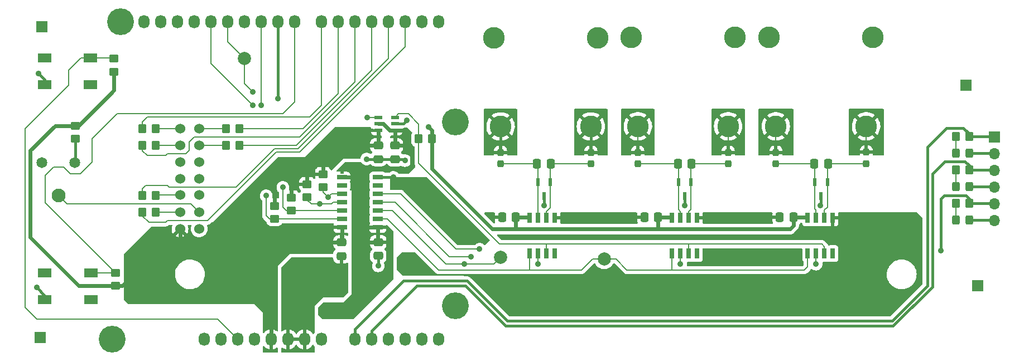
<source format=gtl>
G04 #@! TF.GenerationSoftware,KiCad,Pcbnew,(6.0.6)*
G04 #@! TF.CreationDate,2023-01-03T01:07:17+09:00*
G04 #@! TF.ProjectId,mt_reflowcnt,6d745f72-6566-46c6-9f77-636e742e6b69,rev?*
G04 #@! TF.SameCoordinates,Original*
G04 #@! TF.FileFunction,Copper,L1,Top*
G04 #@! TF.FilePolarity,Positive*
%FSLAX46Y46*%
G04 Gerber Fmt 4.6, Leading zero omitted, Abs format (unit mm)*
G04 Created by KiCad (PCBNEW (6.0.6)) date 2023-01-03 01:07:17*
%MOMM*%
%LPD*%
G01*
G04 APERTURE LIST*
G04 Aperture macros list*
%AMRoundRect*
0 Rectangle with rounded corners*
0 $1 Rounding radius*
0 $2 $3 $4 $5 $6 $7 $8 $9 X,Y pos of 4 corners*
0 Add a 4 corners polygon primitive as box body*
4,1,4,$2,$3,$4,$5,$6,$7,$8,$9,$2,$3,0*
0 Add four circle primitives for the rounded corners*
1,1,$1+$1,$2,$3*
1,1,$1+$1,$4,$5*
1,1,$1+$1,$6,$7*
1,1,$1+$1,$8,$9*
0 Add four rect primitives between the rounded corners*
20,1,$1+$1,$2,$3,$4,$5,0*
20,1,$1+$1,$4,$5,$6,$7,0*
20,1,$1+$1,$6,$7,$8,$9,0*
20,1,$1+$1,$8,$9,$2,$3,0*%
G04 Aperture macros list end*
G04 #@! TA.AperFunction,ComponentPad*
%ADD10O,1.727200X2.032000*%
G04 #@! TD*
G04 #@! TA.AperFunction,ComponentPad*
%ADD11C,4.064000*%
G04 #@! TD*
G04 #@! TA.AperFunction,SMDPad,CuDef*
%ADD12R,2.000000X1.400000*%
G04 #@! TD*
G04 #@! TA.AperFunction,SMDPad,CuDef*
%ADD13R,1.200000X0.600000*%
G04 #@! TD*
G04 #@! TA.AperFunction,SMDPad,CuDef*
%ADD14R,0.650000X1.525000*%
G04 #@! TD*
G04 #@! TA.AperFunction,SMDPad,CuDef*
%ADD15RoundRect,0.250000X-0.450000X0.350000X-0.450000X-0.350000X0.450000X-0.350000X0.450000X0.350000X0*%
G04 #@! TD*
G04 #@! TA.AperFunction,SMDPad,CuDef*
%ADD16RoundRect,0.250000X0.325000X0.450000X-0.325000X0.450000X-0.325000X-0.450000X0.325000X-0.450000X0*%
G04 #@! TD*
G04 #@! TA.AperFunction,ComponentPad*
%ADD17C,3.294000*%
G04 #@! TD*
G04 #@! TA.AperFunction,ComponentPad*
%ADD18R,1.700000X1.700000*%
G04 #@! TD*
G04 #@! TA.AperFunction,SMDPad,CuDef*
%ADD19RoundRect,0.250000X0.337500X0.475000X-0.337500X0.475000X-0.337500X-0.475000X0.337500X-0.475000X0*%
G04 #@! TD*
G04 #@! TA.AperFunction,SMDPad,CuDef*
%ADD20C,2.000000*%
G04 #@! TD*
G04 #@! TA.AperFunction,SMDPad,CuDef*
%ADD21RoundRect,0.250000X0.350000X0.450000X-0.350000X0.450000X-0.350000X-0.450000X0.350000X-0.450000X0*%
G04 #@! TD*
G04 #@! TA.AperFunction,SMDPad,CuDef*
%ADD22RoundRect,0.237500X0.237500X-0.287500X0.237500X0.287500X-0.237500X0.287500X-0.237500X-0.287500X0*%
G04 #@! TD*
G04 #@! TA.AperFunction,SMDPad,CuDef*
%ADD23RoundRect,0.250000X0.450000X-0.350000X0.450000X0.350000X-0.450000X0.350000X-0.450000X-0.350000X0*%
G04 #@! TD*
G04 #@! TA.AperFunction,SMDPad,CuDef*
%ADD24RoundRect,0.250000X-0.475000X0.337500X-0.475000X-0.337500X0.475000X-0.337500X0.475000X0.337500X0*%
G04 #@! TD*
G04 #@! TA.AperFunction,SMDPad,CuDef*
%ADD25RoundRect,0.250000X-0.350000X-0.450000X0.350000X-0.450000X0.350000X0.450000X-0.350000X0.450000X0*%
G04 #@! TD*
G04 #@! TA.AperFunction,SMDPad,CuDef*
%ADD26R,0.600000X1.250000*%
G04 #@! TD*
G04 #@! TA.AperFunction,SMDPad,CuDef*
%ADD27R,1.525000X0.650000*%
G04 #@! TD*
G04 #@! TA.AperFunction,ComponentPad*
%ADD28C,1.524000*%
G04 #@! TD*
G04 #@! TA.AperFunction,ComponentPad*
%ADD29O,1.700000X1.700000*%
G04 #@! TD*
G04 #@! TA.AperFunction,ComponentPad*
%ADD30C,1.650000*%
G04 #@! TD*
G04 #@! TA.AperFunction,ComponentPad*
%ADD31C,2.100000*%
G04 #@! TD*
G04 #@! TA.AperFunction,ViaPad*
%ADD32C,0.889000*%
G04 #@! TD*
G04 #@! TA.AperFunction,Conductor*
%ADD33C,0.203200*%
G04 #@! TD*
G04 #@! TA.AperFunction,Conductor*
%ADD34C,0.609600*%
G04 #@! TD*
G04 #@! TA.AperFunction,Conductor*
%ADD35C,0.406400*%
G04 #@! TD*
G04 APERTURE END LIST*
D10*
G04 #@! TO.P,P1,1,Pin_1*
G04 #@! TO.N,unconnected-(P1-Pad1)*
X138938000Y-123825000D03*
G04 #@! TO.P,P1,2,Pin_2*
G04 #@! TO.N,/IOREF*
X141478000Y-123825000D03*
G04 #@! TO.P,P1,3,Pin_3*
G04 #@! TO.N,/Reset*
X144018000Y-123825000D03*
G04 #@! TO.P,P1,4,Pin_4*
G04 #@! TO.N,+3.3V*
X146558000Y-123825000D03*
G04 #@! TO.P,P1,5,Pin_5*
G04 #@! TO.N,+5V*
X149098000Y-123825000D03*
G04 #@! TO.P,P1,6,Pin_6*
G04 #@! TO.N,GND*
X151638000Y-123825000D03*
G04 #@! TO.P,P1,7,Pin_7*
X154178000Y-123825000D03*
G04 #@! TO.P,P1,8,Pin_8*
G04 #@! TO.N,/Vin*
X156718000Y-123825000D03*
G04 #@! TD*
G04 #@! TO.P,P2,1,Pin_1*
G04 #@! TO.N,/A0*
X161798000Y-123825000D03*
G04 #@! TO.P,P2,2,Pin_2*
G04 #@! TO.N,/A1*
X164338000Y-123825000D03*
G04 #@! TO.P,P2,3,Pin_3*
G04 #@! TO.N,/A2*
X166878000Y-123825000D03*
G04 #@! TO.P,P2,4,Pin_4*
G04 #@! TO.N,/A3*
X169418000Y-123825000D03*
G04 #@! TO.P,P2,5,Pin_5*
G04 #@! TO.N,/A4(SDA)*
X171958000Y-123825000D03*
G04 #@! TO.P,P2,6,Pin_6*
G04 #@! TO.N,/A5(SCL)*
X174498000Y-123825000D03*
G04 #@! TD*
G04 #@! TO.P,P3,1,Pin_1*
G04 #@! TO.N,unconnected-(P3-Pad1)*
X129794000Y-75565000D03*
G04 #@! TO.P,P3,2,Pin_2*
G04 #@! TO.N,unconnected-(P3-Pad2)*
X132334000Y-75565000D03*
G04 #@! TO.P,P3,3,Pin_3*
G04 #@! TO.N,/AREF*
X134874000Y-75565000D03*
G04 #@! TO.P,P3,4,Pin_4*
G04 #@! TO.N,GND*
X137414000Y-75565000D03*
G04 #@! TO.P,P3,5,Pin_5*
G04 #@! TO.N,/13(SCK)*
X139954000Y-75565000D03*
G04 #@! TO.P,P3,6,Pin_6*
G04 #@! TO.N,/12(MISO)*
X142494000Y-75565000D03*
G04 #@! TO.P,P3,7,Pin_7*
G04 #@! TO.N,/11(\u002A\u002A{slash}MOSI)*
X145034000Y-75565000D03*
G04 #@! TO.P,P3,8,Pin_8*
G04 #@! TO.N,/10(\u002A\u002A{slash}SS)*
X147574000Y-75565000D03*
G04 #@! TO.P,P3,9,Pin_9*
G04 #@! TO.N,/9(\u002A\u002A)*
X150114000Y-75565000D03*
G04 #@! TO.P,P3,10,Pin_10*
G04 #@! TO.N,/8*
X152654000Y-75565000D03*
G04 #@! TD*
G04 #@! TO.P,P4,1,Pin_1*
G04 #@! TO.N,/7*
X156718000Y-75565000D03*
G04 #@! TO.P,P4,2,Pin_2*
G04 #@! TO.N,/6(\u002A\u002A)*
X159258000Y-75565000D03*
G04 #@! TO.P,P4,3,Pin_3*
G04 #@! TO.N,/5(\u002A\u002A)*
X161798000Y-75565000D03*
G04 #@! TO.P,P4,4,Pin_4*
G04 #@! TO.N,/4*
X164338000Y-75565000D03*
G04 #@! TO.P,P4,5,Pin_5*
G04 #@! TO.N,/3(\u002A\u002A)*
X166878000Y-75565000D03*
G04 #@! TO.P,P4,6,Pin_6*
G04 #@! TO.N,/2*
X169418000Y-75565000D03*
G04 #@! TO.P,P4,7,Pin_7*
G04 #@! TO.N,/1(Tx)*
X171958000Y-75565000D03*
G04 #@! TO.P,P4,8,Pin_8*
G04 #@! TO.N,/0(Rx)*
X174498000Y-75565000D03*
G04 #@! TD*
D11*
G04 #@! TO.P,P5,1,Pin_1*
G04 #@! TO.N,unconnected-(P5-Pad1)*
X124968000Y-123825000D03*
G04 #@! TD*
G04 #@! TO.P,P6,1,Pin_1*
G04 #@! TO.N,unconnected-(P6-Pad1)*
X177038000Y-118745000D03*
G04 #@! TD*
G04 #@! TO.P,P7,1,Pin_1*
G04 #@! TO.N,unconnected-(P7-Pad1)*
X126238000Y-75565000D03*
G04 #@! TD*
G04 #@! TO.P,P8,1,Pin_1*
G04 #@! TO.N,unconnected-(P8-Pad1)*
X177038000Y-90805000D03*
G04 #@! TD*
D12*
G04 #@! TO.P,S2,1,N.O._1*
G04 #@! TO.N,unconnected-(S2-Pad1)*
X114711600Y-81083400D03*
G04 #@! TO.P,S2,2,N.O._2*
G04 #@! TO.N,/Reset*
X121711600Y-81083400D03*
G04 #@! TO.P,S2,3,COM_1*
G04 #@! TO.N,GND*
X114711600Y-85083400D03*
G04 #@! TO.P,S2,4,COM_2*
G04 #@! TO.N,unconnected-(S2-Pad4)*
X121711600Y-85083400D03*
G04 #@! TD*
D13*
G04 #@! TO.P,IC2,1,VCCA*
G04 #@! TO.N,+3.3V*
X167874000Y-92009000D03*
G04 #@! TO.P,IC2,2,GND*
G04 #@! TO.N,GND*
X167874000Y-91059000D03*
G04 #@! TO.P,IC2,3,A*
G04 #@! TO.N,Net-(IC3-Pad7)*
X167874000Y-90109000D03*
G04 #@! TO.P,IC2,4,B*
G04 #@! TO.N,/12(MISO)*
X165374000Y-90109000D03*
G04 #@! TO.P,IC2,5,OE*
G04 #@! TO.N,+3.3V*
X165374000Y-91059000D03*
G04 #@! TO.P,IC2,6,VCCB*
G04 #@! TO.N,+5V*
X165374000Y-92009000D03*
G04 #@! TD*
D14*
G04 #@! TO.P,IC5,1,GND*
G04 #@! TO.N,GND*
X234315000Y-105365000D03*
G04 #@! TO.P,IC5,2,T-*
G04 #@! TO.N,Net-(C10-Pad1)*
X233045000Y-105365000D03*
G04 #@! TO.P,IC5,3,T+*
G04 #@! TO.N,Net-(C10-Pad2)*
X231775000Y-105365000D03*
G04 #@! TO.P,IC5,4,VCC*
G04 #@! TO.N,+3.3V*
X230505000Y-105365000D03*
G04 #@! TO.P,IC5,5,SCK*
G04 #@! TO.N,Net-(IC1-Pad2)*
X230505000Y-110789000D03*
G04 #@! TO.P,IC5,6,~{CS}*
G04 #@! TO.N,Net-(IC1-Pad5)*
X231775000Y-110789000D03*
G04 #@! TO.P,IC5,7,SO*
G04 #@! TO.N,Net-(IC3-Pad7)*
X233045000Y-110789000D03*
G04 #@! TO.P,IC5,8,DNC*
G04 #@! TO.N,unconnected-(IC5-Pad8)*
X234315000Y-110789000D03*
G04 #@! TD*
D15*
G04 #@! TO.P,R16,1*
G04 #@! TO.N,+5V*
X154559000Y-100235000D03*
G04 #@! TO.P,R16,2*
G04 #@! TO.N,/A2*
X154559000Y-102235000D03*
G04 #@! TD*
G04 #@! TO.P,R14,1*
G04 #@! TO.N,+5V*
X149606000Y-103521000D03*
G04 #@! TO.P,R14,2*
G04 #@! TO.N,/13(SCK)*
X149606000Y-105521000D03*
G04 #@! TD*
D16*
G04 #@! TO.P,D3,1,K*
G04 #@! TO.N,GND*
X255034000Y-105664000D03*
G04 #@! TO.P,D3,2,A*
G04 #@! TO.N,Net-(D3-Pad2)*
X252984000Y-105664000D03*
G04 #@! TD*
D14*
G04 #@! TO.P,IC4,1,GND*
G04 #@! TO.N,GND*
X213741000Y-105365000D03*
G04 #@! TO.P,IC4,2,T-*
G04 #@! TO.N,Net-(C9-Pad1)*
X212471000Y-105365000D03*
G04 #@! TO.P,IC4,3,T+*
G04 #@! TO.N,Net-(C9-Pad2)*
X211201000Y-105365000D03*
G04 #@! TO.P,IC4,4,VCC*
G04 #@! TO.N,+3.3V*
X209931000Y-105365000D03*
G04 #@! TO.P,IC4,5,SCK*
G04 #@! TO.N,Net-(IC1-Pad2)*
X209931000Y-110789000D03*
G04 #@! TO.P,IC4,6,~{CS}*
G04 #@! TO.N,Net-(IC1-Pad4)*
X211201000Y-110789000D03*
G04 #@! TO.P,IC4,7,SO*
G04 #@! TO.N,Net-(IC3-Pad7)*
X212471000Y-110789000D03*
G04 #@! TO.P,IC4,8,DNC*
G04 #@! TO.N,unconnected-(IC4-Pad8)*
X213741000Y-110789000D03*
G04 #@! TD*
D17*
G04 #@! TO.P,J4,1,P*
G04 #@! TO.N,Net-(J4-Pad1)*
X225661600Y-91439800D03*
G04 #@! TO.P,J4,2,N*
G04 #@! TO.N,Net-(J4-Pad2)*
X239361600Y-91439800D03*
G04 #@! TO.P,J4,3,NC*
G04 #@! TO.N,unconnected-(J4-Pad3)*
X224661600Y-77939800D03*
G04 #@! TO.P,J4,4,NC*
G04 #@! TO.N,unconnected-(J4-Pad4)*
X240361600Y-77939800D03*
G04 #@! TD*
D18*
G04 #@! TO.P,J6,1,Pin_1*
G04 #@! TO.N,GND*
X114300000Y-76327000D03*
G04 #@! TD*
G04 #@! TO.P,J8,1,Pin_1*
G04 #@! TO.N,GND*
X254508000Y-85217000D03*
G04 #@! TD*
D19*
G04 #@! TO.P,C6,1*
G04 #@! TO.N,+3.3V*
X207793500Y-105283000D03*
G04 #@! TO.P,C6,2*
G04 #@! TO.N,GND*
X205718500Y-105283000D03*
G04 #@! TD*
D20*
G04 #@! TO.P,TP2,1,1*
G04 #@! TO.N,Net-(IC1-Pad2)*
X199644000Y-111633000D03*
G04 #@! TD*
D21*
G04 #@! TO.P,R18,1*
G04 #@! TO.N,+3.3V*
X173466000Y-93345000D03*
G04 #@! TO.P,R18,2*
G04 #@! TO.N,Net-(IC3-Pad7)*
X171466000Y-93345000D03*
G04 #@! TD*
D17*
G04 #@! TO.P,J2,1,P*
G04 #@! TO.N,Net-(J2-Pad1)*
X183904000Y-91459000D03*
G04 #@! TO.P,J2,2,N*
G04 #@! TO.N,Net-(J2-Pad2)*
X197604000Y-91459000D03*
G04 #@! TO.P,J2,3,NC*
G04 #@! TO.N,unconnected-(J2-Pad3)*
X182904000Y-77959000D03*
G04 #@! TO.P,J2,4,NC*
G04 #@! TO.N,unconnected-(J2-Pad4)*
X198604000Y-77959000D03*
G04 #@! TD*
D21*
G04 #@! TO.P,R5,1*
G04 #@! TO.N,/9(\u002A\u002A)*
X254984000Y-103124000D03*
G04 #@! TO.P,R5,2*
G04 #@! TO.N,Net-(D3-Pad2)*
X252984000Y-103124000D03*
G04 #@! TD*
G04 #@! TO.P,R9,1*
G04 #@! TO.N,Net-(R9-Pad1)*
X131556000Y-94361000D03*
G04 #@! TO.P,R9,2*
G04 #@! TO.N,/5(\u002A\u002A)*
X129556000Y-94361000D03*
G04 #@! TD*
G04 #@! TO.P,R2,1*
G04 #@! TO.N,/A0*
X254984000Y-92964000D03*
G04 #@! TO.P,R2,2*
G04 #@! TO.N,Net-(D1-Pad2)*
X252984000Y-92964000D03*
G04 #@! TD*
D15*
G04 #@! TO.P,R15,1*
G04 #@! TO.N,+5V*
X152146000Y-102267000D03*
G04 #@! TO.P,R15,2*
G04 #@! TO.N,/10(\u002A\u002A{slash}SS)*
X152146000Y-104267000D03*
G04 #@! TD*
D21*
G04 #@! TO.P,R6,1*
G04 #@! TO.N,Net-(R6-Pad1)*
X131572000Y-104521000D03*
G04 #@! TO.P,R6,2*
G04 #@! TO.N,/2*
X129572000Y-104521000D03*
G04 #@! TD*
D15*
G04 #@! TO.P,R17,1*
G04 #@! TO.N,+5V*
X156972000Y-98711000D03*
G04 #@! TO.P,R17,2*
G04 #@! TO.N,/A3*
X156972000Y-100711000D03*
G04 #@! TD*
D16*
G04 #@! TO.P,D2,1,K*
G04 #@! TO.N,GND*
X255034000Y-100584000D03*
G04 #@! TO.P,D2,2,A*
G04 #@! TO.N,Net-(D2-Pad2)*
X252984000Y-100584000D03*
G04 #@! TD*
D22*
G04 #@! TO.P,L3,1*
G04 #@! TO.N,Net-(C9-Pad2)*
X204724000Y-97155000D03*
G04 #@! TO.P,L3,2*
G04 #@! TO.N,Net-(J3-Pad1)*
X204724000Y-95405000D03*
G04 #@! TD*
D23*
G04 #@! TO.P,R13,1*
G04 #@! TO.N,+5V*
X125222000Y-83153000D03*
G04 #@! TO.P,R13,2*
G04 #@! TO.N,/Reset*
X125222000Y-81153000D03*
G04 #@! TD*
D24*
G04 #@! TO.P,C4,1*
G04 #@! TO.N,+3.3V*
X167894000Y-94361000D03*
G04 #@! TO.P,C4,2*
G04 #@! TO.N,GND*
X167894000Y-96436000D03*
G04 #@! TD*
D25*
G04 #@! TO.P,R10,1*
G04 #@! TO.N,Net-(R10-Pad1)*
X142256000Y-91821000D03*
G04 #@! TO.P,R10,2*
G04 #@! TO.N,/6(\u002A\u002A)*
X144256000Y-91821000D03*
G04 #@! TD*
D26*
G04 #@! TO.P,IC8,1,A_1*
G04 #@! TO.N,Net-(C10-Pad1)*
X233492000Y-99915000D03*
G04 #@! TO.P,IC8,2,A_2*
G04 #@! TO.N,Net-(C10-Pad2)*
X231582000Y-99915000D03*
G04 #@! TO.P,IC8,3,A_3*
G04 #@! TO.N,GND*
X232537000Y-102015000D03*
G04 #@! TD*
D22*
G04 #@! TO.P,L2,1*
G04 #@! TO.N,Net-(C8-Pad1)*
X197612000Y-97155000D03*
G04 #@! TO.P,L2,2*
G04 #@! TO.N,Net-(J2-Pad2)*
X197612000Y-95405000D03*
G04 #@! TD*
D20*
G04 #@! TO.P,TP3,1,1*
G04 #@! TO.N,Net-(IC1-Pad3)*
X183896000Y-111379000D03*
G04 #@! TD*
D21*
G04 #@! TO.P,R7,1*
G04 #@! TO.N,Net-(R7-Pad1)*
X131556000Y-101981000D03*
G04 #@! TO.P,R7,2*
G04 #@! TO.N,/3(\u002A\u002A)*
X129556000Y-101981000D03*
G04 #@! TD*
D18*
G04 #@! TO.P,J5,1,Pin_1*
G04 #@! TO.N,GND*
X114046000Y-123571000D03*
G04 #@! TD*
D27*
G04 #@! TO.P,IC1,1,VCCA*
G04 #@! TO.N,+3.3V*
X165272000Y-106807000D03*
G04 #@! TO.P,IC1,2,A1*
G04 #@! TO.N,Net-(IC1-Pad2)*
X165272000Y-105537000D03*
G04 #@! TO.P,IC1,3,A2*
G04 #@! TO.N,Net-(IC1-Pad3)*
X165272000Y-104267000D03*
G04 #@! TO.P,IC1,4,A3*
G04 #@! TO.N,Net-(IC1-Pad4)*
X165272000Y-102997000D03*
G04 #@! TO.P,IC1,5,A4*
G04 #@! TO.N,Net-(IC1-Pad5)*
X165272000Y-101727000D03*
G04 #@! TO.P,IC1,6,NC_1*
G04 #@! TO.N,unconnected-(IC1-Pad6)*
X165272000Y-100457000D03*
G04 #@! TO.P,IC1,7,GND*
G04 #@! TO.N,GND*
X165272000Y-99187000D03*
G04 #@! TO.P,IC1,8,OE*
G04 #@! TO.N,+3.3V*
X159848000Y-99187000D03*
G04 #@! TO.P,IC1,9,NC_2*
G04 #@! TO.N,unconnected-(IC1-Pad9)*
X159848000Y-100457000D03*
G04 #@! TO.P,IC1,10,B4*
G04 #@! TO.N,/A3*
X159848000Y-101727000D03*
G04 #@! TO.P,IC1,11,B3*
G04 #@! TO.N,/A2*
X159848000Y-102997000D03*
G04 #@! TO.P,IC1,12,B2*
G04 #@! TO.N,/10(\u002A\u002A{slash}SS)*
X159848000Y-104267000D03*
G04 #@! TO.P,IC1,13,B1*
G04 #@! TO.N,/13(SCK)*
X159848000Y-105537000D03*
G04 #@! TO.P,IC1,14,VCCB*
G04 #@! TO.N,+5V*
X159848000Y-106807000D03*
G04 #@! TD*
D22*
G04 #@! TO.P,L6,1*
G04 #@! TO.N,Net-(C10-Pad1)*
X239395000Y-97141000D03*
G04 #@! TO.P,L6,2*
G04 #@! TO.N,Net-(J4-Pad2)*
X239395000Y-95391000D03*
G04 #@! TD*
D12*
G04 #@! TO.P,S1,1,N.O._1*
G04 #@! TO.N,unconnected-(S1-Pad1)*
X114762400Y-113747800D03*
G04 #@! TO.P,S1,2,N.O._2*
G04 #@! TO.N,/8*
X121762400Y-113747800D03*
G04 #@! TO.P,S1,3,COM_1*
G04 #@! TO.N,GND*
X114762400Y-117747800D03*
G04 #@! TO.P,S1,4,COM_2*
G04 #@! TO.N,unconnected-(S1-Pad4)*
X121762400Y-117747800D03*
G04 #@! TD*
D28*
G04 #@! TO.P,U1,1,VSS*
G04 #@! TO.N,GND*
X138170000Y-107021000D03*
G04 #@! TO.P,U1,2,VDD*
G04 #@! TO.N,+5V*
X135270000Y-107061000D03*
G04 #@! TO.P,U1,3,Vo*
G04 #@! TO.N,Net-(R3-Pad3)*
X138170000Y-104521000D03*
G04 #@! TO.P,U1,4,RS*
G04 #@! TO.N,Net-(R6-Pad1)*
X135270000Y-104521000D03*
G04 #@! TO.P,U1,5,RW*
G04 #@! TO.N,GND*
X138170000Y-101911000D03*
G04 #@! TO.P,U1,6,E*
G04 #@! TO.N,Net-(R7-Pad1)*
X135270000Y-101891000D03*
G04 #@! TO.P,U1,7,DB0*
G04 #@! TO.N,unconnected-(U1-Pad7)*
X138170000Y-99431000D03*
G04 #@! TO.P,U1,8,DB1*
G04 #@! TO.N,unconnected-(U1-Pad8)*
X135270000Y-99441000D03*
G04 #@! TO.P,U1,9,DB2*
G04 #@! TO.N,unconnected-(U1-Pad9)*
X138170000Y-96901000D03*
G04 #@! TO.P,U1,10,DB3*
G04 #@! TO.N,unconnected-(U1-Pad10)*
X135270000Y-96901000D03*
G04 #@! TO.P,U1,11,DB4*
G04 #@! TO.N,Net-(R8-Pad1)*
X138170000Y-94361000D03*
G04 #@! TO.P,U1,12,DB5*
G04 #@! TO.N,Net-(R9-Pad1)*
X135270000Y-94361000D03*
G04 #@! TO.P,U1,13,DB6*
G04 #@! TO.N,Net-(R10-Pad1)*
X138170000Y-91821000D03*
G04 #@! TO.P,U1,14,DB7*
G04 #@! TO.N,Net-(R11-Pad1)*
X135270000Y-91821000D03*
G04 #@! TD*
D26*
G04 #@! TO.P,IC6,1,A_1*
G04 #@! TO.N,Net-(C8-Pad1)*
X191455000Y-99915000D03*
G04 #@! TO.P,IC6,2,A_2*
G04 #@! TO.N,Net-(C8-Pad2)*
X189545000Y-99915000D03*
G04 #@! TO.P,IC6,3,A_3*
G04 #@! TO.N,GND*
X190500000Y-102015000D03*
G04 #@! TD*
D21*
G04 #@! TO.P,R11,1*
G04 #@! TO.N,Net-(R11-Pad1)*
X131556000Y-91821000D03*
G04 #@! TO.P,R11,2*
G04 #@! TO.N,/7*
X129556000Y-91821000D03*
G04 #@! TD*
D20*
G04 #@! TO.P,TP1,1,1*
G04 #@! TO.N,/12(MISO)*
X145034000Y-81153000D03*
G04 #@! TD*
D18*
G04 #@! TO.P,J1,1,Pin_1*
G04 #@! TO.N,/A0*
X258826000Y-93040200D03*
D29*
G04 #@! TO.P,J1,2,Pin_2*
G04 #@! TO.N,GND*
X258826000Y-95580200D03*
G04 #@! TO.P,J1,3,Pin_3*
G04 #@! TO.N,/A1*
X258826000Y-98120200D03*
G04 #@! TO.P,J1,4,Pin_4*
G04 #@! TO.N,GND*
X258826000Y-100660200D03*
G04 #@! TO.P,J1,5,Pin_5*
G04 #@! TO.N,/9(\u002A\u002A)*
X258826000Y-103200200D03*
G04 #@! TO.P,J1,6,Pin_6*
G04 #@! TO.N,GND*
X258826000Y-105740200D03*
G04 #@! TD*
D24*
G04 #@! TO.P,C3,1*
G04 #@! TO.N,+3.3V*
X165354000Y-109050000D03*
G04 #@! TO.P,C3,2*
G04 #@! TO.N,GND*
X165354000Y-111125000D03*
G04 #@! TD*
D21*
G04 #@! TO.P,R4,1*
G04 #@! TO.N,/A1*
X254984000Y-98044000D03*
G04 #@! TO.P,R4,2*
G04 #@! TO.N,Net-(D2-Pad2)*
X252984000Y-98044000D03*
G04 #@! TD*
D16*
G04 #@! TO.P,D1,1,K*
G04 #@! TO.N,GND*
X255034000Y-95504000D03*
G04 #@! TO.P,D1,2,A*
G04 #@! TO.N,Net-(D1-Pad2)*
X252984000Y-95504000D03*
G04 #@! TD*
D23*
G04 #@! TO.P,R12,1*
G04 #@! TO.N,+5V*
X125476000Y-115697000D03*
G04 #@! TO.P,R12,2*
G04 #@! TO.N,/8*
X125476000Y-113697000D03*
G04 #@! TD*
D19*
G04 #@! TO.P,C8,1*
G04 #@! TO.N,Net-(C8-Pad1)*
X191516000Y-97155000D03*
G04 #@! TO.P,C8,2*
G04 #@! TO.N,Net-(C8-Pad2)*
X189441000Y-97155000D03*
G04 #@! TD*
G04 #@! TO.P,C7,1*
G04 #@! TO.N,+3.3V*
X228346000Y-105283000D03*
G04 #@! TO.P,C7,2*
G04 #@! TO.N,GND*
X226271000Y-105283000D03*
G04 #@! TD*
D25*
G04 #@! TO.P,R8,1*
G04 #@! TO.N,Net-(R8-Pad1)*
X142240000Y-94361000D03*
G04 #@! TO.P,R8,2*
G04 #@! TO.N,/4*
X144240000Y-94361000D03*
G04 #@! TD*
D26*
G04 #@! TO.P,IC7,1,A_1*
G04 #@! TO.N,Net-(C9-Pad1)*
X212791000Y-99915000D03*
G04 #@! TO.P,IC7,2,A_2*
G04 #@! TO.N,Net-(C9-Pad2)*
X210881000Y-99915000D03*
G04 #@! TO.P,IC7,3,A_3*
G04 #@! TO.N,GND*
X211836000Y-102015000D03*
G04 #@! TD*
D18*
G04 #@! TO.P,J7,1,Pin_1*
G04 #@! TO.N,GND*
X256286000Y-115697000D03*
G04 #@! TD*
D22*
G04 #@! TO.P,L4,1*
G04 #@! TO.N,Net-(C9-Pad1)*
X218440000Y-97155000D03*
G04 #@! TO.P,L4,2*
G04 #@! TO.N,Net-(J3-Pad2)*
X218440000Y-95405000D03*
G04 #@! TD*
D17*
G04 #@! TO.P,J3,1,P*
G04 #@! TO.N,Net-(J3-Pad1)*
X204732000Y-91439800D03*
G04 #@! TO.P,J3,2,N*
G04 #@! TO.N,Net-(J3-Pad2)*
X218432000Y-91439800D03*
G04 #@! TO.P,J3,3,NC*
G04 #@! TO.N,unconnected-(J3-Pad3)*
X203732000Y-77939800D03*
G04 #@! TO.P,J3,4,NC*
G04 #@! TO.N,unconnected-(J3-Pad4)*
X219432000Y-77939800D03*
G04 #@! TD*
D30*
G04 #@! TO.P,R3,1,1*
G04 #@! TO.N,Net-(R1-Pad2)*
X119340000Y-96951400D03*
G04 #@! TO.P,R3,2,2*
G04 #@! TO.N,GND*
X114340000Y-96951400D03*
D31*
G04 #@! TO.P,R3,3,3*
G04 #@! TO.N,Net-(R3-Pad3)*
X116840000Y-101951400D03*
G04 #@! TD*
D19*
G04 #@! TO.P,C10,1*
G04 #@! TO.N,Net-(C10-Pad1)*
X233596000Y-97155000D03*
G04 #@! TO.P,C10,2*
G04 #@! TO.N,Net-(C10-Pad2)*
X231521000Y-97155000D03*
G04 #@! TD*
D24*
G04 #@! TO.P,C1,1*
G04 #@! TO.N,+5V*
X159766000Y-109093000D03*
G04 #@! TO.P,C1,2*
G04 #@! TO.N,GND*
X159766000Y-111168000D03*
G04 #@! TD*
D19*
G04 #@! TO.P,C9,1*
G04 #@! TO.N,Net-(C9-Pad1)*
X212873500Y-97155000D03*
G04 #@! TO.P,C9,2*
G04 #@! TO.N,Net-(C9-Pad2)*
X210798500Y-97155000D03*
G04 #@! TD*
D24*
G04 #@! TO.P,C2,1*
G04 #@! TO.N,+5V*
X165354000Y-94339500D03*
G04 #@! TO.P,C2,2*
G04 #@! TO.N,GND*
X165354000Y-96414500D03*
G04 #@! TD*
D19*
G04 #@! TO.P,C5,1*
G04 #@! TO.N,+3.3V*
X186203500Y-105283000D03*
G04 #@! TO.P,C5,2*
G04 #@! TO.N,GND*
X184128500Y-105283000D03*
G04 #@! TD*
D22*
G04 #@! TO.P,L5,1*
G04 #@! TO.N,Net-(C10-Pad2)*
X225679000Y-97155000D03*
G04 #@! TO.P,L5,2*
G04 #@! TO.N,Net-(J4-Pad1)*
X225679000Y-95405000D03*
G04 #@! TD*
D15*
G04 #@! TO.P,R1,1*
G04 #@! TO.N,+5V*
X119380000Y-91329000D03*
G04 #@! TO.P,R1,2*
G04 #@! TO.N,Net-(R1-Pad2)*
X119380000Y-93329000D03*
G04 #@! TD*
D22*
G04 #@! TO.P,L1,1*
G04 #@! TO.N,Net-(C8-Pad2)*
X183896000Y-97155000D03*
G04 #@! TO.P,L1,2*
G04 #@! TO.N,Net-(J2-Pad1)*
X183896000Y-95405000D03*
G04 #@! TD*
D14*
G04 #@! TO.P,IC3,1,GND*
G04 #@! TO.N,GND*
X192151000Y-105365000D03*
G04 #@! TO.P,IC3,2,T-*
G04 #@! TO.N,Net-(C8-Pad1)*
X190881000Y-105365000D03*
G04 #@! TO.P,IC3,3,T+*
G04 #@! TO.N,Net-(C8-Pad2)*
X189611000Y-105365000D03*
G04 #@! TO.P,IC3,4,VCC*
G04 #@! TO.N,+3.3V*
X188341000Y-105365000D03*
G04 #@! TO.P,IC3,5,SCK*
G04 #@! TO.N,Net-(IC1-Pad2)*
X188341000Y-110789000D03*
G04 #@! TO.P,IC3,6,~{CS}*
G04 #@! TO.N,Net-(IC1-Pad3)*
X189611000Y-110789000D03*
G04 #@! TO.P,IC3,7,SO*
G04 #@! TO.N,Net-(IC3-Pad7)*
X190881000Y-110789000D03*
G04 #@! TO.P,IC3,8,DNC*
G04 #@! TO.N,unconnected-(IC3-Pad8)*
X192151000Y-110789000D03*
G04 #@! TD*
D32*
G04 #@! TO.N,GND*
X215138000Y-108331000D03*
X186055000Y-119380000D03*
X202311000Y-115824000D03*
X235712000Y-105283000D03*
X218440000Y-110871000D03*
X208534000Y-108331000D03*
X235966000Y-112649000D03*
X151638000Y-116967000D03*
X246634000Y-105537000D03*
X229743000Y-115824000D03*
X224663000Y-115824000D03*
X218821000Y-115824000D03*
X196469000Y-115824000D03*
X235966000Y-108331000D03*
X182372000Y-115824000D03*
X152654000Y-112141000D03*
X228600000Y-110871000D03*
X165354000Y-112649000D03*
X208280000Y-115824000D03*
X190500000Y-103505000D03*
X186690000Y-108331000D03*
X180848000Y-108331000D03*
X173990000Y-104775000D03*
X169418000Y-112395000D03*
X211836000Y-103505000D03*
X159766000Y-112649000D03*
X224790000Y-105283000D03*
X113792000Y-83439000D03*
X228854000Y-108331000D03*
X193548000Y-108331000D03*
X239014000Y-112649000D03*
X215056000Y-105365000D03*
X182626000Y-105283000D03*
X232410000Y-103505000D03*
X167640000Y-99187000D03*
X154178000Y-116967000D03*
X169672000Y-90551000D03*
X203962000Y-105283000D03*
X234823000Y-115824000D03*
X189611000Y-115824000D03*
X242570000Y-119380000D03*
X169418000Y-96647000D03*
X113538000Y-115951000D03*
X163597500Y-96414500D03*
X172466000Y-99949000D03*
X193802000Y-105283000D03*
X213614000Y-115824000D03*
X239776000Y-115697000D03*
G04 #@! TO.N,/A2*
X156464000Y-103251000D03*
G04 #@! TO.N,/A3*
X157734000Y-102235000D03*
G04 #@! TO.N,/9(\u002A\u002A)*
X150114000Y-87249000D03*
X250698000Y-110363000D03*
G04 #@! TO.N,/13(SCK)*
X148336000Y-101981000D03*
X146304000Y-88265000D03*
G04 #@! TO.N,/12(MISO)*
X163642000Y-90109000D03*
X146304000Y-86233000D03*
G04 #@! TO.N,/10(\u002A\u002A{slash}SS)*
X150876000Y-100711000D03*
X147574000Y-88265000D03*
G04 #@! TO.N,+3.3V*
X156972000Y-119507000D03*
X169418000Y-92075000D03*
X172974000Y-91567000D03*
G04 #@! TO.N,Net-(IC1-Pad3)*
X178435000Y-112395000D03*
X189611000Y-112395000D03*
G04 #@! TO.N,Net-(IC1-Pad4)*
X211201000Y-112395000D03*
X179451000Y-111252000D03*
G04 #@! TO.N,Net-(IC1-Pad5)*
X231775000Y-112395000D03*
X180721000Y-110109000D03*
G04 #@! TD*
D33*
G04 #@! TO.N,/Reset*
X118364000Y-82931000D02*
X118364000Y-85217000D01*
X140970000Y-120777000D02*
X144018000Y-123825000D01*
X120211600Y-81083400D02*
X118364000Y-82931000D01*
X113538000Y-120777000D02*
X140970000Y-120777000D01*
X111760000Y-118999000D02*
X113538000Y-120777000D01*
X118364000Y-85217000D02*
X111760000Y-91821000D01*
X111760000Y-91821000D02*
X111760000Y-118999000D01*
X121711600Y-81083400D02*
X120211600Y-81083400D01*
X121711600Y-81083400D02*
X125152400Y-81083400D01*
X125152400Y-81083400D02*
X125222000Y-81153000D01*
D34*
G04 #@! TO.N,+5V*
X154559000Y-98044000D02*
X155448000Y-97155000D01*
X165374000Y-92009000D02*
X165374000Y-94319500D01*
X135270000Y-107061000D02*
X135270000Y-108981000D01*
X149606000Y-100711000D02*
X149606000Y-99949000D01*
X119380000Y-91329000D02*
X119872000Y-91329000D01*
X127508000Y-114681000D02*
X126492000Y-115697000D01*
X125222000Y-85979000D02*
X125222000Y-83153000D01*
X149606000Y-99949000D02*
X150114000Y-99441000D01*
X112522000Y-95123000D02*
X112522000Y-108331000D01*
X147574000Y-100711000D02*
X146812000Y-101473000D01*
X116316000Y-91329000D02*
X112522000Y-95123000D01*
X149606000Y-100711000D02*
X147574000Y-100711000D01*
X149098000Y-123825000D02*
X149098000Y-109093000D01*
X165354000Y-94339500D02*
X158517500Y-94339500D01*
X112522000Y-108331000D02*
X119888000Y-115697000D01*
X152908000Y-98425000D02*
X154432000Y-98425000D01*
X149606000Y-103521000D02*
X149606000Y-100711000D01*
X146812000Y-109093000D02*
X135382000Y-109093000D01*
X152146000Y-102267000D02*
X152146000Y-99187000D01*
X149098000Y-109093000D02*
X146812000Y-109093000D01*
X159848000Y-106807000D02*
X159848000Y-109011000D01*
X159766000Y-109093000D02*
X149098000Y-109093000D01*
X129286000Y-109093000D02*
X135382000Y-109093000D01*
X152146000Y-99187000D02*
X152908000Y-98425000D01*
X146812000Y-101473000D02*
X146812000Y-109093000D01*
X165374000Y-94319500D02*
X165354000Y-94339500D01*
X119872000Y-91329000D02*
X125222000Y-85979000D01*
X135270000Y-108981000D02*
X135382000Y-109093000D01*
X156972000Y-95885000D02*
X156972000Y-98711000D01*
X154559000Y-100235000D02*
X154559000Y-98044000D01*
X119380000Y-91329000D02*
X116316000Y-91329000D01*
X127508000Y-110871000D02*
X127508000Y-114681000D01*
X159848000Y-109011000D02*
X159766000Y-109093000D01*
X155448000Y-97155000D02*
X156972000Y-97155000D01*
X158517500Y-94339500D02*
X156972000Y-95885000D01*
X126492000Y-115697000D02*
X125476000Y-115697000D01*
X150114000Y-99441000D02*
X151892000Y-99441000D01*
X129286000Y-109093000D02*
X127508000Y-110871000D01*
X119888000Y-115697000D02*
X125476000Y-115697000D01*
D35*
G04 #@! TO.N,GND*
X255034000Y-105664000D02*
X258749800Y-105664000D01*
X242570000Y-119380000D02*
X241300000Y-118110000D01*
X255034000Y-95504000D02*
X258749800Y-95504000D01*
X258749800Y-95504000D02*
X258826000Y-95580200D01*
X184128500Y-105283000D02*
X182626000Y-105283000D01*
X213741000Y-105365000D02*
X215056000Y-105365000D01*
X193720000Y-105365000D02*
X193802000Y-105283000D01*
X232410000Y-103251000D02*
X232410000Y-103505000D01*
X165272000Y-99187000D02*
X167640000Y-99187000D01*
X258749800Y-100584000D02*
X258826000Y-100660200D01*
X205718500Y-105283000D02*
X203962000Y-105283000D01*
X241300000Y-118110000D02*
X241300000Y-107569000D01*
X154178000Y-123825000D02*
X154178000Y-116967000D01*
X232537000Y-103124000D02*
X232410000Y-103251000D01*
X169164000Y-91059000D02*
X169672000Y-90551000D01*
X114762400Y-117747800D02*
X114762400Y-117175400D01*
X241300000Y-107569000D02*
X239014000Y-105283000D01*
X211836000Y-102015000D02*
X211836000Y-103505000D01*
X235630000Y-105365000D02*
X235712000Y-105283000D01*
X226271000Y-105283000D02*
X224790000Y-105283000D01*
X258749800Y-105664000D02*
X258826000Y-105740200D01*
X190500000Y-102015000D02*
X190500000Y-103505000D01*
X169207000Y-96436000D02*
X169418000Y-96647000D01*
X232537000Y-102015000D02*
X232537000Y-103124000D01*
X167894000Y-96436000D02*
X169207000Y-96436000D01*
X167872500Y-96414500D02*
X167894000Y-96436000D01*
X255034000Y-100584000D02*
X258749800Y-100584000D01*
X114711600Y-85083400D02*
X114711600Y-84358600D01*
X234315000Y-105365000D02*
X235630000Y-105365000D01*
X159766000Y-111168000D02*
X159766000Y-112649000D01*
X165354000Y-96414500D02*
X167872500Y-96414500D01*
X114711600Y-84358600D02*
X113792000Y-83439000D01*
X165354000Y-96414500D02*
X163597500Y-96414500D01*
X165354000Y-111125000D02*
X165354000Y-112649000D01*
X239014000Y-105283000D02*
X235712000Y-105283000D01*
X151638000Y-123825000D02*
X151638000Y-116967000D01*
X114762400Y-117175400D02*
X113538000Y-115951000D01*
X192151000Y-105365000D02*
X193720000Y-105365000D01*
X167874000Y-91059000D02*
X169164000Y-91059000D01*
G04 #@! TO.N,/A0*
X258749800Y-92964000D02*
X258826000Y-93040200D01*
X248666000Y-115697000D02*
X248666000Y-94615000D01*
X178816000Y-114935000D02*
X184912000Y-121031000D01*
X254127000Y-91694000D02*
X254984000Y-92551000D01*
X254984000Y-92964000D02*
X258749800Y-92964000D01*
X184912000Y-121031000D02*
X243332000Y-121031000D01*
X161798000Y-122301000D02*
X169164000Y-114935000D01*
X243332000Y-121031000D02*
X248666000Y-115697000D01*
X169164000Y-114935000D02*
X178816000Y-114935000D01*
X254984000Y-92551000D02*
X254984000Y-92964000D01*
X251587000Y-91694000D02*
X254127000Y-91694000D01*
X248666000Y-94615000D02*
X251587000Y-91694000D01*
X161798000Y-123825000D02*
X161798000Y-122301000D01*
G04 #@! TO.N,/A1*
X243432104Y-121793000D02*
X249428000Y-115797104D01*
X251333000Y-96774000D02*
X254381000Y-96774000D01*
X184658000Y-121793000D02*
X243432104Y-121793000D01*
X164338000Y-122555000D02*
X171196000Y-115697000D01*
X178562000Y-115697000D02*
X184658000Y-121793000D01*
X164338000Y-123825000D02*
X164338000Y-122555000D01*
X258749800Y-98044000D02*
X258826000Y-98120200D01*
X254984000Y-97377000D02*
X254984000Y-98044000D01*
X171196000Y-115697000D02*
X178562000Y-115697000D01*
X249428000Y-98679000D02*
X251333000Y-96774000D01*
X254984000Y-98044000D02*
X258749800Y-98044000D01*
X254381000Y-96774000D02*
X254984000Y-97377000D01*
X249428000Y-115797104D02*
X249428000Y-98679000D01*
D33*
G04 #@! TO.N,/A2*
X156464000Y-103251000D02*
X155194000Y-103251000D01*
X158496000Y-102997000D02*
X158242000Y-103251000D01*
X159848000Y-102997000D02*
X158496000Y-102997000D01*
X158242000Y-103251000D02*
X156464000Y-103251000D01*
X155194000Y-103251000D02*
X154559000Y-102616000D01*
X154559000Y-102616000D02*
X154559000Y-102235000D01*
G04 #@! TO.N,/A3*
X156972000Y-101473000D02*
X157734000Y-102235000D01*
X159848000Y-101727000D02*
X158242000Y-101727000D01*
X158242000Y-101727000D02*
X157734000Y-102235000D01*
X156972000Y-100711000D02*
X156972000Y-101473000D01*
D35*
G04 #@! TO.N,/9(\u002A\u002A)*
X251206000Y-101981000D02*
X250698000Y-102489000D01*
X254984000Y-103124000D02*
X258749800Y-103124000D01*
X254508000Y-101981000D02*
X251206000Y-101981000D01*
X254984000Y-102457000D02*
X254508000Y-101981000D01*
X250698000Y-102489000D02*
X250698000Y-110363000D01*
X258749800Y-103124000D02*
X258826000Y-103200200D01*
X254984000Y-103124000D02*
X254984000Y-102457000D01*
X150114000Y-75565000D02*
X150114000Y-87249000D01*
D33*
G04 #@! TO.N,/8*
X125730000Y-89535000D02*
X150876000Y-89535000D01*
X117602000Y-97663000D02*
X118618000Y-98679000D01*
X114808000Y-103029000D02*
X114808000Y-98933000D01*
X118618000Y-98679000D02*
X120142000Y-98679000D01*
X121762400Y-113747800D02*
X125425200Y-113747800D01*
X125476000Y-113697000D02*
X114808000Y-103029000D01*
X120142000Y-98679000D02*
X121920000Y-96901000D01*
X121920000Y-93345000D02*
X125730000Y-89535000D01*
X114808000Y-98933000D02*
X116078000Y-97663000D01*
X150876000Y-89535000D02*
X152654000Y-87757000D01*
X116078000Y-97663000D02*
X117602000Y-97663000D01*
X152654000Y-87757000D02*
X152654000Y-75565000D01*
X125425200Y-113747800D02*
X125476000Y-113697000D01*
X121920000Y-96901000D02*
X121920000Y-93345000D01*
G04 #@! TO.N,/7*
X156718000Y-88265000D02*
X156718000Y-75565000D01*
X129556000Y-91821000D02*
X129556000Y-90789000D01*
X154940000Y-90043000D02*
X156718000Y-88265000D01*
X130302000Y-90043000D02*
X154940000Y-90043000D01*
X129556000Y-90789000D02*
X130302000Y-90043000D01*
G04 #@! TO.N,/6(\u002A\u002A)*
X153924000Y-91821000D02*
X159258000Y-86487000D01*
X159258000Y-86487000D02*
X159258000Y-75565000D01*
X144256000Y-91821000D02*
X153924000Y-91821000D01*
G04 #@! TO.N,/5(\u002A\u002A)*
X136144000Y-95631000D02*
X136652000Y-95123000D01*
X129556000Y-95139000D02*
X130302000Y-95885000D01*
X133096000Y-95885000D02*
X133350000Y-95631000D01*
X161798000Y-75565000D02*
X161798000Y-84709000D01*
X136652000Y-95123000D02*
X136652000Y-93853000D01*
X129556000Y-94361000D02*
X129556000Y-95139000D01*
X130302000Y-95885000D02*
X133096000Y-95885000D01*
X137414000Y-93091000D02*
X153416000Y-93091000D01*
X161798000Y-84709000D02*
X153416000Y-93091000D01*
X136652000Y-93853000D02*
X137414000Y-93091000D01*
X133350000Y-95631000D02*
X136144000Y-95631000D01*
G04 #@! TO.N,/4*
X164338000Y-82931000D02*
X152908000Y-94361000D01*
X164338000Y-75565000D02*
X164338000Y-82931000D01*
X144240000Y-94361000D02*
X152908000Y-94361000D01*
G04 #@! TO.N,/3(\u002A\u002A)*
X143764000Y-100711000D02*
X149606000Y-94869000D01*
X129556000Y-101981000D02*
X129556000Y-100949000D01*
X133350000Y-100457000D02*
X133604000Y-100711000D01*
X130048000Y-100457000D02*
X133350000Y-100457000D01*
X166878000Y-81153000D02*
X166878000Y-75565000D01*
X133604000Y-100711000D02*
X143764000Y-100711000D01*
X129556000Y-100949000D02*
X130048000Y-100457000D01*
X149606000Y-94869000D02*
X153162000Y-94869000D01*
X153162000Y-94869000D02*
X166878000Y-81153000D01*
G04 #@! TO.N,/2*
X169418000Y-79375000D02*
X153416000Y-95377000D01*
X153416000Y-95377000D02*
X149860000Y-95377000D01*
X133096000Y-106045000D02*
X130556000Y-106045000D01*
X130556000Y-106045000D02*
X129572000Y-105061000D01*
X133350000Y-105791000D02*
X133096000Y-106045000D01*
X149860000Y-95377000D02*
X139446000Y-105791000D01*
X169418000Y-75565000D02*
X169418000Y-79375000D01*
X129572000Y-105061000D02*
X129572000Y-104521000D01*
X139446000Y-105791000D02*
X133350000Y-105791000D01*
G04 #@! TO.N,Net-(R3-Pad3)*
X136900000Y-103251000D02*
X118139600Y-103251000D01*
X118139600Y-103251000D02*
X116840000Y-101951400D01*
X138170000Y-104521000D02*
X136900000Y-103251000D01*
G04 #@! TO.N,Net-(R6-Pad1)*
X131572000Y-104521000D02*
X135270000Y-104521000D01*
G04 #@! TO.N,/13(SCK)*
X139954000Y-81915000D02*
X146304000Y-88265000D01*
X139954000Y-75565000D02*
X139954000Y-81915000D01*
X159848000Y-105537000D02*
X149622000Y-105537000D01*
X148828000Y-105521000D02*
X148336000Y-105029000D01*
X148336000Y-105029000D02*
X148336000Y-101981000D01*
X149622000Y-105537000D02*
X149606000Y-105521000D01*
X149606000Y-105521000D02*
X148828000Y-105521000D01*
G04 #@! TO.N,/12(MISO)*
X165374000Y-90109000D02*
X163642000Y-90109000D01*
X146304000Y-86233000D02*
X145034000Y-84963000D01*
X142494000Y-75565000D02*
X142494000Y-78613000D01*
X142494000Y-78613000D02*
X145034000Y-81153000D01*
X145034000Y-84963000D02*
X145034000Y-81153000D01*
G04 #@! TO.N,Net-(R7-Pad1)*
X131646000Y-101891000D02*
X131556000Y-101981000D01*
X135270000Y-101891000D02*
X131646000Y-101891000D01*
G04 #@! TO.N,Net-(R8-Pad1)*
X138170000Y-94361000D02*
X142240000Y-94361000D01*
G04 #@! TO.N,Net-(R9-Pad1)*
X131556000Y-94361000D02*
X135270000Y-94361000D01*
G04 #@! TO.N,Net-(R10-Pad1)*
X142256000Y-91821000D02*
X138170000Y-91821000D01*
D35*
G04 #@! TO.N,Net-(J2-Pad1)*
X183904000Y-91459000D02*
X183904000Y-95397000D01*
X183904000Y-95397000D02*
X183896000Y-95405000D01*
G04 #@! TO.N,Net-(J2-Pad2)*
X197604000Y-95397000D02*
X197612000Y-95405000D01*
X197604000Y-91459000D02*
X197604000Y-95397000D01*
D33*
G04 #@! TO.N,/10(\u002A\u002A{slash}SS)*
X159848000Y-104267000D02*
X152146000Y-104267000D01*
X150876000Y-103759000D02*
X150876000Y-100711000D01*
X151384000Y-104267000D02*
X150876000Y-103759000D01*
X152146000Y-104267000D02*
X151384000Y-104267000D01*
X147574000Y-75565000D02*
X147574000Y-88265000D01*
D35*
G04 #@! TO.N,Net-(R1-Pad2)*
X119380000Y-93329000D02*
X119380000Y-96911400D01*
X119380000Y-96911400D02*
X119340000Y-96951400D01*
D33*
G04 #@! TO.N,Net-(D1-Pad2)*
X252984000Y-92964000D02*
X252984000Y-95504000D01*
G04 #@! TO.N,Net-(D2-Pad2)*
X252984000Y-98044000D02*
X252984000Y-100584000D01*
G04 #@! TO.N,Net-(R11-Pad1)*
X131556000Y-91821000D02*
X135270000Y-91821000D01*
G04 #@! TO.N,Net-(J4-Pad1)*
X225661600Y-95387600D02*
X225679000Y-95405000D01*
X225661600Y-91439800D02*
X225661600Y-95387600D01*
G04 #@! TO.N,Net-(J4-Pad2)*
X239361600Y-95357600D02*
X239395000Y-95391000D01*
X239361600Y-91439800D02*
X239361600Y-95357600D01*
G04 #@! TO.N,Net-(J3-Pad1)*
X204732000Y-95397000D02*
X204732000Y-91439800D01*
X204724000Y-95405000D02*
X204732000Y-95397000D01*
G04 #@! TO.N,Net-(J3-Pad2)*
X218432000Y-91439800D02*
X218432000Y-95397000D01*
X218432000Y-95397000D02*
X218440000Y-95405000D01*
D34*
G04 #@! TO.N,+3.3V*
X169926000Y-97917000D02*
X170434000Y-97409000D01*
X162560000Y-99695000D02*
X162560000Y-106299000D01*
X228346000Y-106553000D02*
X227838000Y-107061000D01*
X228346000Y-105283000D02*
X228346000Y-106553000D01*
X230423000Y-105283000D02*
X230505000Y-105365000D01*
X170434000Y-95377000D02*
X169418000Y-94361000D01*
X207772000Y-107061000D02*
X185928000Y-107061000D01*
X186203500Y-105283000D02*
X188259000Y-105283000D01*
X173466000Y-97901000D02*
X173466000Y-93345000D01*
X209849000Y-105283000D02*
X209931000Y-105365000D01*
X163830000Y-97917000D02*
X169926000Y-97917000D01*
X163111000Y-109050000D02*
X162560000Y-109601000D01*
X173466000Y-92059000D02*
X172974000Y-91567000D01*
X156972000Y-119507000D02*
X161290000Y-119507000D01*
X165374000Y-91059000D02*
X166116000Y-91059000D01*
X207793500Y-105283000D02*
X207793500Y-107039500D01*
X162560000Y-106299000D02*
X163068000Y-106807000D01*
X165354000Y-109050000D02*
X163111000Y-109050000D01*
X207793500Y-107039500D02*
X207772000Y-107061000D01*
X207793500Y-105283000D02*
X209849000Y-105283000D01*
X186203500Y-105283000D02*
X186203500Y-106785500D01*
X165272000Y-106807000D02*
X165272000Y-108968000D01*
X159848000Y-99187000D02*
X162052000Y-99187000D01*
X227838000Y-107061000D02*
X207772000Y-107061000D01*
X182626000Y-107061000D02*
X173466000Y-97901000D01*
X167874000Y-92009000D02*
X167874000Y-94341000D01*
X162306000Y-99441000D02*
X163830000Y-97917000D01*
X162306000Y-99441000D02*
X162560000Y-99695000D01*
X162560000Y-109601000D02*
X162560000Y-118237000D01*
X170434000Y-97409000D02*
X170434000Y-95377000D01*
X163068000Y-106807000D02*
X165272000Y-106807000D01*
X169418000Y-94361000D02*
X167894000Y-94361000D01*
X166116000Y-91059000D02*
X167066000Y-92009000D01*
X162052000Y-99187000D02*
X162306000Y-99441000D01*
X173466000Y-93345000D02*
X173466000Y-92059000D01*
X167066000Y-92009000D02*
X167874000Y-92009000D01*
X165272000Y-108968000D02*
X165354000Y-109050000D01*
X185928000Y-107061000D02*
X182626000Y-107061000D01*
X167874000Y-94341000D02*
X167894000Y-94361000D01*
X228346000Y-105283000D02*
X230423000Y-105283000D01*
X167874000Y-92009000D02*
X169352000Y-92009000D01*
X188259000Y-105283000D02*
X188341000Y-105365000D01*
X169352000Y-92009000D02*
X169418000Y-92075000D01*
X186203500Y-106785500D02*
X185928000Y-107061000D01*
X162560000Y-118237000D02*
X161290000Y-119507000D01*
D33*
G04 #@! TO.N,Net-(D3-Pad2)*
X252984000Y-103124000D02*
X252984000Y-105664000D01*
G04 #@! TO.N,Net-(IC1-Pad3)*
X189611000Y-110789000D02*
X189611000Y-112395000D01*
X165272000Y-104267000D02*
X167513000Y-104267000D01*
X175641000Y-112395000D02*
X178435000Y-112395000D01*
X182880000Y-112395000D02*
X183896000Y-111379000D01*
X178435000Y-112395000D02*
X182880000Y-112395000D01*
X167513000Y-104267000D02*
X175641000Y-112395000D01*
G04 #@! TO.N,Net-(C10-Pad1)*
X233492000Y-103693000D02*
X233492000Y-99915000D01*
X233492000Y-97259000D02*
X233492000Y-99915000D01*
X233596000Y-97155000D02*
X233492000Y-97259000D01*
X233045000Y-105365000D02*
X233045000Y-104140000D01*
X239381000Y-97155000D02*
X239395000Y-97141000D01*
X233045000Y-104140000D02*
X233492000Y-103693000D01*
X233596000Y-97155000D02*
X239381000Y-97155000D01*
G04 #@! TO.N,Net-(C10-Pad2)*
X231582000Y-103947000D02*
X231582000Y-99915000D01*
X225679000Y-97155000D02*
X231521000Y-97155000D01*
X231582000Y-97216000D02*
X231582000Y-99915000D01*
X231775000Y-104140000D02*
X231582000Y-103947000D01*
X231775000Y-105365000D02*
X231775000Y-104140000D01*
X231521000Y-97155000D02*
X231582000Y-97216000D01*
G04 #@! TO.N,Net-(C8-Pad1)*
X191455000Y-103820000D02*
X191455000Y-99915000D01*
X191455000Y-97216000D02*
X191516000Y-97155000D01*
X191516000Y-97155000D02*
X197612000Y-97155000D01*
X190881000Y-105365000D02*
X190881000Y-104394000D01*
X191455000Y-99915000D02*
X191455000Y-97216000D01*
X190881000Y-104394000D02*
X191455000Y-103820000D01*
G04 #@! TO.N,Net-(C8-Pad2)*
X183896000Y-97155000D02*
X189441000Y-97155000D01*
X189545000Y-105299000D02*
X189611000Y-105365000D01*
X189545000Y-97259000D02*
X189545000Y-99915000D01*
X189441000Y-97155000D02*
X189545000Y-97259000D01*
X189545000Y-99915000D02*
X189545000Y-105299000D01*
G04 #@! TO.N,Net-(C9-Pad1)*
X212471000Y-104394000D02*
X212791000Y-104074000D01*
X212791000Y-104074000D02*
X212791000Y-99915000D01*
X212791000Y-99915000D02*
X212791000Y-97237500D01*
X212791000Y-97237500D02*
X212873500Y-97155000D01*
X218440000Y-97155000D02*
X212873500Y-97155000D01*
X212471000Y-105365000D02*
X212471000Y-104394000D01*
G04 #@! TO.N,Net-(C9-Pad2)*
X210881000Y-99915000D02*
X210881000Y-104074000D01*
X210881000Y-97237500D02*
X210881000Y-99915000D01*
X210798500Y-97155000D02*
X204724000Y-97155000D01*
X210798500Y-97155000D02*
X210881000Y-97237500D01*
X211201000Y-104394000D02*
X211201000Y-105365000D01*
X210881000Y-104074000D02*
X211201000Y-104394000D01*
G04 #@! TO.N,Net-(IC1-Pad2)*
X229997000Y-113284000D02*
X230505000Y-112776000D01*
X196215000Y-113284000D02*
X188214000Y-113284000D01*
X209804000Y-113284000D02*
X203073000Y-113284000D01*
X209804000Y-113284000D02*
X229997000Y-113284000D01*
X209931000Y-113157000D02*
X209804000Y-113284000D01*
X209931000Y-110789000D02*
X209931000Y-113157000D01*
X197866000Y-111633000D02*
X199644000Y-111633000D01*
X166751000Y-105537000D02*
X174498000Y-113284000D01*
X201422000Y-111633000D02*
X199644000Y-111633000D01*
X188341000Y-110789000D02*
X188341000Y-113157000D01*
X203073000Y-113284000D02*
X201422000Y-111633000D01*
X174498000Y-113284000D02*
X188214000Y-113284000D01*
X165272000Y-105537000D02*
X166751000Y-105537000D01*
X188341000Y-113157000D02*
X188214000Y-113284000D01*
X196215000Y-113284000D02*
X197866000Y-111633000D01*
X230505000Y-110789000D02*
X230505000Y-112776000D01*
G04 #@! TO.N,Net-(IC1-Pad4)*
X165272000Y-102997000D02*
X167894000Y-102997000D01*
X176149000Y-111252000D02*
X179451000Y-111252000D01*
X211201000Y-110789000D02*
X211201000Y-112395000D01*
X167894000Y-102997000D02*
X176149000Y-111252000D01*
G04 #@! TO.N,Net-(IC3-Pad7)*
X190754000Y-109347000D02*
X183769000Y-109347000D01*
X168448000Y-89535000D02*
X167874000Y-90109000D01*
X171466000Y-97044000D02*
X171466000Y-93345000D01*
X190881000Y-110789000D02*
X190881000Y-109474000D01*
X171466000Y-91075000D02*
X169926000Y-89535000D01*
X190881000Y-109474000D02*
X190754000Y-109347000D01*
X212471000Y-110789000D02*
X212471000Y-109347000D01*
X171466000Y-93345000D02*
X171466000Y-91075000D01*
X212471000Y-109347000D02*
X232664000Y-109347000D01*
X169926000Y-89535000D02*
X168448000Y-89535000D01*
X183769000Y-109347000D02*
X171466000Y-97044000D01*
X212471000Y-109347000D02*
X190754000Y-109347000D01*
X232664000Y-109347000D02*
X233045000Y-109728000D01*
X233045000Y-110789000D02*
X233045000Y-109728000D01*
G04 #@! TO.N,Net-(IC1-Pad5)*
X231775000Y-110789000D02*
X231775000Y-112395000D01*
X168783000Y-101727000D02*
X177165000Y-110109000D01*
X165272000Y-101727000D02*
X168783000Y-101727000D01*
X177165000Y-110109000D02*
X180721000Y-110109000D01*
G04 #@! TD*
G04 #@! TA.AperFunction,Conductor*
G04 #@! TO.N,+3.3V*
G36*
X166751011Y-106426465D02*
G01*
X166757594Y-106432594D01*
X167603095Y-107278095D01*
X167637121Y-107340407D01*
X167640000Y-107367190D01*
X167640000Y-114628810D01*
X167619998Y-114696931D01*
X167603095Y-114717905D01*
X166370000Y-115951000D01*
X166370000Y-111994210D01*
X166423134Y-111940983D01*
X166428305Y-111935803D01*
X166470934Y-111866646D01*
X166517275Y-111791468D01*
X166517276Y-111791466D01*
X166521115Y-111785238D01*
X166576797Y-111617361D01*
X166587500Y-111512900D01*
X166587500Y-110737100D01*
X166576526Y-110631334D01*
X166520550Y-110463554D01*
X166427478Y-110313152D01*
X166370000Y-110255774D01*
X166370000Y-109918502D01*
X166422739Y-109865671D01*
X166431751Y-109854260D01*
X166516816Y-109716257D01*
X166522963Y-109703076D01*
X166574138Y-109548790D01*
X166577005Y-109535414D01*
X166586672Y-109441062D01*
X166587000Y-109434646D01*
X166587000Y-109322115D01*
X166582525Y-109306876D01*
X166581135Y-109305671D01*
X166573452Y-109304000D01*
X166370000Y-109304000D01*
X166370000Y-108796000D01*
X166568884Y-108796000D01*
X166584123Y-108791525D01*
X166585328Y-108790135D01*
X166586999Y-108782452D01*
X166586999Y-108665405D01*
X166586662Y-108658886D01*
X166576743Y-108563294D01*
X166573851Y-108549900D01*
X166522412Y-108395716D01*
X166516239Y-108382538D01*
X166430937Y-108244693D01*
X166421901Y-108233292D01*
X166370000Y-108181481D01*
X166370000Y-107515442D01*
X166390224Y-107500285D01*
X166402785Y-107487724D01*
X166479286Y-107385649D01*
X166487824Y-107370054D01*
X166532978Y-107249606D01*
X166536605Y-107234351D01*
X166542131Y-107183486D01*
X166542500Y-107176672D01*
X166542500Y-107079115D01*
X166538025Y-107063876D01*
X166536635Y-107062671D01*
X166528952Y-107061000D01*
X166370000Y-107061000D01*
X166370000Y-106553000D01*
X166524384Y-106553000D01*
X166539623Y-106548525D01*
X166540828Y-106547135D01*
X166542499Y-106539452D01*
X166542499Y-106521689D01*
X166562501Y-106453568D01*
X166616157Y-106407075D01*
X166686431Y-106396971D01*
X166751011Y-106426465D01*
G37*
G04 #@! TD.AperFunction*
G04 #@! TD*
G04 #@! TA.AperFunction,Conductor*
G04 #@! TO.N,+5V*
G36*
X158554804Y-106167102D02*
G01*
X158601297Y-106220758D01*
X158611401Y-106291032D01*
X158604665Y-106317329D01*
X158587022Y-106364391D01*
X158583395Y-106379649D01*
X158577869Y-106430514D01*
X158577500Y-106437328D01*
X158577500Y-106534885D01*
X158581975Y-106550124D01*
X158583365Y-106551329D01*
X158591048Y-106553000D01*
X159976000Y-106553000D01*
X160044121Y-106573002D01*
X160090614Y-106626658D01*
X160102000Y-106679000D01*
X160102000Y-107621884D01*
X160106475Y-107637123D01*
X160107865Y-107638328D01*
X160115548Y-107639999D01*
X160656000Y-107639999D01*
X160724121Y-107660001D01*
X160770614Y-107713657D01*
X160782000Y-107765999D01*
X160782000Y-107972830D01*
X160761998Y-108040951D01*
X160708342Y-108087444D01*
X160638068Y-108097548D01*
X160589884Y-108080090D01*
X160569757Y-108067684D01*
X160556576Y-108061537D01*
X160402290Y-108010362D01*
X160388914Y-108007495D01*
X160294562Y-107997828D01*
X160288145Y-107997500D01*
X160038115Y-107997500D01*
X160022876Y-108001975D01*
X160021671Y-108003365D01*
X160020000Y-108011048D01*
X160020000Y-109221000D01*
X159999998Y-109289121D01*
X159946342Y-109335614D01*
X159894000Y-109347000D01*
X158551116Y-109347000D01*
X158535877Y-109351475D01*
X158534672Y-109352865D01*
X158533001Y-109360548D01*
X158533001Y-109477595D01*
X158533338Y-109484114D01*
X158543257Y-109579706D01*
X158546149Y-109593100D01*
X158597588Y-109747284D01*
X158603761Y-109760462D01*
X158689063Y-109898307D01*
X158698099Y-109909708D01*
X158812828Y-110024238D01*
X158821762Y-110031294D01*
X158862823Y-110089212D01*
X158866053Y-110160135D01*
X158830426Y-110221546D01*
X158822593Y-110228346D01*
X158816652Y-110232022D01*
X158691695Y-110357197D01*
X158598885Y-110507762D01*
X158543203Y-110675639D01*
X158542502Y-110682477D01*
X158542502Y-110682479D01*
X158534780Y-110757843D01*
X158507938Y-110823570D01*
X158449823Y-110864352D01*
X158409436Y-110871000D01*
X149860000Y-110871000D01*
X149860000Y-108820885D01*
X158533000Y-108820885D01*
X158537475Y-108836124D01*
X158538865Y-108837329D01*
X158546548Y-108839000D01*
X159493885Y-108839000D01*
X159509124Y-108834525D01*
X159510329Y-108833135D01*
X159512000Y-108825452D01*
X159512000Y-108015616D01*
X159507525Y-108000377D01*
X159506135Y-107999172D01*
X159498452Y-107997501D01*
X159243905Y-107997501D01*
X159237386Y-107997838D01*
X159141794Y-108007757D01*
X159128400Y-108010649D01*
X158974216Y-108062088D01*
X158961038Y-108068261D01*
X158823193Y-108153563D01*
X158811792Y-108162599D01*
X158697261Y-108277329D01*
X158688249Y-108288740D01*
X158603184Y-108426743D01*
X158597037Y-108439924D01*
X158545862Y-108594210D01*
X158542995Y-108607586D01*
X158533328Y-108701938D01*
X158533000Y-108708355D01*
X158533000Y-108820885D01*
X149860000Y-108820885D01*
X149860000Y-107176669D01*
X158577501Y-107176669D01*
X158577871Y-107183490D01*
X158583395Y-107234352D01*
X158587021Y-107249604D01*
X158632176Y-107370054D01*
X158640714Y-107385649D01*
X158717215Y-107487724D01*
X158729776Y-107500285D01*
X158831851Y-107576786D01*
X158847446Y-107585324D01*
X158967894Y-107630478D01*
X158983149Y-107634105D01*
X159034014Y-107639631D01*
X159040828Y-107640000D01*
X159575885Y-107640000D01*
X159591124Y-107635525D01*
X159592329Y-107634135D01*
X159594000Y-107626452D01*
X159594000Y-107079115D01*
X159589525Y-107063876D01*
X159588135Y-107062671D01*
X159580452Y-107061000D01*
X158595616Y-107061000D01*
X158580377Y-107065475D01*
X158579172Y-107066865D01*
X158577501Y-107074548D01*
X158577501Y-107176669D01*
X149860000Y-107176669D01*
X149860000Y-106629500D01*
X150106400Y-106629500D01*
X150109646Y-106629163D01*
X150109650Y-106629163D01*
X150205308Y-106619238D01*
X150205312Y-106619237D01*
X150212166Y-106618526D01*
X150218702Y-106616345D01*
X150218704Y-106616345D01*
X150372998Y-106564868D01*
X150379946Y-106562550D01*
X150530348Y-106469478D01*
X150655305Y-106344303D01*
X150682853Y-106299613D01*
X150739950Y-106206984D01*
X150792722Y-106159491D01*
X150847210Y-106147100D01*
X158486683Y-106147100D01*
X158554804Y-106167102D01*
G37*
G04 #@! TD.AperFunction*
G04 #@! TD*
G04 #@! TA.AperFunction,Conductor*
G04 #@! TO.N,GND*
G36*
X158475122Y-111399002D02*
G01*
X158521615Y-111452658D01*
X158533001Y-111505000D01*
X158533001Y-111552595D01*
X158533338Y-111559114D01*
X158543257Y-111654706D01*
X158546149Y-111668100D01*
X158597588Y-111822284D01*
X158603761Y-111835462D01*
X158689063Y-111973307D01*
X158698099Y-111984708D01*
X158812829Y-112099239D01*
X158824240Y-112108251D01*
X158962243Y-112193316D01*
X158975424Y-112199463D01*
X159129710Y-112250638D01*
X159143086Y-112253505D01*
X159237438Y-112263172D01*
X159243854Y-112263500D01*
X159493885Y-112263500D01*
X159509124Y-112259025D01*
X159510329Y-112257635D01*
X159512000Y-112249952D01*
X159512000Y-111379000D01*
X160020000Y-111379000D01*
X160020000Y-112245384D01*
X160024475Y-112260623D01*
X160025865Y-112261828D01*
X160033548Y-112263499D01*
X160288095Y-112263499D01*
X160294614Y-112263162D01*
X160390206Y-112253243D01*
X160403600Y-112250351D01*
X160557784Y-112198912D01*
X160570958Y-112192740D01*
X160589696Y-112181145D01*
X160658148Y-112162307D01*
X160725918Y-112183468D01*
X160771489Y-112237909D01*
X160782000Y-112288289D01*
X160782000Y-116660810D01*
X160761998Y-116728931D01*
X160745095Y-116749905D01*
X160056905Y-117438095D01*
X159994593Y-117472121D01*
X159967810Y-117475000D01*
X156972000Y-117475000D01*
X155448000Y-118999000D01*
X155448000Y-111379000D01*
X158407001Y-111379000D01*
X158475122Y-111399002D01*
G37*
G04 #@! TD.AperFunction*
G04 #@! TD*
G04 #@! TA.AperFunction,Conductor*
G04 #@! TO.N,GND*
G36*
X242506941Y-113988404D02*
G01*
X242533091Y-114287292D01*
X242534001Y-114291364D01*
X242534002Y-114291369D01*
X242597628Y-114576016D01*
X242598540Y-114580095D01*
X242702140Y-114861671D01*
X242704084Y-114865359D01*
X242704088Y-114865367D01*
X242800805Y-115048807D01*
X242842069Y-115127071D01*
X243015871Y-115371633D01*
X243220490Y-115591061D01*
X243452333Y-115781498D01*
X243707325Y-115939600D01*
X243980988Y-116062589D01*
X244106390Y-116099973D01*
X244264514Y-116147112D01*
X244264516Y-116147112D01*
X244268513Y-116148304D01*
X244272633Y-116148957D01*
X244272635Y-116148957D01*
X244391509Y-116167785D01*
X244564848Y-116195239D01*
X244607577Y-116197179D01*
X244657262Y-116199436D01*
X244657281Y-116199436D01*
X244658681Y-116199500D01*
X244846107Y-116199500D01*
X245069370Y-116184671D01*
X245073464Y-116183846D01*
X245073468Y-116183845D01*
X245214513Y-116155405D01*
X245363480Y-116125368D01*
X245647163Y-116027688D01*
X245650896Y-116025819D01*
X245650900Y-116025817D01*
X245911691Y-115895222D01*
X245911693Y-115895221D01*
X245915435Y-115893347D01*
X246163584Y-115724706D01*
X246387248Y-115524726D01*
X246417518Y-115489410D01*
X246579779Y-115300097D01*
X246579782Y-115300093D01*
X246582499Y-115296923D01*
X246584773Y-115293421D01*
X246584777Y-115293416D01*
X246743628Y-115048807D01*
X246743631Y-115048802D01*
X246745907Y-115045297D01*
X246874600Y-114774270D01*
X246966318Y-114488604D01*
X246998695Y-114308659D01*
X247018709Y-114197425D01*
X247018710Y-114197420D01*
X247019448Y-114193316D01*
X247020064Y-114179753D01*
X247031906Y-113919000D01*
X247904000Y-113919000D01*
X247904000Y-115400315D01*
X247883998Y-115468436D01*
X247867095Y-115489410D01*
X245244550Y-118111954D01*
X243074109Y-120282395D01*
X243011797Y-120316421D01*
X242985014Y-120319300D01*
X185258985Y-120319300D01*
X185190864Y-120299298D01*
X185169890Y-120282395D01*
X179339780Y-114452284D01*
X179333926Y-114446018D01*
X179300710Y-114407941D01*
X179300708Y-114407939D01*
X179295718Y-114402219D01*
X179243199Y-114365309D01*
X179237902Y-114361375D01*
X179193366Y-114326454D01*
X179193360Y-114326450D01*
X179187387Y-114321767D01*
X179180466Y-114318642D01*
X179178461Y-114317428D01*
X179163088Y-114308659D01*
X179161004Y-114307541D01*
X179154784Y-114303170D01*
X179147705Y-114300410D01*
X179147703Y-114300409D01*
X179094976Y-114279852D01*
X179088903Y-114277300D01*
X179030391Y-114250880D01*
X179022923Y-114249496D01*
X179020664Y-114248788D01*
X179003682Y-114243951D01*
X179001373Y-114243358D01*
X178994292Y-114240597D01*
X178986763Y-114239606D01*
X178986760Y-114239605D01*
X178930644Y-114232217D01*
X178924130Y-114231185D01*
X178868485Y-114220872D01*
X178868484Y-114220872D01*
X178861017Y-114219488D01*
X178853437Y-114219925D01*
X178853436Y-114219925D01*
X178798530Y-114223091D01*
X178791277Y-114223300D01*
X178405251Y-114223300D01*
X178337130Y-114203298D01*
X178322738Y-114192524D01*
X178308000Y-114179753D01*
X178308000Y-113919000D01*
X242510093Y-113919000D01*
X242506941Y-113988404D01*
G37*
G04 #@! TD.AperFunction*
G04 #@! TD*
G04 #@! TA.AperFunction,Conductor*
G04 #@! TO.N,Net-(J3-Pad2)*
G36*
X220922121Y-88793002D02*
G01*
X220968614Y-88846658D01*
X220980000Y-88899000D01*
X220980000Y-95759000D01*
X220959998Y-95827121D01*
X220906342Y-95873614D01*
X220854000Y-95885000D01*
X219547921Y-95885000D01*
X219479800Y-95864998D01*
X219433307Y-95811342D01*
X219422960Y-95748470D01*
X219422508Y-95748447D01*
X219422614Y-95746367D01*
X219422578Y-95746147D01*
X219422673Y-95745224D01*
X219423000Y-95738815D01*
X219423000Y-95677115D01*
X219418525Y-95661876D01*
X219417135Y-95660671D01*
X219409452Y-95659000D01*
X217475115Y-95659000D01*
X217459876Y-95663475D01*
X217458671Y-95664865D01*
X217457000Y-95672548D01*
X217457000Y-95738766D01*
X217457337Y-95745287D01*
X217457412Y-95746006D01*
X217457383Y-95746164D01*
X217457505Y-95748524D01*
X217456942Y-95748553D01*
X217444542Y-95815826D01*
X217395967Y-95867604D01*
X217332084Y-95885000D01*
X216026000Y-95885000D01*
X215957879Y-95864998D01*
X215911386Y-95811342D01*
X215900000Y-95759000D01*
X215900000Y-95132885D01*
X217457000Y-95132885D01*
X217461475Y-95148124D01*
X217462865Y-95149329D01*
X217470548Y-95151000D01*
X218167885Y-95151000D01*
X218183124Y-95146525D01*
X218184329Y-95145135D01*
X218186000Y-95137452D01*
X218186000Y-95132885D01*
X218694000Y-95132885D01*
X218698475Y-95148124D01*
X218699865Y-95149329D01*
X218707548Y-95151000D01*
X219404885Y-95151000D01*
X219420124Y-95146525D01*
X219421329Y-95145135D01*
X219423000Y-95137452D01*
X219423000Y-95071234D01*
X219422663Y-95064718D01*
X219412925Y-94970868D01*
X219410032Y-94957472D01*
X219359512Y-94806047D01*
X219353347Y-94792885D01*
X219269574Y-94657508D01*
X219260540Y-94646110D01*
X219147871Y-94533637D01*
X219136460Y-94524625D01*
X219000937Y-94441088D01*
X218987759Y-94434944D01*
X218836234Y-94384685D01*
X218822868Y-94381819D01*
X218730230Y-94372328D01*
X218723815Y-94372000D01*
X218712115Y-94372000D01*
X218696876Y-94376475D01*
X218695671Y-94377865D01*
X218694000Y-94385548D01*
X218694000Y-95132885D01*
X218186000Y-95132885D01*
X218186000Y-94390115D01*
X218181525Y-94374876D01*
X218180135Y-94373671D01*
X218172452Y-94372000D01*
X218156234Y-94372000D01*
X218149718Y-94372337D01*
X218055868Y-94382075D01*
X218042472Y-94384968D01*
X217891047Y-94435488D01*
X217877885Y-94441653D01*
X217742508Y-94525426D01*
X217731110Y-94534460D01*
X217618637Y-94647129D01*
X217609625Y-94658540D01*
X217526088Y-94794063D01*
X217519944Y-94807241D01*
X217469685Y-94958766D01*
X217466819Y-94972132D01*
X217457328Y-95064770D01*
X217457000Y-95071185D01*
X217457000Y-95132885D01*
X215900000Y-95132885D01*
X215900000Y-93133814D01*
X217103259Y-93133814D01*
X217110312Y-93143785D01*
X217159071Y-93184554D01*
X217166003Y-93189589D01*
X217407633Y-93341164D01*
X217415184Y-93345213D01*
X217675160Y-93462597D01*
X217683191Y-93465583D01*
X217956690Y-93546597D01*
X217965042Y-93548464D01*
X218247012Y-93591611D01*
X218255545Y-93592327D01*
X218540757Y-93596809D01*
X218549308Y-93596360D01*
X218832486Y-93562092D01*
X218840900Y-93560487D01*
X219116813Y-93488103D01*
X219124929Y-93485372D01*
X219388463Y-93376212D01*
X219396131Y-93372406D01*
X219642420Y-93228486D01*
X219649493Y-93223679D01*
X219751361Y-93143804D01*
X219759830Y-93131947D01*
X219753314Y-93120325D01*
X218444810Y-91811820D01*
X218430869Y-91804208D01*
X218429034Y-91804339D01*
X218422420Y-91808590D01*
X217110551Y-93120460D01*
X217103259Y-93133814D01*
X215900000Y-93133814D01*
X215900000Y-91421461D01*
X216272329Y-91421461D01*
X216288750Y-91706234D01*
X216289824Y-91714740D01*
X216344739Y-91994648D01*
X216346955Y-92002916D01*
X216439353Y-92272792D01*
X216442668Y-92280677D01*
X216570839Y-92535517D01*
X216575195Y-92542883D01*
X216725630Y-92761766D01*
X216735885Y-92770110D01*
X216749625Y-92762964D01*
X218059980Y-91452610D01*
X218066357Y-91440931D01*
X218796408Y-91440931D01*
X218796539Y-91442766D01*
X218800790Y-91449380D01*
X220112887Y-92761476D01*
X220125097Y-92768144D01*
X220136595Y-92759455D01*
X220253241Y-92600660D01*
X220257825Y-92593437D01*
X220393933Y-92342757D01*
X220397501Y-92334963D01*
X220498327Y-92068137D01*
X220500804Y-92059931D01*
X220564484Y-91781888D01*
X220565824Y-91773428D01*
X220591342Y-91487501D01*
X220591588Y-91482562D01*
X220592010Y-91442284D01*
X220591867Y-91437320D01*
X220572343Y-91150926D01*
X220571182Y-91142452D01*
X220513335Y-90863121D01*
X220511036Y-90854886D01*
X220415814Y-90585987D01*
X220412417Y-90578137D01*
X220281583Y-90324650D01*
X220277155Y-90317338D01*
X220137548Y-90118699D01*
X220127027Y-90110320D01*
X220113639Y-90117372D01*
X218804020Y-91426990D01*
X218796408Y-91440931D01*
X218066357Y-91440931D01*
X218067592Y-91438669D01*
X218067461Y-91436834D01*
X218063210Y-91430220D01*
X216750482Y-90117493D01*
X216738471Y-90110934D01*
X216726733Y-90119901D01*
X216598709Y-90298067D01*
X216594187Y-90305361D01*
X216460720Y-90557437D01*
X216457234Y-90565265D01*
X216359206Y-90833138D01*
X216356817Y-90841361D01*
X216296049Y-91120069D01*
X216294800Y-91128525D01*
X216272418Y-91412911D01*
X216272329Y-91421461D01*
X215900000Y-91421461D01*
X215900000Y-89747723D01*
X217104006Y-89747723D01*
X217110401Y-89758990D01*
X218419190Y-91067780D01*
X218433131Y-91075392D01*
X218434966Y-91075261D01*
X218441580Y-91071010D01*
X219753066Y-89759523D01*
X219760258Y-89746353D01*
X219752936Y-89736118D01*
X219686586Y-89681810D01*
X219679614Y-89676856D01*
X219436386Y-89527804D01*
X219428816Y-89523847D01*
X219167615Y-89409189D01*
X219159555Y-89406287D01*
X218885225Y-89328142D01*
X218876850Y-89326362D01*
X218594449Y-89286170D01*
X218585901Y-89285542D01*
X218300656Y-89284048D01*
X218292122Y-89284585D01*
X218009309Y-89321819D01*
X218000911Y-89323512D01*
X217725775Y-89398781D01*
X217717688Y-89401597D01*
X217455316Y-89513508D01*
X217447677Y-89517401D01*
X217202920Y-89663884D01*
X217195891Y-89668769D01*
X217112475Y-89735599D01*
X217104006Y-89747723D01*
X215900000Y-89747723D01*
X215900000Y-88899000D01*
X215920002Y-88830879D01*
X215973658Y-88784386D01*
X216026000Y-88773000D01*
X220854000Y-88773000D01*
X220922121Y-88793002D01*
G37*
G04 #@! TD.AperFunction*
G04 #@! TD*
G04 #@! TA.AperFunction,Conductor*
G04 #@! TO.N,GND*
G36*
X170984120Y-110637002D02*
G01*
X171005094Y-110653905D01*
X174013072Y-113661883D01*
X174020188Y-113669701D01*
X174024174Y-113675983D01*
X174029954Y-113681411D01*
X174029955Y-113681412D01*
X174071947Y-113720845D01*
X174074789Y-113723600D01*
X174093735Y-113742546D01*
X174096874Y-113744981D01*
X174097524Y-113745554D01*
X174105655Y-113752501D01*
X174130759Y-113776074D01*
X174130762Y-113776076D01*
X174136542Y-113781504D01*
X174143487Y-113785322D01*
X174143490Y-113785324D01*
X174153320Y-113790728D01*
X174169847Y-113801584D01*
X174184966Y-113813312D01*
X174223660Y-113830056D01*
X174223835Y-113830132D01*
X174234496Y-113835354D01*
X174271622Y-113855765D01*
X174279301Y-113857737D01*
X174279302Y-113857737D01*
X174290161Y-113860525D01*
X174308866Y-113866929D01*
X174326434Y-113874531D01*
X174334266Y-113875771D01*
X174334271Y-113875773D01*
X174368279Y-113881160D01*
X174379892Y-113883564D01*
X174420926Y-113894100D01*
X174440063Y-113894100D01*
X174459774Y-113895651D01*
X174470854Y-113897406D01*
X174470856Y-113897406D01*
X174478684Y-113898646D01*
X174520860Y-113894659D01*
X174532719Y-113894100D01*
X184658000Y-113894100D01*
X184658000Y-114173000D01*
X169216190Y-114173000D01*
X169148069Y-114152998D01*
X169127095Y-114136095D01*
X168184905Y-113193905D01*
X168150879Y-113131593D01*
X168148000Y-113104810D01*
X168148000Y-111431190D01*
X168168002Y-111363069D01*
X168184905Y-111342095D01*
X168873095Y-110653905D01*
X168935407Y-110619879D01*
X168962190Y-110617000D01*
X170915999Y-110617000D01*
X170984120Y-110637002D01*
G37*
G04 #@! TD.AperFunction*
G04 #@! TD*
G04 #@! TA.AperFunction,Conductor*
G04 #@! TO.N,+5V*
G36*
X149860000Y-112903000D02*
G01*
X149860000Y-110617000D01*
X152146000Y-110617000D01*
X149860000Y-112903000D01*
G37*
G04 #@! TD.AperFunction*
G04 #@! TD*
G04 #@! TA.AperFunction,Conductor*
G04 #@! TO.N,+3.3V*
G36*
X162774216Y-96921002D02*
G01*
X162804840Y-96948735D01*
X162908652Y-97079712D01*
X162913346Y-97083707D01*
X163033638Y-97186084D01*
X163050978Y-97200842D01*
X163214121Y-97292019D01*
X163391867Y-97349772D01*
X163577445Y-97371901D01*
X163583580Y-97371429D01*
X163583582Y-97371429D01*
X163639619Y-97367117D01*
X163763787Y-97357563D01*
X163943796Y-97307304D01*
X163949285Y-97304531D01*
X163949291Y-97304529D01*
X164104061Y-97226348D01*
X164110614Y-97223038D01*
X164116297Y-97218598D01*
X164116805Y-97218396D01*
X164120669Y-97215944D01*
X164121135Y-97216678D01*
X164182288Y-97192419D01*
X164251959Y-97206073D01*
X164282890Y-97228712D01*
X164405697Y-97351305D01*
X164411927Y-97355145D01*
X164411928Y-97355146D01*
X164549090Y-97439694D01*
X164556262Y-97444115D01*
X164636005Y-97470564D01*
X164717611Y-97497632D01*
X164717613Y-97497632D01*
X164724139Y-97499797D01*
X164730975Y-97500497D01*
X164730978Y-97500498D01*
X164774031Y-97504909D01*
X164828600Y-97510500D01*
X165879400Y-97510500D01*
X165882646Y-97510163D01*
X165882650Y-97510163D01*
X165978308Y-97500238D01*
X165978312Y-97500237D01*
X165985166Y-97499526D01*
X165991702Y-97497345D01*
X165991704Y-97497345D01*
X166123806Y-97453272D01*
X166152946Y-97443550D01*
X166303348Y-97350478D01*
X166428305Y-97225303D01*
X166432438Y-97218599D01*
X166452480Y-97186084D01*
X166505252Y-97138591D01*
X166559740Y-97126200D01*
X166624000Y-97126200D01*
X166624000Y-98475300D01*
X166408462Y-98475300D01*
X166340341Y-98455298D01*
X166332897Y-98450126D01*
X166313703Y-98435741D01*
X166281205Y-98411385D01*
X166144816Y-98360255D01*
X166082634Y-98353500D01*
X164461366Y-98353500D01*
X164399184Y-98360255D01*
X164262795Y-98411385D01*
X164146239Y-98498739D01*
X164058885Y-98615295D01*
X164035003Y-98679000D01*
X161084463Y-98679000D01*
X161063824Y-98623946D01*
X161055286Y-98608351D01*
X160978785Y-98506276D01*
X160966224Y-98493715D01*
X160864149Y-98417214D01*
X160848554Y-98408676D01*
X160728106Y-98363522D01*
X160712851Y-98359895D01*
X160661986Y-98354369D01*
X160655172Y-98354000D01*
X160120115Y-98354000D01*
X160104876Y-98358475D01*
X160103671Y-98359865D01*
X160102000Y-98367548D01*
X160102000Y-98679000D01*
X159594000Y-98679000D01*
X159594000Y-98372116D01*
X159589525Y-98356877D01*
X159588135Y-98355672D01*
X159580452Y-98354001D01*
X159125189Y-98354001D01*
X159057068Y-98333999D01*
X159010575Y-98280343D01*
X159000471Y-98210069D01*
X159029965Y-98145489D01*
X159036094Y-98138906D01*
X160237095Y-96937905D01*
X160299407Y-96903879D01*
X160326190Y-96901000D01*
X162706095Y-96901000D01*
X162774216Y-96921002D01*
G37*
G04 #@! TD.AperFunction*
G04 #@! TD*
G04 #@! TA.AperFunction,Conductor*
G04 #@! TO.N,Net-(J2-Pad2)*
G36*
X200094121Y-88793002D02*
G01*
X200140614Y-88846658D01*
X200152000Y-88899000D01*
X200152000Y-95759000D01*
X200131998Y-95827121D01*
X200078342Y-95873614D01*
X200026000Y-95885000D01*
X198719921Y-95885000D01*
X198651800Y-95864998D01*
X198605307Y-95811342D01*
X198594960Y-95748470D01*
X198594508Y-95748447D01*
X198594614Y-95746367D01*
X198594578Y-95746147D01*
X198594673Y-95745224D01*
X198595000Y-95738815D01*
X198595000Y-95677115D01*
X198590525Y-95661876D01*
X198589135Y-95660671D01*
X198581452Y-95659000D01*
X196647115Y-95659000D01*
X196631876Y-95663475D01*
X196630671Y-95664865D01*
X196629000Y-95672548D01*
X196629000Y-95738766D01*
X196629337Y-95745287D01*
X196629412Y-95746006D01*
X196629383Y-95746164D01*
X196629505Y-95748524D01*
X196628942Y-95748553D01*
X196616542Y-95815826D01*
X196567967Y-95867604D01*
X196504084Y-95885000D01*
X195198000Y-95885000D01*
X195129879Y-95864998D01*
X195083386Y-95811342D01*
X195072000Y-95759000D01*
X195072000Y-95132885D01*
X196629000Y-95132885D01*
X196633475Y-95148124D01*
X196634865Y-95149329D01*
X196642548Y-95151000D01*
X197339885Y-95151000D01*
X197355124Y-95146525D01*
X197356329Y-95145135D01*
X197358000Y-95137452D01*
X197358000Y-95132885D01*
X197866000Y-95132885D01*
X197870475Y-95148124D01*
X197871865Y-95149329D01*
X197879548Y-95151000D01*
X198576885Y-95151000D01*
X198592124Y-95146525D01*
X198593329Y-95145135D01*
X198595000Y-95137452D01*
X198595000Y-95071234D01*
X198594663Y-95064718D01*
X198584925Y-94970868D01*
X198582032Y-94957472D01*
X198531512Y-94806047D01*
X198525347Y-94792885D01*
X198441574Y-94657508D01*
X198432540Y-94646110D01*
X198319871Y-94533637D01*
X198308460Y-94524625D01*
X198172937Y-94441088D01*
X198159759Y-94434944D01*
X198008234Y-94384685D01*
X197994868Y-94381819D01*
X197902230Y-94372328D01*
X197895815Y-94372000D01*
X197884115Y-94372000D01*
X197868876Y-94376475D01*
X197867671Y-94377865D01*
X197866000Y-94385548D01*
X197866000Y-95132885D01*
X197358000Y-95132885D01*
X197358000Y-94390115D01*
X197353525Y-94374876D01*
X197352135Y-94373671D01*
X197344452Y-94372000D01*
X197328234Y-94372000D01*
X197321718Y-94372337D01*
X197227868Y-94382075D01*
X197214472Y-94384968D01*
X197063047Y-94435488D01*
X197049885Y-94441653D01*
X196914508Y-94525426D01*
X196903110Y-94534460D01*
X196790637Y-94647129D01*
X196781625Y-94658540D01*
X196698088Y-94794063D01*
X196691944Y-94807241D01*
X196641685Y-94958766D01*
X196638819Y-94972132D01*
X196629328Y-95064770D01*
X196629000Y-95071185D01*
X196629000Y-95132885D01*
X195072000Y-95132885D01*
X195072000Y-93153014D01*
X196275259Y-93153014D01*
X196282312Y-93162985D01*
X196331071Y-93203754D01*
X196338003Y-93208789D01*
X196579633Y-93360364D01*
X196587184Y-93364413D01*
X196847160Y-93481797D01*
X196855191Y-93484783D01*
X197128690Y-93565797D01*
X197137042Y-93567664D01*
X197419012Y-93610811D01*
X197427545Y-93611527D01*
X197712757Y-93616009D01*
X197721308Y-93615560D01*
X198004486Y-93581292D01*
X198012900Y-93579687D01*
X198288813Y-93507303D01*
X198296929Y-93504572D01*
X198560463Y-93395412D01*
X198568131Y-93391606D01*
X198814420Y-93247686D01*
X198821493Y-93242879D01*
X198923361Y-93163004D01*
X198931830Y-93151147D01*
X198925314Y-93139525D01*
X197616810Y-91831020D01*
X197602869Y-91823408D01*
X197601034Y-91823539D01*
X197594420Y-91827790D01*
X196282551Y-93139660D01*
X196275259Y-93153014D01*
X195072000Y-93153014D01*
X195072000Y-91440661D01*
X195444329Y-91440661D01*
X195460750Y-91725434D01*
X195461824Y-91733940D01*
X195516739Y-92013848D01*
X195518955Y-92022116D01*
X195611353Y-92291992D01*
X195614668Y-92299877D01*
X195742839Y-92554717D01*
X195747195Y-92562083D01*
X195897630Y-92780966D01*
X195907885Y-92789310D01*
X195921625Y-92782164D01*
X197231980Y-91471810D01*
X197238357Y-91460131D01*
X197968408Y-91460131D01*
X197968539Y-91461966D01*
X197972790Y-91468580D01*
X199284887Y-92780676D01*
X199297097Y-92787344D01*
X199308595Y-92778655D01*
X199425241Y-92619860D01*
X199429825Y-92612637D01*
X199565933Y-92361957D01*
X199569501Y-92354163D01*
X199670327Y-92087337D01*
X199672804Y-92079131D01*
X199736484Y-91801088D01*
X199737824Y-91792628D01*
X199763342Y-91506701D01*
X199763588Y-91501762D01*
X199764010Y-91461484D01*
X199763867Y-91456520D01*
X199744343Y-91170126D01*
X199743182Y-91161652D01*
X199685335Y-90882321D01*
X199683036Y-90874086D01*
X199587814Y-90605187D01*
X199584417Y-90597337D01*
X199453583Y-90343850D01*
X199449155Y-90336538D01*
X199309548Y-90137899D01*
X199299027Y-90129520D01*
X199285639Y-90136572D01*
X197976020Y-91446190D01*
X197968408Y-91460131D01*
X197238357Y-91460131D01*
X197239592Y-91457869D01*
X197239461Y-91456034D01*
X197235210Y-91449420D01*
X195922482Y-90136693D01*
X195910471Y-90130134D01*
X195898733Y-90139101D01*
X195770709Y-90317267D01*
X195766187Y-90324561D01*
X195632720Y-90576637D01*
X195629234Y-90584465D01*
X195531206Y-90852338D01*
X195528817Y-90860561D01*
X195468049Y-91139269D01*
X195466800Y-91147725D01*
X195444418Y-91432111D01*
X195444329Y-91440661D01*
X195072000Y-91440661D01*
X195072000Y-89766923D01*
X196276006Y-89766923D01*
X196282401Y-89778190D01*
X197591190Y-91086980D01*
X197605131Y-91094592D01*
X197606966Y-91094461D01*
X197613580Y-91090210D01*
X198925066Y-89778723D01*
X198932258Y-89765553D01*
X198924936Y-89755318D01*
X198858586Y-89701010D01*
X198851614Y-89696056D01*
X198608386Y-89547004D01*
X198600816Y-89543047D01*
X198339615Y-89428389D01*
X198331555Y-89425487D01*
X198057225Y-89347342D01*
X198048850Y-89345562D01*
X197766449Y-89305370D01*
X197757901Y-89304742D01*
X197472656Y-89303248D01*
X197464122Y-89303785D01*
X197181309Y-89341019D01*
X197172911Y-89342712D01*
X196897775Y-89417981D01*
X196889688Y-89420797D01*
X196627316Y-89532708D01*
X196619677Y-89536601D01*
X196374920Y-89683084D01*
X196367891Y-89687969D01*
X196284475Y-89754799D01*
X196276006Y-89766923D01*
X195072000Y-89766923D01*
X195072000Y-88899000D01*
X195092002Y-88830879D01*
X195145658Y-88784386D01*
X195198000Y-88773000D01*
X200026000Y-88773000D01*
X200094121Y-88793002D01*
G37*
G04 #@! TD.AperFunction*
G04 #@! TD*
G04 #@! TA.AperFunction,Conductor*
G04 #@! TO.N,+3.3V*
G36*
X164007755Y-98751684D02*
G01*
X164001000Y-98813866D01*
X164001000Y-99560134D01*
X164007755Y-99622316D01*
X164058885Y-99758705D01*
X164062227Y-99763164D01*
X164077030Y-99830848D01*
X164062433Y-99880561D01*
X164058885Y-99885295D01*
X164055736Y-99893696D01*
X164055734Y-99893699D01*
X164025476Y-99974414D01*
X164007755Y-100021684D01*
X164001000Y-100083866D01*
X164001000Y-100830134D01*
X164007755Y-100892316D01*
X164058885Y-101028705D01*
X164062227Y-101033164D01*
X164077030Y-101100848D01*
X164062433Y-101150561D01*
X164058885Y-101155295D01*
X164007755Y-101291684D01*
X164001000Y-101353866D01*
X164001000Y-102100134D01*
X164007755Y-102162316D01*
X164058885Y-102298705D01*
X164062227Y-102303164D01*
X164077030Y-102370848D01*
X164062433Y-102420561D01*
X164058885Y-102425295D01*
X164007755Y-102561684D01*
X164001000Y-102623866D01*
X164001000Y-103370134D01*
X164007755Y-103432316D01*
X164010529Y-103439715D01*
X164037940Y-103512833D01*
X164058885Y-103568705D01*
X164062227Y-103573164D01*
X164077030Y-103640848D01*
X164062433Y-103690561D01*
X164058885Y-103695295D01*
X164007755Y-103831684D01*
X164001000Y-103893866D01*
X164001000Y-104640134D01*
X164007755Y-104702316D01*
X164058885Y-104838705D01*
X164062227Y-104843164D01*
X164077030Y-104910848D01*
X164062433Y-104960561D01*
X164058885Y-104965295D01*
X164055736Y-104973696D01*
X164055734Y-104973699D01*
X164046581Y-104998116D01*
X164007755Y-105101684D01*
X164001000Y-105163866D01*
X164001000Y-105910134D01*
X164007755Y-105972316D01*
X164058885Y-106108705D01*
X164062471Y-106113490D01*
X164077318Y-106181374D01*
X164062149Y-106233035D01*
X164056177Y-106243942D01*
X164011022Y-106364394D01*
X164007395Y-106379649D01*
X164001869Y-106430514D01*
X164001500Y-106437328D01*
X164001500Y-106534885D01*
X164005975Y-106550124D01*
X164007365Y-106551329D01*
X164015048Y-106553000D01*
X166524384Y-106553000D01*
X166539623Y-106548525D01*
X166540828Y-106547135D01*
X166542499Y-106539452D01*
X166542499Y-106521689D01*
X166562501Y-106453568D01*
X166616157Y-106407075D01*
X166624000Y-106405947D01*
X166624000Y-110871000D01*
X166587500Y-110871000D01*
X166587500Y-110737100D01*
X166576526Y-110631334D01*
X166520550Y-110463554D01*
X166427478Y-110313152D01*
X166302303Y-110188195D01*
X166297765Y-110185398D01*
X166257176Y-110128147D01*
X166253946Y-110057224D01*
X166289572Y-109995813D01*
X166298068Y-109988438D01*
X166308207Y-109980402D01*
X166422739Y-109865671D01*
X166431751Y-109854260D01*
X166516816Y-109716257D01*
X166522963Y-109703076D01*
X166574138Y-109548790D01*
X166577005Y-109535414D01*
X166586672Y-109441062D01*
X166587000Y-109434646D01*
X166587000Y-109322115D01*
X166582525Y-109306876D01*
X166581135Y-109305671D01*
X166573452Y-109304000D01*
X164139116Y-109304000D01*
X164123877Y-109308475D01*
X164122672Y-109309865D01*
X164121001Y-109317548D01*
X164121001Y-109434595D01*
X164121338Y-109441114D01*
X164131257Y-109536706D01*
X164134149Y-109550100D01*
X164185588Y-109704284D01*
X164191761Y-109717462D01*
X164277063Y-109855307D01*
X164286099Y-109866708D01*
X164400828Y-109981238D01*
X164409762Y-109988294D01*
X164450823Y-110046212D01*
X164454053Y-110117135D01*
X164418426Y-110178546D01*
X164410593Y-110185346D01*
X164404652Y-110189022D01*
X164279695Y-110314197D01*
X164186885Y-110464762D01*
X164131203Y-110632639D01*
X164120500Y-110737100D01*
X164120500Y-110871000D01*
X161290000Y-110871000D01*
X161290000Y-108777885D01*
X164121000Y-108777885D01*
X164125475Y-108793124D01*
X164126865Y-108794329D01*
X164134548Y-108796000D01*
X165081885Y-108796000D01*
X165097124Y-108791525D01*
X165098329Y-108790135D01*
X165100000Y-108782452D01*
X165100000Y-108777885D01*
X165608000Y-108777885D01*
X165612475Y-108793124D01*
X165613865Y-108794329D01*
X165621548Y-108796000D01*
X166568884Y-108796000D01*
X166584123Y-108791525D01*
X166585328Y-108790135D01*
X166586999Y-108782452D01*
X166586999Y-108665405D01*
X166586662Y-108658886D01*
X166576743Y-108563294D01*
X166573851Y-108549900D01*
X166522412Y-108395716D01*
X166516239Y-108382538D01*
X166430937Y-108244693D01*
X166421901Y-108233292D01*
X166307171Y-108118761D01*
X166295760Y-108109749D01*
X166157757Y-108024684D01*
X166144576Y-108018537D01*
X165990290Y-107967362D01*
X165976914Y-107964495D01*
X165882562Y-107954828D01*
X165876145Y-107954500D01*
X165626115Y-107954500D01*
X165610876Y-107958975D01*
X165609671Y-107960365D01*
X165608000Y-107968048D01*
X165608000Y-108777885D01*
X165100000Y-108777885D01*
X165100000Y-107972616D01*
X165095525Y-107957377D01*
X165094135Y-107956172D01*
X165086452Y-107954501D01*
X164831905Y-107954501D01*
X164825386Y-107954838D01*
X164729794Y-107964757D01*
X164716400Y-107967649D01*
X164562216Y-108019088D01*
X164549038Y-108025261D01*
X164411193Y-108110563D01*
X164399792Y-108119599D01*
X164285261Y-108234329D01*
X164276249Y-108245740D01*
X164191184Y-108383743D01*
X164185037Y-108396924D01*
X164133862Y-108551210D01*
X164130995Y-108564586D01*
X164121328Y-108658938D01*
X164121000Y-108665355D01*
X164121000Y-108777885D01*
X161290000Y-108777885D01*
X161290000Y-107176669D01*
X164001501Y-107176669D01*
X164001871Y-107183490D01*
X164007395Y-107234352D01*
X164011021Y-107249604D01*
X164056176Y-107370054D01*
X164064714Y-107385649D01*
X164141215Y-107487724D01*
X164153776Y-107500285D01*
X164255851Y-107576786D01*
X164271446Y-107585324D01*
X164391894Y-107630478D01*
X164407149Y-107634105D01*
X164458014Y-107639631D01*
X164464828Y-107640000D01*
X164999885Y-107640000D01*
X165015124Y-107635525D01*
X165016329Y-107634135D01*
X165018000Y-107626452D01*
X165018000Y-107621884D01*
X165526000Y-107621884D01*
X165530475Y-107637123D01*
X165531865Y-107638328D01*
X165539548Y-107639999D01*
X166079169Y-107639999D01*
X166085990Y-107639629D01*
X166136852Y-107634105D01*
X166152104Y-107630479D01*
X166272554Y-107585324D01*
X166288149Y-107576786D01*
X166390224Y-107500285D01*
X166402785Y-107487724D01*
X166479286Y-107385649D01*
X166487824Y-107370054D01*
X166532978Y-107249606D01*
X166536605Y-107234351D01*
X166542131Y-107183486D01*
X166542500Y-107176672D01*
X166542500Y-107079115D01*
X166538025Y-107063876D01*
X166536635Y-107062671D01*
X166528952Y-107061000D01*
X165544115Y-107061000D01*
X165528876Y-107065475D01*
X165527671Y-107066865D01*
X165526000Y-107074548D01*
X165526000Y-107621884D01*
X165018000Y-107621884D01*
X165018000Y-107079115D01*
X165013525Y-107063876D01*
X165012135Y-107062671D01*
X165004452Y-107061000D01*
X164019616Y-107061000D01*
X164004377Y-107065475D01*
X164003172Y-107066865D01*
X164001501Y-107074548D01*
X164001501Y-107176669D01*
X161290000Y-107176669D01*
X161290000Y-101219000D01*
X161169206Y-101219000D01*
X161101085Y-101198998D01*
X161061619Y-101156640D01*
X161061115Y-101155295D01*
X161057754Y-101150811D01*
X161042973Y-101083104D01*
X161057566Y-101033440D01*
X161061115Y-101028705D01*
X161112245Y-100892316D01*
X161119000Y-100830134D01*
X161119000Y-100083866D01*
X161112245Y-100021684D01*
X161094524Y-99974414D01*
X161064266Y-99893699D01*
X161064264Y-99893696D01*
X161061115Y-99885295D01*
X161057529Y-99880510D01*
X161042682Y-99812626D01*
X161057851Y-99760965D01*
X161063823Y-99750058D01*
X161108978Y-99629606D01*
X161112605Y-99614351D01*
X161118131Y-99563486D01*
X161118500Y-99556672D01*
X161118500Y-99459115D01*
X161114025Y-99443876D01*
X161112635Y-99442671D01*
X161104952Y-99441000D01*
X159720000Y-99441000D01*
X159651879Y-99420998D01*
X159605386Y-99367342D01*
X159594000Y-99315000D01*
X159594000Y-99059000D01*
X159614002Y-98990879D01*
X159667658Y-98944386D01*
X159720000Y-98933000D01*
X161100384Y-98933000D01*
X161115623Y-98928525D01*
X161116828Y-98927135D01*
X161118499Y-98919452D01*
X161118499Y-98817331D01*
X161118129Y-98810510D01*
X161112605Y-98759648D01*
X161108979Y-98744396D01*
X161084463Y-98679000D01*
X164035003Y-98679000D01*
X164007755Y-98751684D01*
G37*
G04 #@! TD.AperFunction*
G04 #@! TD*
G04 #@! TA.AperFunction,Conductor*
G04 #@! TO.N,+5V*
G36*
X134597628Y-114576016D02*
G01*
X134598540Y-114580095D01*
X134702140Y-114861671D01*
X134704084Y-114865359D01*
X134704088Y-114865367D01*
X134800805Y-115048807D01*
X134842069Y-115127071D01*
X135015871Y-115371633D01*
X135220490Y-115591061D01*
X135452333Y-115781498D01*
X135707325Y-115939600D01*
X135980988Y-116062589D01*
X136155368Y-116114574D01*
X136264514Y-116147112D01*
X136264516Y-116147112D01*
X136268513Y-116148304D01*
X136272633Y-116148957D01*
X136272635Y-116148957D01*
X136391509Y-116167785D01*
X136564848Y-116195239D01*
X136607577Y-116197179D01*
X136657262Y-116199436D01*
X136657281Y-116199436D01*
X136658681Y-116199500D01*
X136846107Y-116199500D01*
X137069370Y-116184671D01*
X137073464Y-116183846D01*
X137073468Y-116183845D01*
X137214513Y-116155405D01*
X137363480Y-116125368D01*
X137647163Y-116027688D01*
X137650896Y-116025819D01*
X137650900Y-116025817D01*
X137911691Y-115895222D01*
X137911693Y-115895221D01*
X137915435Y-115893347D01*
X138163584Y-115724706D01*
X138387248Y-115524726D01*
X138389966Y-115521555D01*
X138579779Y-115300097D01*
X138579782Y-115300093D01*
X138582499Y-115296923D01*
X138584773Y-115293421D01*
X138584777Y-115293416D01*
X138743628Y-115048807D01*
X138743631Y-115048802D01*
X138745907Y-115045297D01*
X138874600Y-114774270D01*
X138966318Y-114488604D01*
X138977402Y-114427000D01*
X150114000Y-114427000D01*
X150114000Y-122468100D01*
X150093998Y-122536221D01*
X150040342Y-122582714D01*
X149970068Y-122592818D01*
X149912787Y-122569189D01*
X149827666Y-122505857D01*
X149818634Y-122500257D01*
X149620653Y-122399598D01*
X149610792Y-122395595D01*
X149398699Y-122329737D01*
X149388304Y-122327452D01*
X149369959Y-122325020D01*
X149355792Y-122327217D01*
X149352000Y-122340401D01*
X149352000Y-125307488D01*
X149355973Y-125321019D01*
X149366580Y-125322544D01*
X149488343Y-125296996D01*
X149498539Y-125293936D01*
X149705097Y-125212363D01*
X149714634Y-125207629D01*
X149904503Y-125092414D01*
X149913762Y-125085662D01*
X149980588Y-125061687D01*
X150049768Y-125077647D01*
X150099336Y-125128475D01*
X150114000Y-125187469D01*
X150114000Y-125730500D01*
X150093998Y-125798621D01*
X150040342Y-125845114D01*
X149988000Y-125856500D01*
X147954000Y-125856500D01*
X147885879Y-125836498D01*
X147839386Y-125782842D01*
X147828000Y-125730500D01*
X147828000Y-124947868D01*
X147848002Y-124879747D01*
X147901658Y-124833254D01*
X147971932Y-124823150D01*
X148036512Y-124852644D01*
X148045170Y-124860897D01*
X148182174Y-125004515D01*
X148190148Y-125011569D01*
X148368336Y-125144144D01*
X148377366Y-125149743D01*
X148575347Y-125250402D01*
X148585208Y-125254405D01*
X148797301Y-125320263D01*
X148807696Y-125322548D01*
X148826041Y-125324980D01*
X148840208Y-125322783D01*
X148844000Y-125309599D01*
X148844000Y-122342512D01*
X148840027Y-122328981D01*
X148829420Y-122327456D01*
X148707657Y-122353004D01*
X148697461Y-122356064D01*
X148490903Y-122437637D01*
X148481366Y-122442371D01*
X148291497Y-122557586D01*
X148282907Y-122563850D01*
X148115163Y-122709411D01*
X148107743Y-122717041D01*
X148051434Y-122785716D01*
X147992775Y-122825710D01*
X147921805Y-122827642D01*
X147861056Y-122790898D01*
X147829817Y-122727144D01*
X147828000Y-122705825D01*
X147828000Y-117729000D01*
X126762753Y-117729000D01*
X126748879Y-117703593D01*
X126746000Y-117676810D01*
X126746000Y-114427000D01*
X134564319Y-114427000D01*
X134597628Y-114576016D01*
G37*
G04 #@! TD.AperFunction*
G04 #@! TD*
G04 #@! TA.AperFunction,Conductor*
G04 #@! TO.N,+5V*
G36*
X148082000Y-120015000D02*
G01*
X146558000Y-118491000D01*
X127560190Y-118491000D01*
X127492069Y-118470998D01*
X127471095Y-118454095D01*
X126782905Y-117765905D01*
X126748879Y-117703593D01*
X126746000Y-117676810D01*
X126746000Y-117475000D01*
X148082000Y-117475000D01*
X148082000Y-120015000D01*
G37*
G04 #@! TD.AperFunction*
G04 #@! TD*
G04 #@! TA.AperFunction,Conductor*
G04 #@! TO.N,+5V*
G36*
X164208121Y-91587002D02*
G01*
X164254614Y-91640658D01*
X164266000Y-91693000D01*
X164266000Y-91736885D01*
X164270475Y-91752124D01*
X164271865Y-91753329D01*
X164279548Y-91755000D01*
X164412447Y-91755000D01*
X164480568Y-91775002D01*
X164488012Y-91780174D01*
X164527295Y-91809615D01*
X164663684Y-91860745D01*
X164725866Y-91867500D01*
X165276542Y-91867500D01*
X165292334Y-91868494D01*
X165318527Y-91871803D01*
X165318544Y-91871804D01*
X165322470Y-91872300D01*
X165502000Y-91872300D01*
X165570121Y-91892302D01*
X165616614Y-91945958D01*
X165628000Y-91998300D01*
X165628000Y-92798884D01*
X165632475Y-92814123D01*
X165633865Y-92815328D01*
X165641548Y-92816999D01*
X165736000Y-92816999D01*
X165804121Y-92837001D01*
X165850614Y-92890657D01*
X165862000Y-92942999D01*
X165862000Y-93118000D01*
X165841998Y-93186121D01*
X165788342Y-93232614D01*
X165736000Y-93244000D01*
X165626115Y-93244000D01*
X165610876Y-93248475D01*
X165609671Y-93249865D01*
X165608000Y-93257548D01*
X165608000Y-94467500D01*
X165587998Y-94535621D01*
X165534342Y-94582114D01*
X165482000Y-94593500D01*
X164139116Y-94593500D01*
X164123877Y-94597975D01*
X164122672Y-94599365D01*
X164121001Y-94607048D01*
X164121001Y-94724095D01*
X164121338Y-94730614D01*
X164131257Y-94826206D01*
X164134149Y-94839600D01*
X164185588Y-94993784D01*
X164191761Y-95006962D01*
X164277063Y-95144807D01*
X164286099Y-95156208D01*
X164400828Y-95270738D01*
X164409762Y-95277794D01*
X164450823Y-95335712D01*
X164454053Y-95406635D01*
X164418426Y-95468046D01*
X164410593Y-95474846D01*
X164404652Y-95478522D01*
X164399479Y-95483704D01*
X164283588Y-95599797D01*
X164221305Y-95633876D01*
X164150485Y-95628873D01*
X164133296Y-95620037D01*
X164132989Y-95620605D01*
X163968589Y-95531714D01*
X163874376Y-95502550D01*
X163795941Y-95478270D01*
X163795938Y-95478269D01*
X163790054Y-95476448D01*
X163783929Y-95475804D01*
X163783928Y-95475804D01*
X163610313Y-95457556D01*
X163610312Y-95457556D01*
X163604185Y-95456912D01*
X163485587Y-95467706D01*
X163424203Y-95473292D01*
X163424202Y-95473292D01*
X163418062Y-95473851D01*
X163412148Y-95475592D01*
X163412146Y-95475592D01*
X163320552Y-95502550D01*
X163238773Y-95526619D01*
X163073147Y-95613205D01*
X162927495Y-95730313D01*
X162807362Y-95873481D01*
X162804399Y-95878870D01*
X162804396Y-95878875D01*
X162770039Y-95941372D01*
X162717326Y-96037257D01*
X162660815Y-96215401D01*
X162660129Y-96221519D01*
X162653452Y-96281045D01*
X162625981Y-96346511D01*
X162567478Y-96386734D01*
X162528237Y-96393000D01*
X160020000Y-96393000D01*
X158322914Y-98090086D01*
X158260602Y-98124112D01*
X158189787Y-98119047D01*
X158132951Y-98076500D01*
X158119320Y-98050468D01*
X158118517Y-98050844D01*
X158109239Y-98031038D01*
X158023937Y-97893193D01*
X158014901Y-97881792D01*
X157900171Y-97767261D01*
X157888760Y-97758249D01*
X157750757Y-97673184D01*
X157737576Y-97667037D01*
X157583290Y-97615862D01*
X157569914Y-97612995D01*
X157475562Y-97603328D01*
X157469145Y-97603000D01*
X157244115Y-97603000D01*
X157228876Y-97607475D01*
X157227671Y-97608865D01*
X157226000Y-97616548D01*
X157226000Y-98839000D01*
X157205998Y-98907121D01*
X157152342Y-98953614D01*
X157100000Y-98965000D01*
X155782116Y-98965000D01*
X155766877Y-98969475D01*
X155765672Y-98970865D01*
X155764001Y-98978548D01*
X155764001Y-99108095D01*
X155764338Y-99114614D01*
X155774257Y-99210206D01*
X155777150Y-99223607D01*
X155787106Y-99253449D01*
X155789690Y-99324398D01*
X155753505Y-99385482D01*
X155690040Y-99417305D01*
X155619445Y-99409765D01*
X155578564Y-99382496D01*
X155487171Y-99291261D01*
X155475760Y-99282249D01*
X155337757Y-99197184D01*
X155324576Y-99191037D01*
X155170290Y-99139862D01*
X155156914Y-99136995D01*
X155062562Y-99127328D01*
X155056145Y-99127000D01*
X154831115Y-99127000D01*
X154815876Y-99131475D01*
X154814671Y-99132865D01*
X154813000Y-99140548D01*
X154813000Y-100363000D01*
X154792998Y-100431121D01*
X154739342Y-100477614D01*
X154687000Y-100489000D01*
X153369116Y-100489000D01*
X153353877Y-100493475D01*
X153352672Y-100494865D01*
X153351001Y-100502548D01*
X153351001Y-100632095D01*
X153351338Y-100638614D01*
X153361257Y-100734206D01*
X153364149Y-100747600D01*
X153415588Y-100901784D01*
X153421761Y-100914962D01*
X153507063Y-101052807D01*
X153516099Y-101064208D01*
X153597462Y-101145430D01*
X153631541Y-101207713D01*
X153626538Y-101278533D01*
X153597617Y-101323620D01*
X153514870Y-101406512D01*
X153514866Y-101406517D01*
X153509695Y-101411697D01*
X153505855Y-101417927D01*
X153505854Y-101417928D01*
X153488935Y-101445375D01*
X153476736Y-101465167D01*
X153449592Y-101509202D01*
X153396820Y-101556695D01*
X153326748Y-101568119D01*
X153261624Y-101539845D01*
X153235188Y-101509390D01*
X153197934Y-101449190D01*
X153188901Y-101437792D01*
X153074171Y-101323261D01*
X153062760Y-101314249D01*
X152924757Y-101229184D01*
X152911576Y-101223037D01*
X152757290Y-101171862D01*
X152743914Y-101168995D01*
X152649562Y-101159328D01*
X152643145Y-101159000D01*
X152418115Y-101159000D01*
X152402876Y-101163475D01*
X152401671Y-101164865D01*
X152400000Y-101172548D01*
X152400000Y-102395000D01*
X152379998Y-102463121D01*
X152326342Y-102509614D01*
X152274000Y-102521000D01*
X152018000Y-102521000D01*
X151949879Y-102500998D01*
X151903386Y-102447342D01*
X151892000Y-102395000D01*
X151892000Y-101177116D01*
X151887525Y-101161877D01*
X151886133Y-101160671D01*
X151878329Y-101158973D01*
X151816017Y-101124948D01*
X151781992Y-101062635D01*
X151785555Y-100996081D01*
X151807867Y-100929009D01*
X151809814Y-100923157D01*
X151822059Y-100826230D01*
X151832796Y-100741241D01*
X151832797Y-100741232D01*
X151833238Y-100737738D01*
X151833611Y-100711000D01*
X151815373Y-100524999D01*
X151811419Y-100511901D01*
X151792760Y-100450103D01*
X151761355Y-100346083D01*
X151673615Y-100181066D01*
X151660727Y-100165264D01*
X151559388Y-100041010D01*
X151559385Y-100041007D01*
X151555493Y-100036235D01*
X151550744Y-100032306D01*
X151466828Y-99962885D01*
X153351000Y-99962885D01*
X153355475Y-99978124D01*
X153356865Y-99979329D01*
X153364548Y-99981000D01*
X154286885Y-99981000D01*
X154302124Y-99976525D01*
X154303329Y-99975135D01*
X154305000Y-99967452D01*
X154305000Y-99145116D01*
X154300525Y-99129877D01*
X154299135Y-99128672D01*
X154291452Y-99127001D01*
X154061905Y-99127001D01*
X154055386Y-99127338D01*
X153959794Y-99137257D01*
X153946400Y-99140149D01*
X153792216Y-99191588D01*
X153779038Y-99197761D01*
X153641193Y-99283063D01*
X153629792Y-99292099D01*
X153515261Y-99406829D01*
X153506249Y-99418240D01*
X153421184Y-99556243D01*
X153415037Y-99569424D01*
X153363862Y-99723710D01*
X153360995Y-99737086D01*
X153351328Y-99831438D01*
X153351000Y-99837855D01*
X153351000Y-99962885D01*
X151466828Y-99962885D01*
X151416239Y-99921034D01*
X151416236Y-99921032D01*
X151411489Y-99917105D01*
X151247089Y-99828214D01*
X151157822Y-99800581D01*
X151074441Y-99774770D01*
X151074438Y-99774769D01*
X151068554Y-99772948D01*
X151062429Y-99772304D01*
X151062428Y-99772304D01*
X150888813Y-99754056D01*
X150888812Y-99754056D01*
X150882685Y-99753412D01*
X150791673Y-99761695D01*
X150702703Y-99769792D01*
X150702702Y-99769792D01*
X150696562Y-99770351D01*
X150690648Y-99772092D01*
X150690646Y-99772092D01*
X150568466Y-99808052D01*
X150517273Y-99823119D01*
X150511808Y-99825976D01*
X150398340Y-99885295D01*
X150351647Y-99909705D01*
X150205995Y-100026813D01*
X150085862Y-100169981D01*
X150082899Y-100175370D01*
X150082896Y-100175375D01*
X150065984Y-100206139D01*
X149995826Y-100333757D01*
X149993965Y-100339624D01*
X149993964Y-100339626D01*
X149980683Y-100381494D01*
X149939315Y-100511901D01*
X149918482Y-100697630D01*
X149934121Y-100883867D01*
X149985636Y-101063520D01*
X150018003Y-101126500D01*
X150059741Y-101207713D01*
X150071064Y-101229746D01*
X150074887Y-101234570D01*
X150074890Y-101234574D01*
X150145183Y-101323261D01*
X150187152Y-101376212D01*
X150191846Y-101380207D01*
X150221563Y-101405498D01*
X150260476Y-101464881D01*
X150265900Y-101501452D01*
X150265900Y-102289776D01*
X150245898Y-102357897D01*
X150192242Y-102404390D01*
X150127060Y-102415120D01*
X150109567Y-102413328D01*
X150103145Y-102413000D01*
X149878115Y-102413000D01*
X149862876Y-102417475D01*
X149861671Y-102418865D01*
X149860000Y-102426548D01*
X149860000Y-103649000D01*
X149839998Y-103717121D01*
X149786342Y-103763614D01*
X149734000Y-103775000D01*
X149478000Y-103775000D01*
X149409879Y-103754998D01*
X149363386Y-103701342D01*
X149352000Y-103649000D01*
X149352000Y-102431116D01*
X149347525Y-102415877D01*
X149346135Y-102414672D01*
X149343293Y-102414054D01*
X149280981Y-102380029D01*
X149246956Y-102317717D01*
X149250518Y-102251163D01*
X149269814Y-102193157D01*
X149287077Y-102056506D01*
X149292796Y-102011241D01*
X149292797Y-102011232D01*
X149293238Y-102007738D01*
X149293611Y-101981000D01*
X149275373Y-101794999D01*
X149271419Y-101781901D01*
X149233145Y-101655134D01*
X149221355Y-101616083D01*
X149133615Y-101451066D01*
X149106588Y-101417928D01*
X149019388Y-101311010D01*
X149019385Y-101311007D01*
X149015493Y-101306235D01*
X149010744Y-101302306D01*
X148876239Y-101191034D01*
X148876236Y-101191032D01*
X148871489Y-101187105D01*
X148707089Y-101098214D01*
X148617822Y-101070581D01*
X148534441Y-101044770D01*
X148534438Y-101044769D01*
X148528554Y-101042948D01*
X148522429Y-101042304D01*
X148522428Y-101042304D01*
X148348813Y-101024056D01*
X148348812Y-101024056D01*
X148342685Y-101023412D01*
X148224087Y-101034206D01*
X148162703Y-101039792D01*
X148162702Y-101039792D01*
X148156562Y-101040351D01*
X148150648Y-101042092D01*
X148150646Y-101042092D01*
X148114240Y-101052807D01*
X147977273Y-101093119D01*
X147971808Y-101095976D01*
X147832134Y-101168995D01*
X147811647Y-101179705D01*
X147665995Y-101296813D01*
X147545862Y-101439981D01*
X147542899Y-101445370D01*
X147542896Y-101445375D01*
X147475418Y-101568119D01*
X147455826Y-101603757D01*
X147399315Y-101781901D01*
X147378482Y-101967630D01*
X147378998Y-101973774D01*
X147389238Y-102095714D01*
X147394121Y-102153867D01*
X147445636Y-102333520D01*
X147466203Y-102373539D01*
X147505347Y-102449705D01*
X147531064Y-102499746D01*
X147534887Y-102504570D01*
X147534890Y-102504574D01*
X147584221Y-102566813D01*
X147647152Y-102646212D01*
X147651846Y-102650207D01*
X147681563Y-102675498D01*
X147720476Y-102734881D01*
X147725900Y-102771452D01*
X147725900Y-104953322D01*
X147725402Y-104963874D01*
X147723781Y-104971128D01*
X147724030Y-104979049D01*
X147725838Y-105036595D01*
X147725900Y-105040552D01*
X147725900Y-105067383D01*
X147726396Y-105071310D01*
X147726453Y-105072216D01*
X147727292Y-105082860D01*
X147728622Y-105125199D01*
X147730834Y-105132812D01*
X147733964Y-105143586D01*
X147737972Y-105162943D01*
X147740371Y-105181932D01*
X147743291Y-105189307D01*
X147755964Y-105221318D01*
X147759808Y-105232545D01*
X147769415Y-105265609D01*
X147771628Y-105273225D01*
X147781374Y-105289705D01*
X147790065Y-105307445D01*
X147797116Y-105325254D01*
X147821558Y-105358896D01*
X147822020Y-105359532D01*
X147828536Y-105369452D01*
X147850095Y-105405906D01*
X147863622Y-105419433D01*
X147876463Y-105434467D01*
X147887721Y-105449962D01*
X147893829Y-105455015D01*
X147920366Y-105476968D01*
X147929147Y-105484958D01*
X148343084Y-105898896D01*
X148350190Y-105906706D01*
X148354174Y-105912983D01*
X148366981Y-105925010D01*
X148402947Y-105986220D01*
X148406056Y-106003857D01*
X148408474Y-106027166D01*
X148464450Y-106194946D01*
X148557522Y-106345348D01*
X148682697Y-106470305D01*
X148688927Y-106474145D01*
X148688928Y-106474146D01*
X148826090Y-106558694D01*
X148833262Y-106563115D01*
X148913005Y-106589564D01*
X148994611Y-106616632D01*
X148994613Y-106616632D01*
X149001139Y-106618797D01*
X149007975Y-106619497D01*
X149007978Y-106619498D01*
X149051031Y-106623909D01*
X149105600Y-106629500D01*
X150106400Y-106629500D01*
X150109646Y-106629163D01*
X150109650Y-106629163D01*
X150205308Y-106619238D01*
X150205312Y-106619237D01*
X150212166Y-106618526D01*
X150218702Y-106616345D01*
X150218704Y-106616345D01*
X150350806Y-106572272D01*
X150379946Y-106562550D01*
X150530348Y-106469478D01*
X150655305Y-106344303D01*
X150682853Y-106299613D01*
X150739950Y-106206984D01*
X150792722Y-106159491D01*
X150847210Y-106147100D01*
X157480000Y-106147100D01*
X157480000Y-106807000D01*
X140208000Y-106807000D01*
X140208000Y-106045000D01*
X147814115Y-98438885D01*
X155764000Y-98438885D01*
X155768475Y-98454124D01*
X155769865Y-98455329D01*
X155777548Y-98457000D01*
X156699885Y-98457000D01*
X156715124Y-98452525D01*
X156716329Y-98451135D01*
X156718000Y-98443452D01*
X156718000Y-97621116D01*
X156713525Y-97605877D01*
X156712135Y-97604672D01*
X156704452Y-97603001D01*
X156474905Y-97603001D01*
X156468386Y-97603338D01*
X156372794Y-97613257D01*
X156359400Y-97616149D01*
X156205216Y-97667588D01*
X156192038Y-97673761D01*
X156054193Y-97759063D01*
X156042792Y-97768099D01*
X155928261Y-97882829D01*
X155919249Y-97894240D01*
X155834184Y-98032243D01*
X155828037Y-98045424D01*
X155776862Y-98199710D01*
X155773995Y-98213086D01*
X155764328Y-98307438D01*
X155764000Y-98313855D01*
X155764000Y-98438885D01*
X147814115Y-98438885D01*
X150077095Y-96175905D01*
X150139407Y-96141879D01*
X150166190Y-96139000D01*
X154178000Y-96139000D01*
X156249615Y-94067385D01*
X164121000Y-94067385D01*
X164125475Y-94082624D01*
X164126865Y-94083829D01*
X164134548Y-94085500D01*
X165081885Y-94085500D01*
X165097124Y-94081025D01*
X165098329Y-94079635D01*
X165100000Y-94071952D01*
X165100000Y-93262116D01*
X165095525Y-93246877D01*
X165094135Y-93245672D01*
X165086452Y-93244001D01*
X164831905Y-93244001D01*
X164825386Y-93244338D01*
X164729794Y-93254257D01*
X164716400Y-93257149D01*
X164562216Y-93308588D01*
X164549038Y-93314761D01*
X164411193Y-93400063D01*
X164399792Y-93409099D01*
X164285261Y-93523829D01*
X164276249Y-93535240D01*
X164191184Y-93673243D01*
X164185037Y-93686424D01*
X164133862Y-93840710D01*
X164130995Y-93854086D01*
X164121328Y-93948438D01*
X164121000Y-93954855D01*
X164121000Y-94067385D01*
X156249615Y-94067385D01*
X157963331Y-92353669D01*
X164266001Y-92353669D01*
X164266371Y-92360490D01*
X164271895Y-92411352D01*
X164275521Y-92426604D01*
X164320676Y-92547054D01*
X164329214Y-92562649D01*
X164405715Y-92664724D01*
X164418276Y-92677285D01*
X164520351Y-92753786D01*
X164535946Y-92762324D01*
X164656394Y-92807478D01*
X164671649Y-92811105D01*
X164722514Y-92816631D01*
X164729328Y-92817000D01*
X165101885Y-92817000D01*
X165117124Y-92812525D01*
X165118329Y-92811135D01*
X165120000Y-92803452D01*
X165120000Y-92281115D01*
X165115525Y-92265876D01*
X165114135Y-92264671D01*
X165106452Y-92263000D01*
X164284116Y-92263000D01*
X164268877Y-92267475D01*
X164267672Y-92268865D01*
X164266001Y-92276548D01*
X164266001Y-92353669D01*
X157963331Y-92353669D01*
X158713095Y-91603905D01*
X158775407Y-91569879D01*
X158802190Y-91567000D01*
X164140000Y-91567000D01*
X164208121Y-91587002D01*
G37*
G04 #@! TD.AperFunction*
G04 #@! TD*
G04 #@! TA.AperFunction,Conductor*
G04 #@! TO.N,Net-(J4-Pad2)*
G36*
X242004121Y-88793002D02*
G01*
X242050614Y-88846658D01*
X242062000Y-88899000D01*
X242062000Y-95759000D01*
X242041998Y-95827121D01*
X241988342Y-95873614D01*
X241936000Y-95885000D01*
X240501487Y-95885000D01*
X240433366Y-95864998D01*
X240386873Y-95811342D01*
X240376143Y-95746158D01*
X240377672Y-95731233D01*
X240378000Y-95724815D01*
X240378000Y-95663115D01*
X240373525Y-95647876D01*
X240372135Y-95646671D01*
X240364452Y-95645000D01*
X238430115Y-95645000D01*
X238414876Y-95649475D01*
X238413671Y-95650865D01*
X238412000Y-95658548D01*
X238412000Y-95724766D01*
X238412337Y-95731282D01*
X238413864Y-95745996D01*
X238401000Y-95815817D01*
X238352429Y-95867599D01*
X238288537Y-95885000D01*
X236854000Y-95885000D01*
X236785879Y-95864998D01*
X236739386Y-95811342D01*
X236728000Y-95759000D01*
X236728000Y-95118885D01*
X238412000Y-95118885D01*
X238416475Y-95134124D01*
X238417865Y-95135329D01*
X238425548Y-95137000D01*
X239122885Y-95137000D01*
X239138124Y-95132525D01*
X239139329Y-95131135D01*
X239141000Y-95123452D01*
X239141000Y-95118885D01*
X239649000Y-95118885D01*
X239653475Y-95134124D01*
X239654865Y-95135329D01*
X239662548Y-95137000D01*
X240359885Y-95137000D01*
X240375124Y-95132525D01*
X240376329Y-95131135D01*
X240378000Y-95123452D01*
X240378000Y-95057234D01*
X240377663Y-95050718D01*
X240367925Y-94956868D01*
X240365032Y-94943472D01*
X240314512Y-94792047D01*
X240308347Y-94778885D01*
X240224574Y-94643508D01*
X240215540Y-94632110D01*
X240102871Y-94519637D01*
X240091460Y-94510625D01*
X239955937Y-94427088D01*
X239942759Y-94420944D01*
X239791234Y-94370685D01*
X239777868Y-94367819D01*
X239685230Y-94358328D01*
X239678815Y-94358000D01*
X239667115Y-94358000D01*
X239651876Y-94362475D01*
X239650671Y-94363865D01*
X239649000Y-94371548D01*
X239649000Y-95118885D01*
X239141000Y-95118885D01*
X239141000Y-94376115D01*
X239136525Y-94360876D01*
X239135135Y-94359671D01*
X239127452Y-94358000D01*
X239111234Y-94358000D01*
X239104718Y-94358337D01*
X239010868Y-94368075D01*
X238997472Y-94370968D01*
X238846047Y-94421488D01*
X238832885Y-94427653D01*
X238697508Y-94511426D01*
X238686110Y-94520460D01*
X238573637Y-94633129D01*
X238564625Y-94644540D01*
X238481088Y-94780063D01*
X238474944Y-94793241D01*
X238424685Y-94944766D01*
X238421819Y-94958132D01*
X238412328Y-95050770D01*
X238412000Y-95057185D01*
X238412000Y-95118885D01*
X236728000Y-95118885D01*
X236728000Y-93133814D01*
X238032859Y-93133814D01*
X238039912Y-93143785D01*
X238088671Y-93184554D01*
X238095603Y-93189589D01*
X238337233Y-93341164D01*
X238344784Y-93345213D01*
X238604760Y-93462597D01*
X238612791Y-93465583D01*
X238886290Y-93546597D01*
X238894642Y-93548464D01*
X239176612Y-93591611D01*
X239185145Y-93592327D01*
X239470357Y-93596809D01*
X239478908Y-93596360D01*
X239762086Y-93562092D01*
X239770500Y-93560487D01*
X240046413Y-93488103D01*
X240054529Y-93485372D01*
X240318063Y-93376212D01*
X240325731Y-93372406D01*
X240572020Y-93228486D01*
X240579093Y-93223679D01*
X240680961Y-93143804D01*
X240689430Y-93131947D01*
X240682914Y-93120325D01*
X239374410Y-91811820D01*
X239360469Y-91804208D01*
X239358634Y-91804339D01*
X239352020Y-91808590D01*
X238040151Y-93120460D01*
X238032859Y-93133814D01*
X236728000Y-93133814D01*
X236728000Y-91421461D01*
X237201929Y-91421461D01*
X237218350Y-91706234D01*
X237219424Y-91714740D01*
X237274339Y-91994648D01*
X237276555Y-92002916D01*
X237368953Y-92272792D01*
X237372268Y-92280677D01*
X237500439Y-92535517D01*
X237504795Y-92542883D01*
X237655230Y-92761766D01*
X237665485Y-92770110D01*
X237679225Y-92762964D01*
X238989580Y-91452610D01*
X238995957Y-91440931D01*
X239726008Y-91440931D01*
X239726139Y-91442766D01*
X239730390Y-91449380D01*
X241042487Y-92761476D01*
X241054697Y-92768144D01*
X241066195Y-92759455D01*
X241182841Y-92600660D01*
X241187425Y-92593437D01*
X241323533Y-92342757D01*
X241327101Y-92334963D01*
X241427927Y-92068137D01*
X241430404Y-92059931D01*
X241494084Y-91781888D01*
X241495424Y-91773428D01*
X241520942Y-91487501D01*
X241521188Y-91482562D01*
X241521610Y-91442284D01*
X241521467Y-91437320D01*
X241501943Y-91150926D01*
X241500782Y-91142452D01*
X241442935Y-90863121D01*
X241440636Y-90854886D01*
X241345414Y-90585987D01*
X241342017Y-90578137D01*
X241211183Y-90324650D01*
X241206755Y-90317338D01*
X241067148Y-90118699D01*
X241056627Y-90110320D01*
X241043239Y-90117372D01*
X239733620Y-91426990D01*
X239726008Y-91440931D01*
X238995957Y-91440931D01*
X238997192Y-91438669D01*
X238997061Y-91436834D01*
X238992810Y-91430220D01*
X237680082Y-90117493D01*
X237668071Y-90110934D01*
X237656333Y-90119901D01*
X237528309Y-90298067D01*
X237523787Y-90305361D01*
X237390320Y-90557437D01*
X237386834Y-90565265D01*
X237288806Y-90833138D01*
X237286417Y-90841361D01*
X237225649Y-91120069D01*
X237224400Y-91128525D01*
X237202018Y-91412911D01*
X237201929Y-91421461D01*
X236728000Y-91421461D01*
X236728000Y-89747723D01*
X238033606Y-89747723D01*
X238040001Y-89758990D01*
X239348790Y-91067780D01*
X239362731Y-91075392D01*
X239364566Y-91075261D01*
X239371180Y-91071010D01*
X240682666Y-89759523D01*
X240689858Y-89746353D01*
X240682536Y-89736118D01*
X240616186Y-89681810D01*
X240609214Y-89676856D01*
X240365986Y-89527804D01*
X240358416Y-89523847D01*
X240097215Y-89409189D01*
X240089155Y-89406287D01*
X239814825Y-89328142D01*
X239806450Y-89326362D01*
X239524049Y-89286170D01*
X239515501Y-89285542D01*
X239230256Y-89284048D01*
X239221722Y-89284585D01*
X238938909Y-89321819D01*
X238930511Y-89323512D01*
X238655375Y-89398781D01*
X238647288Y-89401597D01*
X238384916Y-89513508D01*
X238377277Y-89517401D01*
X238132520Y-89663884D01*
X238125491Y-89668769D01*
X238042075Y-89735599D01*
X238033606Y-89747723D01*
X236728000Y-89747723D01*
X236728000Y-88899000D01*
X236748002Y-88830879D01*
X236801658Y-88784386D01*
X236854000Y-88773000D01*
X241936000Y-88773000D01*
X242004121Y-88793002D01*
G37*
G04 #@! TD.AperFunction*
G04 #@! TD*
G04 #@! TA.AperFunction,Conductor*
G04 #@! TO.N,+3.3V*
G36*
X169725659Y-91625985D02*
G01*
X169749944Y-91644944D01*
X170450082Y-92345082D01*
X170484108Y-92407394D01*
X170479043Y-92478209D01*
X170468247Y-92500293D01*
X170427725Y-92566032D01*
X170423885Y-92572262D01*
X170368203Y-92740139D01*
X170367503Y-92746975D01*
X170367502Y-92746978D01*
X170365930Y-92762324D01*
X170357500Y-92844600D01*
X170357500Y-93845400D01*
X170368474Y-93951166D01*
X170370655Y-93957702D01*
X170370655Y-93957704D01*
X170376894Y-93976405D01*
X170424450Y-94118946D01*
X170517522Y-94269348D01*
X170642697Y-94394305D01*
X170648927Y-94398145D01*
X170648928Y-94398146D01*
X170793262Y-94487115D01*
X170791962Y-94489225D01*
X170836431Y-94528375D01*
X170855900Y-94595659D01*
X170855900Y-96968322D01*
X170855402Y-96978874D01*
X170853781Y-96986128D01*
X170854030Y-96994049D01*
X170855838Y-97051595D01*
X170855900Y-97055552D01*
X170855900Y-97082383D01*
X170856396Y-97086310D01*
X170856453Y-97087216D01*
X170857292Y-97097860D01*
X170858622Y-97140199D01*
X170860834Y-97147812D01*
X170863964Y-97158586D01*
X170867972Y-97177943D01*
X170870371Y-97196932D01*
X170873291Y-97204307D01*
X170885964Y-97236318D01*
X170889808Y-97247545D01*
X170899415Y-97280609D01*
X170901628Y-97288225D01*
X170911374Y-97304705D01*
X170920065Y-97322445D01*
X170927116Y-97340254D01*
X170927358Y-97340588D01*
X170942000Y-97397616D01*
X170942000Y-97610810D01*
X170921998Y-97678931D01*
X170905095Y-97699905D01*
X169962905Y-98642095D01*
X169900593Y-98676121D01*
X169873810Y-98679000D01*
X168515333Y-98679000D01*
X168447212Y-98658998D01*
X168417690Y-98632636D01*
X168323388Y-98517010D01*
X168323385Y-98517007D01*
X168319493Y-98512235D01*
X168303179Y-98498739D01*
X168180239Y-98397034D01*
X168180236Y-98397032D01*
X168175489Y-98393105D01*
X168011089Y-98304214D01*
X167921822Y-98276581D01*
X167838441Y-98250770D01*
X167838438Y-98250769D01*
X167832554Y-98248948D01*
X167826429Y-98248304D01*
X167826428Y-98248304D01*
X167652813Y-98230056D01*
X167652812Y-98230056D01*
X167646685Y-98229412D01*
X167528087Y-98240206D01*
X167466703Y-98245792D01*
X167466702Y-98245792D01*
X167460562Y-98246351D01*
X167454648Y-98248092D01*
X167454646Y-98248092D01*
X167332466Y-98284052D01*
X167281273Y-98299119D01*
X167115647Y-98385705D01*
X167101557Y-98397034D01*
X167038795Y-98447496D01*
X166973173Y-98474593D01*
X166959843Y-98475300D01*
X166408462Y-98475300D01*
X166399477Y-98472662D01*
X166591829Y-97126200D01*
X166675042Y-97126200D01*
X166743163Y-97146202D01*
X166782185Y-97185896D01*
X166820522Y-97247848D01*
X166945697Y-97372805D01*
X166951927Y-97376645D01*
X166951928Y-97376646D01*
X167084418Y-97458314D01*
X167096262Y-97465615D01*
X167176005Y-97492064D01*
X167257611Y-97519132D01*
X167257613Y-97519132D01*
X167264139Y-97521297D01*
X167270975Y-97521997D01*
X167270978Y-97521998D01*
X167314031Y-97526409D01*
X167368600Y-97532000D01*
X168419400Y-97532000D01*
X168422646Y-97531663D01*
X168422650Y-97531663D01*
X168518308Y-97521738D01*
X168518312Y-97521737D01*
X168525166Y-97521026D01*
X168531702Y-97518845D01*
X168531704Y-97518845D01*
X168663806Y-97474772D01*
X168692946Y-97465050D01*
X168703832Y-97458314D01*
X168741766Y-97434839D01*
X168810218Y-97416001D01*
X168870330Y-97435396D01*
X168871478Y-97433342D01*
X169034621Y-97524519D01*
X169212367Y-97582272D01*
X169397945Y-97604401D01*
X169404080Y-97603929D01*
X169404082Y-97603929D01*
X169460119Y-97599617D01*
X169584287Y-97590063D01*
X169764296Y-97539804D01*
X169769785Y-97537031D01*
X169769791Y-97537029D01*
X169851494Y-97495757D01*
X169931114Y-97455538D01*
X169956895Y-97435396D01*
X170028646Y-97379337D01*
X170078387Y-97340475D01*
X170082413Y-97335811D01*
X170082416Y-97335808D01*
X170196480Y-97203663D01*
X170200507Y-97198998D01*
X170292821Y-97036495D01*
X170351814Y-96859157D01*
X170360388Y-96791288D01*
X170374796Y-96677241D01*
X170374797Y-96677232D01*
X170375238Y-96673738D01*
X170375611Y-96647000D01*
X170357373Y-96460999D01*
X170303355Y-96282083D01*
X170215615Y-96117066D01*
X170211720Y-96112290D01*
X170101388Y-95977010D01*
X170101385Y-95977007D01*
X170097493Y-95972235D01*
X170092744Y-95968306D01*
X169958239Y-95857034D01*
X169958236Y-95857032D01*
X169953489Y-95853105D01*
X169789089Y-95764214D01*
X169699822Y-95736581D01*
X169616441Y-95710770D01*
X169616438Y-95710769D01*
X169610554Y-95708948D01*
X169604429Y-95708304D01*
X169604428Y-95708304D01*
X169430813Y-95690056D01*
X169430812Y-95690056D01*
X169424685Y-95689412D01*
X169306087Y-95700206D01*
X169244703Y-95705792D01*
X169244702Y-95705792D01*
X169238562Y-95706351D01*
X169232648Y-95708092D01*
X169232646Y-95708092D01*
X169194997Y-95719173D01*
X169159422Y-95724300D01*
X169099654Y-95724300D01*
X169031533Y-95704298D01*
X168992510Y-95664603D01*
X168971332Y-95630380D01*
X168967478Y-95624152D01*
X168945941Y-95602652D01*
X168847486Y-95504369D01*
X168842303Y-95499195D01*
X168837765Y-95496398D01*
X168797176Y-95439147D01*
X168793946Y-95368224D01*
X168829572Y-95306813D01*
X168838068Y-95299438D01*
X168848207Y-95291402D01*
X168962739Y-95176671D01*
X168971751Y-95165260D01*
X169056816Y-95027257D01*
X169062963Y-95014076D01*
X169114138Y-94859790D01*
X169117005Y-94846414D01*
X169126672Y-94752062D01*
X169127000Y-94745646D01*
X169127000Y-94633115D01*
X169122525Y-94617876D01*
X169121135Y-94616671D01*
X169113452Y-94615000D01*
X167766000Y-94615000D01*
X167697879Y-94594998D01*
X167651386Y-94541342D01*
X167640000Y-94489000D01*
X167640000Y-94088885D01*
X168148000Y-94088885D01*
X168152475Y-94104124D01*
X168153865Y-94105329D01*
X168161548Y-94107000D01*
X169108884Y-94107000D01*
X169124123Y-94102525D01*
X169125328Y-94101135D01*
X169126999Y-94093452D01*
X169126999Y-93976405D01*
X169126662Y-93969886D01*
X169116743Y-93874294D01*
X169113851Y-93860900D01*
X169062412Y-93706716D01*
X169056239Y-93693538D01*
X168970937Y-93555693D01*
X168961901Y-93544292D01*
X168847171Y-93429761D01*
X168835760Y-93420749D01*
X168697757Y-93335684D01*
X168684576Y-93329537D01*
X168530290Y-93278362D01*
X168516914Y-93275495D01*
X168422562Y-93265828D01*
X168416145Y-93265500D01*
X168166115Y-93265500D01*
X168150876Y-93269975D01*
X168149671Y-93271365D01*
X168148000Y-93279048D01*
X168148000Y-94088885D01*
X167640000Y-94088885D01*
X167640000Y-93283616D01*
X167635525Y-93268377D01*
X167634135Y-93267172D01*
X167626452Y-93265501D01*
X167371905Y-93265501D01*
X167365386Y-93265838D01*
X167300534Y-93272567D01*
X167230713Y-93259702D01*
X167178931Y-93211131D01*
X167161629Y-93142275D01*
X167162797Y-93129421D01*
X167191974Y-92925181D01*
X167221409Y-92860574D01*
X167281101Y-92822136D01*
X167316708Y-92817000D01*
X167601885Y-92817000D01*
X167617124Y-92812525D01*
X167618329Y-92811135D01*
X167620000Y-92803452D01*
X167620000Y-92798884D01*
X168128000Y-92798884D01*
X168132475Y-92814123D01*
X168133865Y-92815328D01*
X168141548Y-92816999D01*
X168518669Y-92816999D01*
X168525490Y-92816629D01*
X168576352Y-92811105D01*
X168591604Y-92807479D01*
X168712054Y-92762324D01*
X168727649Y-92753786D01*
X168829724Y-92677285D01*
X168842285Y-92664724D01*
X168918786Y-92562649D01*
X168927324Y-92547054D01*
X168972478Y-92426606D01*
X168976105Y-92411351D01*
X168981631Y-92360486D01*
X168982000Y-92353672D01*
X168982000Y-92281115D01*
X168977525Y-92265876D01*
X168976135Y-92264671D01*
X168968452Y-92263000D01*
X168146115Y-92263000D01*
X168130876Y-92267475D01*
X168129671Y-92268865D01*
X168128000Y-92276548D01*
X168128000Y-92798884D01*
X167620000Y-92798884D01*
X167620000Y-91993500D01*
X167640002Y-91925379D01*
X167693658Y-91878886D01*
X167746000Y-91867500D01*
X168522134Y-91867500D01*
X168584316Y-91860745D01*
X168720705Y-91809615D01*
X168739041Y-91795873D01*
X168805548Y-91771026D01*
X168814605Y-91770700D01*
X169134970Y-91770700D01*
X169143540Y-91770992D01*
X169193946Y-91774429D01*
X169193950Y-91774429D01*
X169201521Y-91774945D01*
X169208997Y-91773640D01*
X169209000Y-91773640D01*
X169264783Y-91763904D01*
X169271308Y-91762941D01*
X169327467Y-91756145D01*
X169327468Y-91756145D01*
X169335011Y-91755232D01*
X169342119Y-91752546D01*
X169344419Y-91751981D01*
X169361480Y-91747314D01*
X169363734Y-91746634D01*
X169371215Y-91745328D01*
X169430005Y-91719521D01*
X169436102Y-91717033D01*
X169489047Y-91697027D01*
X169489050Y-91697026D01*
X169496149Y-91694343D01*
X169502404Y-91690044D01*
X169504495Y-91688951D01*
X169519957Y-91680345D01*
X169521991Y-91679142D01*
X169528946Y-91676089D01*
X169534971Y-91671466D01*
X169534976Y-91671463D01*
X169579874Y-91637012D01*
X169585211Y-91633134D01*
X169589483Y-91630198D01*
X169656952Y-91608099D01*
X169725659Y-91625985D01*
G37*
G04 #@! TD.AperFunction*
G04 #@! TD*
G04 #@! TA.AperFunction,Conductor*
G04 #@! TO.N,Net-(J4-Pad1)*
G36*
X228288121Y-88793002D02*
G01*
X228334614Y-88846658D01*
X228346000Y-88899000D01*
X228346000Y-95759000D01*
X228325998Y-95827121D01*
X228272342Y-95873614D01*
X228220000Y-95885000D01*
X226786921Y-95885000D01*
X226718800Y-95864998D01*
X226672307Y-95811342D01*
X226661960Y-95748470D01*
X226661508Y-95748447D01*
X226661614Y-95746367D01*
X226661578Y-95746147D01*
X226661673Y-95745224D01*
X226662000Y-95738815D01*
X226662000Y-95677115D01*
X226657525Y-95661876D01*
X226656135Y-95660671D01*
X226648452Y-95659000D01*
X224714115Y-95659000D01*
X224698876Y-95663475D01*
X224697671Y-95664865D01*
X224696000Y-95672548D01*
X224696000Y-95738766D01*
X224696337Y-95745287D01*
X224696412Y-95746006D01*
X224696383Y-95746164D01*
X224696505Y-95748524D01*
X224695942Y-95748553D01*
X224683542Y-95815826D01*
X224634967Y-95867604D01*
X224571084Y-95885000D01*
X223138000Y-95885000D01*
X223069879Y-95864998D01*
X223023386Y-95811342D01*
X223012000Y-95759000D01*
X223012000Y-95132885D01*
X224696000Y-95132885D01*
X224700475Y-95148124D01*
X224701865Y-95149329D01*
X224709548Y-95151000D01*
X225406885Y-95151000D01*
X225422124Y-95146525D01*
X225423329Y-95145135D01*
X225425000Y-95137452D01*
X225425000Y-95132885D01*
X225933000Y-95132885D01*
X225937475Y-95148124D01*
X225938865Y-95149329D01*
X225946548Y-95151000D01*
X226643885Y-95151000D01*
X226659124Y-95146525D01*
X226660329Y-95145135D01*
X226662000Y-95137452D01*
X226662000Y-95071234D01*
X226661663Y-95064718D01*
X226651925Y-94970868D01*
X226649032Y-94957472D01*
X226598512Y-94806047D01*
X226592347Y-94792885D01*
X226508574Y-94657508D01*
X226499540Y-94646110D01*
X226386871Y-94533637D01*
X226375460Y-94524625D01*
X226239937Y-94441088D01*
X226226759Y-94434944D01*
X226075234Y-94384685D01*
X226061868Y-94381819D01*
X225969230Y-94372328D01*
X225962815Y-94372000D01*
X225951115Y-94372000D01*
X225935876Y-94376475D01*
X225934671Y-94377865D01*
X225933000Y-94385548D01*
X225933000Y-95132885D01*
X225425000Y-95132885D01*
X225425000Y-94390115D01*
X225420525Y-94374876D01*
X225419135Y-94373671D01*
X225411452Y-94372000D01*
X225395234Y-94372000D01*
X225388718Y-94372337D01*
X225294868Y-94382075D01*
X225281472Y-94384968D01*
X225130047Y-94435488D01*
X225116885Y-94441653D01*
X224981508Y-94525426D01*
X224970110Y-94534460D01*
X224857637Y-94647129D01*
X224848625Y-94658540D01*
X224765088Y-94794063D01*
X224758944Y-94807241D01*
X224708685Y-94958766D01*
X224705819Y-94972132D01*
X224696328Y-95064770D01*
X224696000Y-95071185D01*
X224696000Y-95132885D01*
X223012000Y-95132885D01*
X223012000Y-93133814D01*
X224332859Y-93133814D01*
X224339912Y-93143785D01*
X224388671Y-93184554D01*
X224395603Y-93189589D01*
X224637233Y-93341164D01*
X224644784Y-93345213D01*
X224904760Y-93462597D01*
X224912791Y-93465583D01*
X225186290Y-93546597D01*
X225194642Y-93548464D01*
X225476612Y-93591611D01*
X225485145Y-93592327D01*
X225770357Y-93596809D01*
X225778908Y-93596360D01*
X226062086Y-93562092D01*
X226070500Y-93560487D01*
X226346413Y-93488103D01*
X226354529Y-93485372D01*
X226618063Y-93376212D01*
X226625731Y-93372406D01*
X226872020Y-93228486D01*
X226879093Y-93223679D01*
X226980961Y-93143804D01*
X226989430Y-93131947D01*
X226982914Y-93120325D01*
X225674410Y-91811820D01*
X225660469Y-91804208D01*
X225658634Y-91804339D01*
X225652020Y-91808590D01*
X224340151Y-93120460D01*
X224332859Y-93133814D01*
X223012000Y-93133814D01*
X223012000Y-91421461D01*
X223501929Y-91421461D01*
X223518350Y-91706234D01*
X223519424Y-91714740D01*
X223574339Y-91994648D01*
X223576555Y-92002916D01*
X223668953Y-92272792D01*
X223672268Y-92280677D01*
X223800439Y-92535517D01*
X223804795Y-92542883D01*
X223955230Y-92761766D01*
X223965485Y-92770110D01*
X223979225Y-92762964D01*
X225289580Y-91452610D01*
X225295957Y-91440931D01*
X226026008Y-91440931D01*
X226026139Y-91442766D01*
X226030390Y-91449380D01*
X227342487Y-92761476D01*
X227354697Y-92768144D01*
X227366195Y-92759455D01*
X227482841Y-92600660D01*
X227487425Y-92593437D01*
X227623533Y-92342757D01*
X227627101Y-92334963D01*
X227727927Y-92068137D01*
X227730404Y-92059931D01*
X227794084Y-91781888D01*
X227795424Y-91773428D01*
X227820942Y-91487501D01*
X227821188Y-91482562D01*
X227821610Y-91442284D01*
X227821467Y-91437320D01*
X227801943Y-91150926D01*
X227800782Y-91142452D01*
X227742935Y-90863121D01*
X227740636Y-90854886D01*
X227645414Y-90585987D01*
X227642017Y-90578137D01*
X227511183Y-90324650D01*
X227506755Y-90317338D01*
X227367148Y-90118699D01*
X227356627Y-90110320D01*
X227343239Y-90117372D01*
X226033620Y-91426990D01*
X226026008Y-91440931D01*
X225295957Y-91440931D01*
X225297192Y-91438669D01*
X225297061Y-91436834D01*
X225292810Y-91430220D01*
X223980082Y-90117493D01*
X223968071Y-90110934D01*
X223956333Y-90119901D01*
X223828309Y-90298067D01*
X223823787Y-90305361D01*
X223690320Y-90557437D01*
X223686834Y-90565265D01*
X223588806Y-90833138D01*
X223586417Y-90841361D01*
X223525649Y-91120069D01*
X223524400Y-91128525D01*
X223502018Y-91412911D01*
X223501929Y-91421461D01*
X223012000Y-91421461D01*
X223012000Y-89747723D01*
X224333606Y-89747723D01*
X224340001Y-89758990D01*
X225648790Y-91067780D01*
X225662731Y-91075392D01*
X225664566Y-91075261D01*
X225671180Y-91071010D01*
X226982666Y-89759523D01*
X226989858Y-89746353D01*
X226982536Y-89736118D01*
X226916186Y-89681810D01*
X226909214Y-89676856D01*
X226665986Y-89527804D01*
X226658416Y-89523847D01*
X226397215Y-89409189D01*
X226389155Y-89406287D01*
X226114825Y-89328142D01*
X226106450Y-89326362D01*
X225824049Y-89286170D01*
X225815501Y-89285542D01*
X225530256Y-89284048D01*
X225521722Y-89284585D01*
X225238909Y-89321819D01*
X225230511Y-89323512D01*
X224955375Y-89398781D01*
X224947288Y-89401597D01*
X224684916Y-89513508D01*
X224677277Y-89517401D01*
X224432520Y-89663884D01*
X224425491Y-89668769D01*
X224342075Y-89735599D01*
X224333606Y-89747723D01*
X223012000Y-89747723D01*
X223012000Y-88899000D01*
X223032002Y-88830879D01*
X223085658Y-88784386D01*
X223138000Y-88773000D01*
X228220000Y-88773000D01*
X228288121Y-88793002D01*
G37*
G04 #@! TD.AperFunction*
G04 #@! TD*
G04 #@! TA.AperFunction,Conductor*
G04 #@! TO.N,Net-(J2-Pad1)*
G36*
X186378121Y-88793002D02*
G01*
X186424614Y-88846658D01*
X186436000Y-88899000D01*
X186436000Y-95759000D01*
X186415998Y-95827121D01*
X186362342Y-95873614D01*
X186310000Y-95885000D01*
X185003921Y-95885000D01*
X184935800Y-95864998D01*
X184889307Y-95811342D01*
X184878960Y-95748470D01*
X184878508Y-95748447D01*
X184878614Y-95746367D01*
X184878578Y-95746147D01*
X184878673Y-95745224D01*
X184879000Y-95738815D01*
X184879000Y-95677115D01*
X184874525Y-95661876D01*
X184873135Y-95660671D01*
X184865452Y-95659000D01*
X182931115Y-95659000D01*
X182915876Y-95663475D01*
X182914671Y-95664865D01*
X182913000Y-95672548D01*
X182913000Y-95738766D01*
X182913337Y-95745287D01*
X182913412Y-95746006D01*
X182913383Y-95746164D01*
X182913505Y-95748524D01*
X182912942Y-95748553D01*
X182900542Y-95815826D01*
X182851967Y-95867604D01*
X182788084Y-95885000D01*
X181482000Y-95885000D01*
X181413879Y-95864998D01*
X181367386Y-95811342D01*
X181356000Y-95759000D01*
X181356000Y-95132885D01*
X182913000Y-95132885D01*
X182917475Y-95148124D01*
X182918865Y-95149329D01*
X182926548Y-95151000D01*
X183623885Y-95151000D01*
X183639124Y-95146525D01*
X183640329Y-95145135D01*
X183642000Y-95137452D01*
X183642000Y-95132885D01*
X184150000Y-95132885D01*
X184154475Y-95148124D01*
X184155865Y-95149329D01*
X184163548Y-95151000D01*
X184860885Y-95151000D01*
X184876124Y-95146525D01*
X184877329Y-95145135D01*
X184879000Y-95137452D01*
X184879000Y-95071234D01*
X184878663Y-95064718D01*
X184868925Y-94970868D01*
X184866032Y-94957472D01*
X184815512Y-94806047D01*
X184809347Y-94792885D01*
X184725574Y-94657508D01*
X184716540Y-94646110D01*
X184603871Y-94533637D01*
X184592460Y-94524625D01*
X184456937Y-94441088D01*
X184443759Y-94434944D01*
X184292234Y-94384685D01*
X184278868Y-94381819D01*
X184186230Y-94372328D01*
X184179815Y-94372000D01*
X184168115Y-94372000D01*
X184152876Y-94376475D01*
X184151671Y-94377865D01*
X184150000Y-94385548D01*
X184150000Y-95132885D01*
X183642000Y-95132885D01*
X183642000Y-94390115D01*
X183637525Y-94374876D01*
X183636135Y-94373671D01*
X183628452Y-94372000D01*
X183612234Y-94372000D01*
X183605718Y-94372337D01*
X183511868Y-94382075D01*
X183498472Y-94384968D01*
X183347047Y-94435488D01*
X183333885Y-94441653D01*
X183198508Y-94525426D01*
X183187110Y-94534460D01*
X183074637Y-94647129D01*
X183065625Y-94658540D01*
X182982088Y-94794063D01*
X182975944Y-94807241D01*
X182925685Y-94958766D01*
X182922819Y-94972132D01*
X182913328Y-95064770D01*
X182913000Y-95071185D01*
X182913000Y-95132885D01*
X181356000Y-95132885D01*
X181356000Y-93153014D01*
X182575259Y-93153014D01*
X182582312Y-93162985D01*
X182631071Y-93203754D01*
X182638003Y-93208789D01*
X182879633Y-93360364D01*
X182887184Y-93364413D01*
X183147160Y-93481797D01*
X183155191Y-93484783D01*
X183428690Y-93565797D01*
X183437042Y-93567664D01*
X183719012Y-93610811D01*
X183727545Y-93611527D01*
X184012757Y-93616009D01*
X184021308Y-93615560D01*
X184304486Y-93581292D01*
X184312900Y-93579687D01*
X184588813Y-93507303D01*
X184596929Y-93504572D01*
X184860463Y-93395412D01*
X184868131Y-93391606D01*
X185114420Y-93247686D01*
X185121493Y-93242879D01*
X185223361Y-93163004D01*
X185231830Y-93151147D01*
X185225314Y-93139525D01*
X183916810Y-91831020D01*
X183902869Y-91823408D01*
X183901034Y-91823539D01*
X183894420Y-91827790D01*
X182582551Y-93139660D01*
X182575259Y-93153014D01*
X181356000Y-93153014D01*
X181356000Y-91440661D01*
X181744329Y-91440661D01*
X181760750Y-91725434D01*
X181761824Y-91733940D01*
X181816739Y-92013848D01*
X181818955Y-92022116D01*
X181911353Y-92291992D01*
X181914668Y-92299877D01*
X182042839Y-92554717D01*
X182047195Y-92562083D01*
X182197630Y-92780966D01*
X182207885Y-92789310D01*
X182221625Y-92782164D01*
X183531980Y-91471810D01*
X183538357Y-91460131D01*
X184268408Y-91460131D01*
X184268539Y-91461966D01*
X184272790Y-91468580D01*
X185584887Y-92780676D01*
X185597097Y-92787344D01*
X185608595Y-92778655D01*
X185725241Y-92619860D01*
X185729825Y-92612637D01*
X185865933Y-92361957D01*
X185869501Y-92354163D01*
X185970327Y-92087337D01*
X185972804Y-92079131D01*
X186036484Y-91801088D01*
X186037824Y-91792628D01*
X186063342Y-91506701D01*
X186063588Y-91501762D01*
X186064010Y-91461484D01*
X186063867Y-91456520D01*
X186044343Y-91170126D01*
X186043182Y-91161652D01*
X185985335Y-90882321D01*
X185983036Y-90874086D01*
X185887814Y-90605187D01*
X185884417Y-90597337D01*
X185753583Y-90343850D01*
X185749155Y-90336538D01*
X185609548Y-90137899D01*
X185599027Y-90129520D01*
X185585639Y-90136572D01*
X184276020Y-91446190D01*
X184268408Y-91460131D01*
X183538357Y-91460131D01*
X183539592Y-91457869D01*
X183539461Y-91456034D01*
X183535210Y-91449420D01*
X182222482Y-90136693D01*
X182210471Y-90130134D01*
X182198733Y-90139101D01*
X182070709Y-90317267D01*
X182066187Y-90324561D01*
X181932720Y-90576637D01*
X181929234Y-90584465D01*
X181831206Y-90852338D01*
X181828817Y-90860561D01*
X181768049Y-91139269D01*
X181766800Y-91147725D01*
X181744418Y-91432111D01*
X181744329Y-91440661D01*
X181356000Y-91440661D01*
X181356000Y-89766923D01*
X182576006Y-89766923D01*
X182582401Y-89778190D01*
X183891190Y-91086980D01*
X183905131Y-91094592D01*
X183906966Y-91094461D01*
X183913580Y-91090210D01*
X185225066Y-89778723D01*
X185232258Y-89765553D01*
X185224936Y-89755318D01*
X185158586Y-89701010D01*
X185151614Y-89696056D01*
X184908386Y-89547004D01*
X184900816Y-89543047D01*
X184639615Y-89428389D01*
X184631555Y-89425487D01*
X184357225Y-89347342D01*
X184348850Y-89345562D01*
X184066449Y-89305370D01*
X184057901Y-89304742D01*
X183772656Y-89303248D01*
X183764122Y-89303785D01*
X183481309Y-89341019D01*
X183472911Y-89342712D01*
X183197775Y-89417981D01*
X183189688Y-89420797D01*
X182927316Y-89532708D01*
X182919677Y-89536601D01*
X182674920Y-89683084D01*
X182667891Y-89687969D01*
X182584475Y-89754799D01*
X182576006Y-89766923D01*
X181356000Y-89766923D01*
X181356000Y-88899000D01*
X181376002Y-88830879D01*
X181429658Y-88784386D01*
X181482000Y-88773000D01*
X186310000Y-88773000D01*
X186378121Y-88793002D01*
G37*
G04 #@! TD.AperFunction*
G04 #@! TD*
G04 #@! TA.AperFunction,Conductor*
G04 #@! TO.N,+3.3V*
G36*
X164131203Y-110632639D02*
G01*
X164120500Y-110737100D01*
X164120500Y-111512900D01*
X164120837Y-111516146D01*
X164120837Y-111516150D01*
X164124962Y-111555900D01*
X164131474Y-111618666D01*
X164133655Y-111625202D01*
X164133655Y-111625204D01*
X164145820Y-111661666D01*
X164187450Y-111786446D01*
X164280522Y-111936848D01*
X164405697Y-112061805D01*
X164411927Y-112065645D01*
X164411928Y-112065646D01*
X164440737Y-112083404D01*
X164488230Y-112136176D01*
X164499654Y-112206248D01*
X164485037Y-112251362D01*
X164476795Y-112266356D01*
X164473826Y-112271757D01*
X164417315Y-112449901D01*
X164396482Y-112635630D01*
X164412121Y-112821867D01*
X164463636Y-113001520D01*
X164549064Y-113167746D01*
X164552887Y-113172570D01*
X164552890Y-113172574D01*
X164658170Y-113305402D01*
X164665152Y-113314212D01*
X164669846Y-113318207D01*
X164702819Y-113346269D01*
X164807478Y-113435342D01*
X164970621Y-113526519D01*
X165148367Y-113584272D01*
X165333945Y-113606401D01*
X165340080Y-113605929D01*
X165340082Y-113605929D01*
X165396119Y-113601617D01*
X165520287Y-113592063D01*
X165700296Y-113541804D01*
X165705785Y-113539031D01*
X165705791Y-113539029D01*
X165798285Y-113492306D01*
X165867114Y-113457538D01*
X165895524Y-113435342D01*
X165919486Y-113416621D01*
X166014387Y-113342475D01*
X166018413Y-113337811D01*
X166018416Y-113337808D01*
X166132480Y-113205663D01*
X166136507Y-113200998D01*
X166228821Y-113038495D01*
X166243091Y-112995600D01*
X166285867Y-112867009D01*
X166287814Y-112861157D01*
X166293553Y-112815727D01*
X166310796Y-112679241D01*
X166310797Y-112679232D01*
X166311238Y-112675738D01*
X166311611Y-112649000D01*
X166293373Y-112462999D01*
X166289419Y-112449901D01*
X166241136Y-112289983D01*
X166239355Y-112284083D01*
X166221343Y-112250207D01*
X166207024Y-112180669D01*
X166232572Y-112114429D01*
X166266291Y-112083910D01*
X166297125Y-112064829D01*
X166303348Y-112060978D01*
X166428305Y-111935803D01*
X166493865Y-111829446D01*
X166517275Y-111791468D01*
X166517276Y-111791466D01*
X166521115Y-111785238D01*
X166576797Y-111617361D01*
X166587500Y-111512900D01*
X166587500Y-110737100D01*
X166576526Y-110631334D01*
X166574346Y-110624800D01*
X166574345Y-110624795D01*
X166571744Y-110617000D01*
X166624000Y-110617000D01*
X166624000Y-115697000D01*
X161580905Y-120740095D01*
X161518593Y-120774121D01*
X161491810Y-120777000D01*
X157024190Y-120777000D01*
X156956069Y-120756998D01*
X156935095Y-120740095D01*
X156246905Y-120051905D01*
X156212879Y-119989593D01*
X156210000Y-119962810D01*
X156210000Y-119051190D01*
X156230002Y-118983069D01*
X156246905Y-118962095D01*
X156935095Y-118273905D01*
X156997407Y-118239879D01*
X157024190Y-118237000D01*
X160020000Y-118237000D01*
X161290000Y-116967000D01*
X161290000Y-110617000D01*
X164136390Y-110617000D01*
X164131203Y-110632639D01*
G37*
G04 #@! TD.AperFunction*
G04 #@! TD*
G04 #@! TA.AperFunction,Conductor*
G04 #@! TO.N,GND*
G36*
X247904000Y-114173000D02*
G01*
X247020371Y-114173000D01*
X247032870Y-113897766D01*
X247032870Y-113897760D01*
X247033059Y-113893596D01*
X247032672Y-113889166D01*
X247007273Y-113598870D01*
X247006909Y-113594708D01*
X246962832Y-113397515D01*
X246942372Y-113305984D01*
X246942371Y-113305981D01*
X246941460Y-113301905D01*
X246837860Y-113020329D01*
X246835916Y-113016641D01*
X246835912Y-113016633D01*
X246699884Y-112758633D01*
X246699883Y-112758632D01*
X246697931Y-112754929D01*
X246524129Y-112510367D01*
X246319510Y-112290939D01*
X246087667Y-112100502D01*
X245832675Y-111942400D01*
X245771176Y-111914761D01*
X245640684Y-111856116D01*
X245559012Y-111819411D01*
X245345650Y-111755805D01*
X245275486Y-111734888D01*
X245275484Y-111734888D01*
X245271487Y-111733696D01*
X245267367Y-111733043D01*
X245267365Y-111733043D01*
X245148491Y-111714215D01*
X244975152Y-111686761D01*
X244932423Y-111684821D01*
X244882738Y-111682564D01*
X244882719Y-111682564D01*
X244881319Y-111682500D01*
X244693893Y-111682500D01*
X244470630Y-111697329D01*
X244466536Y-111698154D01*
X244466532Y-111698155D01*
X244325487Y-111726595D01*
X244176520Y-111756632D01*
X243892837Y-111854312D01*
X243889104Y-111856181D01*
X243889100Y-111856183D01*
X243628309Y-111986778D01*
X243624565Y-111988653D01*
X243609135Y-111999139D01*
X243402198Y-112139773D01*
X243376416Y-112157294D01*
X243152752Y-112357274D01*
X243150035Y-112360444D01*
X243150034Y-112360445D01*
X242989366Y-112547900D01*
X242957501Y-112585077D01*
X242955227Y-112588579D01*
X242955223Y-112588584D01*
X242827997Y-112784495D01*
X242794093Y-112836703D01*
X242665400Y-113107730D01*
X242664121Y-113111713D01*
X242664120Y-113111716D01*
X242591296Y-113338535D01*
X242573682Y-113393396D01*
X242520552Y-113688684D01*
X242520363Y-113692851D01*
X242520362Y-113692858D01*
X242511127Y-113896219D01*
X242506941Y-113988404D01*
X242523091Y-114173000D01*
X182626000Y-114173000D01*
X182626000Y-113894100D01*
X188138322Y-113894100D01*
X188148874Y-113894598D01*
X188156128Y-113896219D01*
X188221595Y-113894162D01*
X188225552Y-113894100D01*
X196139322Y-113894100D01*
X196149874Y-113894598D01*
X196157128Y-113896219D01*
X196222595Y-113894162D01*
X196226552Y-113894100D01*
X196253383Y-113894100D01*
X196257310Y-113893604D01*
X196258216Y-113893547D01*
X196268860Y-113892708D01*
X196311199Y-113891378D01*
X196329586Y-113886036D01*
X196348943Y-113882028D01*
X196360065Y-113880623D01*
X196360066Y-113880623D01*
X196367932Y-113879629D01*
X196380806Y-113874532D01*
X196407318Y-113864036D01*
X196418545Y-113860192D01*
X196451609Y-113850585D01*
X196451611Y-113850584D01*
X196459225Y-113848372D01*
X196475705Y-113838626D01*
X196493445Y-113829935D01*
X196511254Y-113822884D01*
X196545532Y-113797980D01*
X196555452Y-113791464D01*
X196585079Y-113773943D01*
X196585082Y-113773941D01*
X196591906Y-113769905D01*
X196605433Y-113756378D01*
X196620467Y-113743537D01*
X196629547Y-113736940D01*
X196629548Y-113736939D01*
X196635962Y-113732279D01*
X196662974Y-113699627D01*
X196670963Y-113690848D01*
X198081807Y-112280005D01*
X198144119Y-112245979D01*
X198170902Y-112243100D01*
X198179820Y-112243100D01*
X198247941Y-112263102D01*
X198292090Y-112311903D01*
X198293863Y-112315384D01*
X198295760Y-112319963D01*
X198298346Y-112324183D01*
X198298347Y-112324185D01*
X198417241Y-112518202D01*
X198417245Y-112518208D01*
X198419824Y-112522416D01*
X198574031Y-112702969D01*
X198754584Y-112857176D01*
X198758792Y-112859755D01*
X198758798Y-112859759D01*
X198952817Y-112978654D01*
X198957037Y-112981240D01*
X198961607Y-112983133D01*
X198961611Y-112983135D01*
X199171833Y-113070211D01*
X199176406Y-113072105D01*
X199256609Y-113091360D01*
X199402476Y-113126380D01*
X199402482Y-113126381D01*
X199407289Y-113127535D01*
X199644000Y-113146165D01*
X199880711Y-113127535D01*
X199885518Y-113126381D01*
X199885524Y-113126380D01*
X200031391Y-113091360D01*
X200111594Y-113072105D01*
X200116167Y-113070211D01*
X200326389Y-112983135D01*
X200326393Y-112983133D01*
X200330963Y-112981240D01*
X200335183Y-112978654D01*
X200529202Y-112859759D01*
X200529208Y-112859755D01*
X200533416Y-112857176D01*
X200713969Y-112702969D01*
X200868176Y-112522416D01*
X200870755Y-112518208D01*
X200870759Y-112518202D01*
X200989653Y-112324185D01*
X200989654Y-112324183D01*
X200992240Y-112319963D01*
X200994137Y-112315384D01*
X200995910Y-112311903D01*
X201044656Y-112260285D01*
X201108180Y-112243100D01*
X201117099Y-112243100D01*
X201185220Y-112263102D01*
X201206194Y-112280005D01*
X202588078Y-113661890D01*
X202595190Y-113669705D01*
X202599174Y-113675983D01*
X202604952Y-113681409D01*
X202646931Y-113720830D01*
X202649773Y-113723585D01*
X202668735Y-113742547D01*
X202671862Y-113744973D01*
X202672503Y-113745538D01*
X202680661Y-113752506D01*
X202711542Y-113781504D01*
X202728319Y-113790728D01*
X202744832Y-113801575D01*
X202753698Y-113808452D01*
X202753703Y-113808455D01*
X202759966Y-113813313D01*
X202798364Y-113829929D01*
X202798847Y-113830138D01*
X202809495Y-113835354D01*
X202846622Y-113855765D01*
X202863864Y-113860192D01*
X202865161Y-113860525D01*
X202883859Y-113866926D01*
X202901435Y-113874532D01*
X202943278Y-113881159D01*
X202954897Y-113883565D01*
X202995926Y-113894100D01*
X203015064Y-113894100D01*
X203034774Y-113895651D01*
X203053684Y-113898646D01*
X203095860Y-113894659D01*
X203107719Y-113894100D01*
X209728322Y-113894100D01*
X209738874Y-113894598D01*
X209746128Y-113896219D01*
X209811595Y-113894162D01*
X209815552Y-113894100D01*
X229921322Y-113894100D01*
X229931874Y-113894598D01*
X229939128Y-113896219D01*
X230004595Y-113894162D01*
X230008552Y-113894100D01*
X230035383Y-113894100D01*
X230039310Y-113893604D01*
X230040216Y-113893547D01*
X230050860Y-113892708D01*
X230093199Y-113891378D01*
X230111586Y-113886036D01*
X230130943Y-113882028D01*
X230142065Y-113880623D01*
X230142066Y-113880623D01*
X230149932Y-113879629D01*
X230162806Y-113874532D01*
X230189318Y-113864036D01*
X230200545Y-113860192D01*
X230233609Y-113850585D01*
X230233611Y-113850584D01*
X230241225Y-113848372D01*
X230257705Y-113838626D01*
X230275445Y-113829935D01*
X230293254Y-113822884D01*
X230327532Y-113797980D01*
X230337452Y-113791464D01*
X230367079Y-113773943D01*
X230367082Y-113773941D01*
X230373906Y-113769905D01*
X230387433Y-113756378D01*
X230402467Y-113743537D01*
X230411547Y-113736940D01*
X230411548Y-113736939D01*
X230417962Y-113732279D01*
X230444974Y-113699627D01*
X230452963Y-113690848D01*
X230882883Y-113260928D01*
X230890701Y-113253812D01*
X230896983Y-113249826D01*
X230941845Y-113202053D01*
X230944600Y-113199211D01*
X230963546Y-113180265D01*
X230965977Y-113177131D01*
X230966552Y-113176479D01*
X230973501Y-113168344D01*
X230997839Y-113142426D01*
X231059051Y-113106460D01*
X231129991Y-113109297D01*
X231171353Y-113132725D01*
X231228478Y-113181342D01*
X231391621Y-113272519D01*
X231569367Y-113330272D01*
X231754945Y-113352401D01*
X231761080Y-113351929D01*
X231761082Y-113351929D01*
X231817119Y-113347617D01*
X231941287Y-113338063D01*
X232121296Y-113287804D01*
X232126785Y-113285031D01*
X232126791Y-113285029D01*
X232207924Y-113244045D01*
X232288114Y-113203538D01*
X232293653Y-113199211D01*
X232340486Y-113162621D01*
X232435387Y-113088475D01*
X232439413Y-113083811D01*
X232439416Y-113083808D01*
X232530182Y-112978654D01*
X232557507Y-112946998D01*
X232649821Y-112784495D01*
X232659657Y-112754929D01*
X232706867Y-112613009D01*
X232708814Y-112607157D01*
X232718565Y-112529968D01*
X232731796Y-112425241D01*
X232731797Y-112425232D01*
X232732238Y-112421738D01*
X232732611Y-112395000D01*
X232722707Y-112293991D01*
X232714975Y-112215135D01*
X232714974Y-112215132D01*
X232714373Y-112208999D01*
X232714230Y-112208525D01*
X232720438Y-112139773D01*
X232764038Y-112083741D01*
X232837652Y-112060000D01*
X233418134Y-112060000D01*
X233480316Y-112053245D01*
X233527586Y-112035524D01*
X233608301Y-112005266D01*
X233608304Y-112005264D01*
X233616705Y-112002115D01*
X233621164Y-111998773D01*
X233688848Y-111983970D01*
X233738561Y-111998567D01*
X233743295Y-112002115D01*
X233751696Y-112005264D01*
X233751699Y-112005266D01*
X233832414Y-112035524D01*
X233879684Y-112053245D01*
X233941866Y-112060000D01*
X234688134Y-112060000D01*
X234750316Y-112053245D01*
X234886705Y-112002115D01*
X235003261Y-111914761D01*
X235090615Y-111798205D01*
X235141745Y-111661816D01*
X235148500Y-111599634D01*
X235148500Y-109978366D01*
X235141745Y-109916184D01*
X235090615Y-109779795D01*
X235003261Y-109663239D01*
X234886705Y-109575885D01*
X234750316Y-109524755D01*
X234688134Y-109518000D01*
X233941866Y-109518000D01*
X233879684Y-109524755D01*
X233773686Y-109564492D01*
X233702878Y-109569675D01*
X233640509Y-109535754D01*
X233613820Y-109496553D01*
X233611583Y-109491384D01*
X233609372Y-109483774D01*
X233599625Y-109467293D01*
X233590933Y-109449551D01*
X233583884Y-109431746D01*
X233558983Y-109397472D01*
X233552467Y-109387552D01*
X233534943Y-109357920D01*
X233534941Y-109357917D01*
X233530905Y-109351093D01*
X233526812Y-109347000D01*
X247904000Y-109347000D01*
X247904000Y-114173000D01*
G37*
G04 #@! TD.AperFunction*
G04 #@! TA.AperFunction,Conductor*
G36*
X229613621Y-109977102D02*
G01*
X229660114Y-110030758D01*
X229671500Y-110083100D01*
X229671500Y-111599634D01*
X229678255Y-111661816D01*
X229729385Y-111798205D01*
X229734771Y-111805391D01*
X229811355Y-111907578D01*
X229811358Y-111907581D01*
X229816739Y-111914761D01*
X229844466Y-111935542D01*
X229886980Y-111992400D01*
X229894900Y-112036367D01*
X229894900Y-112471098D01*
X229874898Y-112539219D01*
X229857995Y-112560193D01*
X229781193Y-112636995D01*
X229718881Y-112671021D01*
X229692098Y-112673900D01*
X212269301Y-112673900D01*
X212201180Y-112653898D01*
X212154687Y-112600242D01*
X212144295Y-112532108D01*
X212157796Y-112425241D01*
X212157797Y-112425232D01*
X212158238Y-112421738D01*
X212158611Y-112395000D01*
X212148707Y-112293991D01*
X212140975Y-112215135D01*
X212140974Y-112215132D01*
X212140373Y-112208999D01*
X212140230Y-112208525D01*
X212146438Y-112139773D01*
X212190038Y-112083741D01*
X212263652Y-112060000D01*
X212844134Y-112060000D01*
X212906316Y-112053245D01*
X212953586Y-112035524D01*
X213034301Y-112005266D01*
X213034304Y-112005264D01*
X213042705Y-112002115D01*
X213047164Y-111998773D01*
X213114848Y-111983970D01*
X213164561Y-111998567D01*
X213169295Y-112002115D01*
X213177696Y-112005264D01*
X213177699Y-112005266D01*
X213258414Y-112035524D01*
X213305684Y-112053245D01*
X213367866Y-112060000D01*
X214114134Y-112060000D01*
X214176316Y-112053245D01*
X214312705Y-112002115D01*
X214429261Y-111914761D01*
X214516615Y-111798205D01*
X214567745Y-111661816D01*
X214574500Y-111599634D01*
X214574500Y-110083100D01*
X214594502Y-110014979D01*
X214648158Y-109968486D01*
X214700500Y-109957100D01*
X229545500Y-109957100D01*
X229613621Y-109977102D01*
G37*
G04 #@! TD.AperFunction*
G04 #@! TD*
G04 #@! TA.AperFunction,Conductor*
G04 #@! TO.N,GND*
G36*
X247157931Y-104541002D02*
G01*
X247178905Y-104557905D01*
X247867095Y-105246095D01*
X247901121Y-105308407D01*
X247904000Y-105335190D01*
X247904000Y-109601000D01*
X234920216Y-109601000D01*
X234886705Y-109575885D01*
X234750316Y-109524755D01*
X234688134Y-109518000D01*
X233941866Y-109518000D01*
X233879684Y-109524755D01*
X233773686Y-109564492D01*
X233702878Y-109569675D01*
X233640509Y-109535754D01*
X233613820Y-109496553D01*
X233611583Y-109491384D01*
X233609372Y-109483774D01*
X233599625Y-109467293D01*
X233590933Y-109449551D01*
X233583884Y-109431746D01*
X233558983Y-109397472D01*
X233552467Y-109387552D01*
X233534943Y-109357920D01*
X233534941Y-109357917D01*
X233530905Y-109351093D01*
X233517374Y-109337562D01*
X233504532Y-109322527D01*
X233493279Y-109307038D01*
X233460633Y-109280031D01*
X233451853Y-109272041D01*
X233148920Y-108969108D01*
X233141810Y-108961295D01*
X233137826Y-108955017D01*
X233090069Y-108910170D01*
X233087227Y-108907415D01*
X233068265Y-108888453D01*
X233065138Y-108886027D01*
X233064497Y-108885462D01*
X233056337Y-108878493D01*
X233031239Y-108854925D01*
X233025458Y-108849496D01*
X233008681Y-108840272D01*
X232992168Y-108829425D01*
X232983302Y-108822548D01*
X232983297Y-108822545D01*
X232977034Y-108817687D01*
X232938150Y-108800861D01*
X232927505Y-108795646D01*
X232890378Y-108775235D01*
X232871838Y-108770475D01*
X232853141Y-108764074D01*
X232835565Y-108756468D01*
X232793722Y-108749841D01*
X232782103Y-108747435D01*
X232741074Y-108736900D01*
X232721936Y-108736900D01*
X232702225Y-108735349D01*
X232683316Y-108732354D01*
X232657113Y-108734831D01*
X232641139Y-108736341D01*
X232629281Y-108736900D01*
X212540584Y-108736900D01*
X212518695Y-108734831D01*
X212517400Y-108734750D01*
X212509613Y-108733264D01*
X212455779Y-108736651D01*
X212447867Y-108736900D01*
X190811936Y-108736900D01*
X190792225Y-108735349D01*
X190773316Y-108732354D01*
X190747113Y-108734831D01*
X190731139Y-108736341D01*
X190719281Y-108736900D01*
X184608090Y-108736900D01*
X184539969Y-108716898D01*
X184518995Y-108699995D01*
X183908395Y-108089395D01*
X183874369Y-108027083D01*
X183879434Y-107956268D01*
X183921981Y-107899432D01*
X183988501Y-107874621D01*
X183997490Y-107874300D01*
X185918783Y-107874300D01*
X185920104Y-107874307D01*
X186010709Y-107875256D01*
X186014028Y-107874538D01*
X186018734Y-107874300D01*
X207762783Y-107874300D01*
X207764104Y-107874307D01*
X207854709Y-107875256D01*
X207858028Y-107874538D01*
X207862734Y-107874300D01*
X227828783Y-107874300D01*
X227830104Y-107874307D01*
X227920709Y-107875256D01*
X227963370Y-107866032D01*
X227975949Y-107863972D01*
X228012329Y-107859892D01*
X228012332Y-107859891D01*
X228019325Y-107859107D01*
X228051226Y-107847998D01*
X228066036Y-107843836D01*
X228099051Y-107836698D01*
X228105440Y-107833719D01*
X228138619Y-107818248D01*
X228150429Y-107813452D01*
X228191639Y-107799101D01*
X228220283Y-107781202D01*
X228233792Y-107773867D01*
X228264419Y-107759585D01*
X228298910Y-107732831D01*
X228309366Y-107725537D01*
X228340400Y-107706145D01*
X228346376Y-107702411D01*
X228375344Y-107673644D01*
X228375982Y-107673047D01*
X228376653Y-107672527D01*
X228402911Y-107646269D01*
X228475846Y-107573841D01*
X228476506Y-107572800D01*
X228477615Y-107571565D01*
X228914469Y-107134711D01*
X228915406Y-107133782D01*
X228975218Y-107075210D01*
X228975219Y-107075209D01*
X228980250Y-107070282D01*
X228984064Y-107064364D01*
X228984068Y-107064359D01*
X229003895Y-107033593D01*
X229011334Y-107023240D01*
X229034170Y-106994634D01*
X229038563Y-106989131D01*
X229053266Y-106958717D01*
X229060791Y-106945307D01*
X229075275Y-106922833D01*
X229075276Y-106922832D01*
X229079092Y-106916910D01*
X229094024Y-106875885D01*
X229098984Y-106864143D01*
X229117976Y-106824856D01*
X229125574Y-106791947D01*
X229129942Y-106777200D01*
X229141498Y-106745451D01*
X229146971Y-106702126D01*
X229149204Y-106689597D01*
X229157438Y-106653935D01*
X229157439Y-106653927D01*
X229159022Y-106647070D01*
X229159063Y-106635500D01*
X229159165Y-106606261D01*
X229159194Y-106605368D01*
X229159300Y-106604530D01*
X229159300Y-106567315D01*
X229159548Y-106496142D01*
X229159646Y-106468141D01*
X229159646Y-106468136D01*
X229159658Y-106464608D01*
X229159389Y-106463405D01*
X229159300Y-106461760D01*
X229159300Y-106407150D01*
X229179302Y-106339029D01*
X229196127Y-106318132D01*
X229277634Y-106236483D01*
X229282805Y-106231303D01*
X229329109Y-106156184D01*
X229381881Y-106108691D01*
X229436369Y-106096300D01*
X229549828Y-106096300D01*
X229617949Y-106116302D01*
X229664442Y-106169958D01*
X229675091Y-106208692D01*
X229678255Y-106237816D01*
X229729385Y-106374205D01*
X229816739Y-106490761D01*
X229933295Y-106578115D01*
X230069684Y-106629245D01*
X230131866Y-106636000D01*
X230878134Y-106636000D01*
X230940316Y-106629245D01*
X231001626Y-106606261D01*
X231068301Y-106581266D01*
X231068304Y-106581264D01*
X231076705Y-106578115D01*
X231081164Y-106574773D01*
X231148848Y-106559970D01*
X231198561Y-106574567D01*
X231203295Y-106578115D01*
X231211696Y-106581264D01*
X231211699Y-106581266D01*
X231278374Y-106606261D01*
X231339684Y-106629245D01*
X231401866Y-106636000D01*
X232148134Y-106636000D01*
X232210316Y-106629245D01*
X232271626Y-106606261D01*
X232338301Y-106581266D01*
X232338304Y-106581264D01*
X232346705Y-106578115D01*
X232351164Y-106574773D01*
X232418848Y-106559970D01*
X232468561Y-106574567D01*
X232473295Y-106578115D01*
X232481696Y-106581264D01*
X232481699Y-106581266D01*
X232548374Y-106606261D01*
X232609684Y-106629245D01*
X232671866Y-106636000D01*
X233418134Y-106636000D01*
X233480316Y-106629245D01*
X233541626Y-106606261D01*
X233608301Y-106581266D01*
X233608304Y-106581264D01*
X233616705Y-106578115D01*
X233621490Y-106574529D01*
X233689374Y-106559682D01*
X233741035Y-106574851D01*
X233751942Y-106580823D01*
X233872394Y-106625978D01*
X233887649Y-106629605D01*
X233938514Y-106635131D01*
X233945328Y-106635500D01*
X234042885Y-106635500D01*
X234058124Y-106631025D01*
X234059329Y-106629635D01*
X234061000Y-106621952D01*
X234061000Y-106617384D01*
X234569000Y-106617384D01*
X234573475Y-106632623D01*
X234574865Y-106633828D01*
X234582548Y-106635499D01*
X234684669Y-106635499D01*
X234691490Y-106635129D01*
X234742352Y-106629605D01*
X234757604Y-106625979D01*
X234878054Y-106580824D01*
X234893649Y-106572286D01*
X234995724Y-106495785D01*
X235008285Y-106483224D01*
X235084786Y-106381149D01*
X235093324Y-106365554D01*
X235138478Y-106245106D01*
X235142105Y-106229851D01*
X235147631Y-106178986D01*
X235148000Y-106172172D01*
X235148000Y-105637115D01*
X235143525Y-105621876D01*
X235142135Y-105620671D01*
X235134452Y-105619000D01*
X234587115Y-105619000D01*
X234571876Y-105623475D01*
X234570671Y-105624865D01*
X234569000Y-105632548D01*
X234569000Y-106617384D01*
X234061000Y-106617384D01*
X234061000Y-105237000D01*
X234081002Y-105168879D01*
X234134658Y-105122386D01*
X234187000Y-105111000D01*
X235129884Y-105111000D01*
X235145123Y-105106525D01*
X235146328Y-105105135D01*
X235147999Y-105097452D01*
X235147999Y-104647000D01*
X235168001Y-104578879D01*
X235221657Y-104532386D01*
X235273999Y-104521000D01*
X247089810Y-104521000D01*
X247157931Y-104541002D01*
G37*
G04 #@! TD.AperFunction*
G04 #@! TA.AperFunction,Conductor*
G36*
X225128297Y-104541002D02*
G01*
X225174790Y-104594658D01*
X225185520Y-104659843D01*
X225175828Y-104754440D01*
X225175500Y-104760855D01*
X225175500Y-105010885D01*
X225179975Y-105026124D01*
X225181365Y-105027329D01*
X225189048Y-105029000D01*
X226399000Y-105029000D01*
X226467121Y-105049002D01*
X226513614Y-105102658D01*
X226525000Y-105155000D01*
X226525000Y-105411000D01*
X226504998Y-105479121D01*
X226451342Y-105525614D01*
X226399000Y-105537000D01*
X225193616Y-105537000D01*
X225178377Y-105541475D01*
X225177172Y-105542865D01*
X225175501Y-105550548D01*
X225175501Y-105805095D01*
X225175838Y-105811614D01*
X225185757Y-105907206D01*
X225188649Y-105920600D01*
X225242406Y-106081732D01*
X225239276Y-106082776D01*
X225247796Y-106138531D01*
X225218874Y-106203369D01*
X225159489Y-106242278D01*
X225122925Y-106247700D01*
X214700000Y-106247700D01*
X214631879Y-106227698D01*
X214585386Y-106174042D01*
X214574000Y-106121700D01*
X214574000Y-105637115D01*
X214569525Y-105621876D01*
X214568135Y-105620671D01*
X214560452Y-105619000D01*
X213613000Y-105619000D01*
X213544879Y-105598998D01*
X213498386Y-105545342D01*
X213487000Y-105493000D01*
X213487000Y-105237000D01*
X213507002Y-105168879D01*
X213560658Y-105122386D01*
X213613000Y-105111000D01*
X214555884Y-105111000D01*
X214571123Y-105106525D01*
X214572328Y-105105135D01*
X214573999Y-105097452D01*
X214573999Y-104647000D01*
X214594001Y-104578879D01*
X214647657Y-104532386D01*
X214699999Y-104521000D01*
X225060176Y-104521000D01*
X225128297Y-104541002D01*
G37*
G04 #@! TD.AperFunction*
G04 #@! TA.AperFunction,Conductor*
G36*
X204575797Y-104541002D02*
G01*
X204622290Y-104594658D01*
X204633020Y-104659843D01*
X204623328Y-104754440D01*
X204623000Y-104760855D01*
X204623000Y-105010885D01*
X204627475Y-105026124D01*
X204628865Y-105027329D01*
X204636548Y-105029000D01*
X205846500Y-105029000D01*
X205914621Y-105049002D01*
X205961114Y-105102658D01*
X205972500Y-105155000D01*
X205972500Y-105411000D01*
X205952498Y-105479121D01*
X205898842Y-105525614D01*
X205846500Y-105537000D01*
X204641116Y-105537000D01*
X204625877Y-105541475D01*
X204624672Y-105542865D01*
X204623001Y-105550548D01*
X204623001Y-105805095D01*
X204623338Y-105811614D01*
X204633257Y-105907206D01*
X204636149Y-105920600D01*
X204689906Y-106081732D01*
X204686776Y-106082776D01*
X204695296Y-106138531D01*
X204666374Y-106203369D01*
X204606989Y-106242278D01*
X204570425Y-106247700D01*
X193110000Y-106247700D01*
X193041879Y-106227698D01*
X192995386Y-106174042D01*
X192984000Y-106121700D01*
X192984000Y-105637115D01*
X192979525Y-105621876D01*
X192978135Y-105620671D01*
X192970452Y-105619000D01*
X192023000Y-105619000D01*
X191954879Y-105598998D01*
X191908386Y-105545342D01*
X191897000Y-105493000D01*
X191897000Y-105237000D01*
X191917002Y-105168879D01*
X191970658Y-105122386D01*
X192023000Y-105111000D01*
X192965884Y-105111000D01*
X192981123Y-105106525D01*
X192982328Y-105105135D01*
X192983999Y-105097452D01*
X192983999Y-104647000D01*
X193004001Y-104578879D01*
X193057657Y-104532386D01*
X193109999Y-104521000D01*
X204507676Y-104521000D01*
X204575797Y-104541002D01*
G37*
G04 #@! TD.AperFunction*
G04 #@! TA.AperFunction,Conductor*
G36*
X182985797Y-104541002D02*
G01*
X183032290Y-104594658D01*
X183043020Y-104659843D01*
X183033328Y-104754440D01*
X183033000Y-104760855D01*
X183033000Y-105010885D01*
X183037475Y-105026124D01*
X183038865Y-105027329D01*
X183046548Y-105029000D01*
X184256500Y-105029000D01*
X184324621Y-105049002D01*
X184371114Y-105102658D01*
X184382500Y-105155000D01*
X184382500Y-105411000D01*
X184362498Y-105479121D01*
X184308842Y-105525614D01*
X184256500Y-105537000D01*
X183051116Y-105537000D01*
X183035877Y-105541475D01*
X183034672Y-105542865D01*
X183033001Y-105550548D01*
X183033001Y-105805095D01*
X183033338Y-105811614D01*
X183043257Y-105907206D01*
X183046149Y-105920600D01*
X183082586Y-106029816D01*
X183085170Y-106100766D01*
X183048986Y-106161849D01*
X182985522Y-106193674D01*
X182914927Y-106186135D01*
X182873967Y-106158787D01*
X181451275Y-104736095D01*
X181417249Y-104673783D01*
X181422314Y-104602968D01*
X181464861Y-104546132D01*
X181531381Y-104521321D01*
X181540370Y-104521000D01*
X182917676Y-104521000D01*
X182985797Y-104541002D01*
G37*
G04 #@! TD.AperFunction*
G04 #@! TD*
G04 #@! TA.AperFunction,Conductor*
G04 #@! TO.N,GND*
G36*
X172762120Y-99207002D02*
G01*
X172783094Y-99223905D01*
X182232499Y-108673310D01*
X182266525Y-108735622D01*
X182261460Y-108806437D01*
X182232500Y-108851500D01*
X181611072Y-109472928D01*
X181548761Y-109506952D01*
X181477946Y-109501888D01*
X181424335Y-109463468D01*
X181404388Y-109439010D01*
X181404385Y-109439007D01*
X181400493Y-109434235D01*
X181389104Y-109424813D01*
X181261239Y-109319034D01*
X181261236Y-109319032D01*
X181256489Y-109315105D01*
X181092089Y-109226214D01*
X181002821Y-109198581D01*
X180919441Y-109172770D01*
X180919438Y-109172769D01*
X180913554Y-109170948D01*
X180907429Y-109170304D01*
X180907428Y-109170304D01*
X180733813Y-109152056D01*
X180733812Y-109152056D01*
X180727685Y-109151412D01*
X180609087Y-109162206D01*
X180547703Y-109167792D01*
X180547702Y-109167792D01*
X180541562Y-109168351D01*
X180535648Y-109170092D01*
X180535646Y-109170092D01*
X180413466Y-109206052D01*
X180362273Y-109221119D01*
X180196647Y-109307705D01*
X180050995Y-109424813D01*
X180026595Y-109453892D01*
X179967486Y-109493218D01*
X179930074Y-109498900D01*
X177469901Y-109498900D01*
X177401780Y-109478898D01*
X177380806Y-109461995D01*
X169267920Y-101349108D01*
X169260810Y-101341295D01*
X169256826Y-101335017D01*
X169209069Y-101290170D01*
X169206227Y-101287415D01*
X169187265Y-101268453D01*
X169184138Y-101266027D01*
X169183497Y-101265462D01*
X169175337Y-101258493D01*
X169150239Y-101234925D01*
X169144458Y-101229496D01*
X169127681Y-101220272D01*
X169111168Y-101209425D01*
X169102302Y-101202548D01*
X169102297Y-101202545D01*
X169096034Y-101197687D01*
X169057150Y-101180861D01*
X169046505Y-101175646D01*
X169009378Y-101155235D01*
X168990838Y-101150475D01*
X168972141Y-101144074D01*
X168954565Y-101136468D01*
X168912722Y-101129841D01*
X168901103Y-101127435D01*
X168860074Y-101116900D01*
X168840936Y-101116900D01*
X168821225Y-101115349D01*
X168802316Y-101112354D01*
X168789199Y-101113594D01*
X168760139Y-101116341D01*
X168748281Y-101116900D01*
X167258000Y-101116900D01*
X167189879Y-101096898D01*
X167143386Y-101043242D01*
X167132000Y-100990900D01*
X167132000Y-99313000D01*
X167152002Y-99244879D01*
X167205658Y-99198386D01*
X167258000Y-99187000D01*
X172693999Y-99187000D01*
X172762120Y-99207002D01*
G37*
G04 #@! TD.AperFunction*
G04 #@! TD*
G04 #@! TA.AperFunction,Conductor*
G04 #@! TO.N,GND*
G36*
X236728000Y-108077000D02*
G01*
X236728000Y-108585000D01*
X236220000Y-109093000D01*
X233272812Y-109093000D01*
X233148920Y-108969108D01*
X233141810Y-108961295D01*
X233137826Y-108955017D01*
X233090069Y-108910170D01*
X233087227Y-108907415D01*
X233068265Y-108888453D01*
X233065138Y-108886027D01*
X233064497Y-108885462D01*
X233056337Y-108878493D01*
X233031239Y-108854925D01*
X233025458Y-108849496D01*
X233008681Y-108840272D01*
X232992168Y-108829425D01*
X232983302Y-108822548D01*
X232983297Y-108822545D01*
X232977034Y-108817687D01*
X232938150Y-108800861D01*
X232927505Y-108795646D01*
X232890378Y-108775235D01*
X232871838Y-108770475D01*
X232853141Y-108764074D01*
X232835565Y-108756468D01*
X232793722Y-108749841D01*
X232782103Y-108747435D01*
X232741074Y-108736900D01*
X232721936Y-108736900D01*
X232702225Y-108735349D01*
X232683316Y-108732354D01*
X232657113Y-108734831D01*
X232641139Y-108736341D01*
X232629281Y-108736900D01*
X212540584Y-108736900D01*
X212518695Y-108734831D01*
X212517400Y-108734750D01*
X212509613Y-108733264D01*
X212455779Y-108736651D01*
X212447867Y-108736900D01*
X190811936Y-108736900D01*
X190792225Y-108735349D01*
X190773316Y-108732354D01*
X190747113Y-108734831D01*
X190731139Y-108736341D01*
X190719281Y-108736900D01*
X184100090Y-108736900D01*
X184031969Y-108716898D01*
X184010995Y-108699995D01*
X183400395Y-108089395D01*
X183366369Y-108027083D01*
X183371434Y-107956268D01*
X183413981Y-107899432D01*
X183480501Y-107874621D01*
X183489490Y-107874300D01*
X185918783Y-107874300D01*
X185920104Y-107874307D01*
X186010709Y-107875256D01*
X186014028Y-107874538D01*
X186018734Y-107874300D01*
X207762783Y-107874300D01*
X207764104Y-107874307D01*
X207854709Y-107875256D01*
X207858028Y-107874538D01*
X207862734Y-107874300D01*
X227828783Y-107874300D01*
X227830104Y-107874307D01*
X227920709Y-107875256D01*
X227963370Y-107866032D01*
X227975949Y-107863972D01*
X228012329Y-107859892D01*
X228012332Y-107859891D01*
X228019325Y-107859107D01*
X228051226Y-107847998D01*
X228066036Y-107843836D01*
X228099051Y-107836698D01*
X228105440Y-107833719D01*
X228138619Y-107818248D01*
X228150429Y-107813452D01*
X228191639Y-107799101D01*
X228220283Y-107781202D01*
X228233792Y-107773867D01*
X228264419Y-107759585D01*
X228298910Y-107732831D01*
X228309366Y-107725537D01*
X228340400Y-107706145D01*
X228346376Y-107702411D01*
X228375344Y-107673644D01*
X228375982Y-107673047D01*
X228376653Y-107672527D01*
X228402911Y-107646269D01*
X228475846Y-107573841D01*
X228476506Y-107572800D01*
X228477615Y-107571565D01*
X228480180Y-107569000D01*
X236220000Y-107569000D01*
X236728000Y-108077000D01*
G37*
G04 #@! TD.AperFunction*
G04 #@! TD*
G04 #@! TA.AperFunction,Conductor*
G04 #@! TO.N,Net-(J3-Pad1)*
G36*
X207206121Y-88793002D02*
G01*
X207252614Y-88846658D01*
X207264000Y-88899000D01*
X207264000Y-95759000D01*
X207243998Y-95827121D01*
X207190342Y-95873614D01*
X207138000Y-95885000D01*
X205831921Y-95885000D01*
X205763800Y-95864998D01*
X205717307Y-95811342D01*
X205706960Y-95748470D01*
X205706508Y-95748447D01*
X205706614Y-95746367D01*
X205706578Y-95746147D01*
X205706673Y-95745224D01*
X205707000Y-95738815D01*
X205707000Y-95677115D01*
X205702525Y-95661876D01*
X205701135Y-95660671D01*
X205693452Y-95659000D01*
X203759115Y-95659000D01*
X203743876Y-95663475D01*
X203742671Y-95664865D01*
X203741000Y-95672548D01*
X203741000Y-95738766D01*
X203741337Y-95745287D01*
X203741412Y-95746006D01*
X203741383Y-95746164D01*
X203741505Y-95748524D01*
X203740942Y-95748553D01*
X203728542Y-95815826D01*
X203679967Y-95867604D01*
X203616084Y-95885000D01*
X202310000Y-95885000D01*
X202241879Y-95864998D01*
X202195386Y-95811342D01*
X202184000Y-95759000D01*
X202184000Y-95132885D01*
X203741000Y-95132885D01*
X203745475Y-95148124D01*
X203746865Y-95149329D01*
X203754548Y-95151000D01*
X204451885Y-95151000D01*
X204467124Y-95146525D01*
X204468329Y-95145135D01*
X204470000Y-95137452D01*
X204470000Y-95132885D01*
X204978000Y-95132885D01*
X204982475Y-95148124D01*
X204983865Y-95149329D01*
X204991548Y-95151000D01*
X205688885Y-95151000D01*
X205704124Y-95146525D01*
X205705329Y-95145135D01*
X205707000Y-95137452D01*
X205707000Y-95071234D01*
X205706663Y-95064718D01*
X205696925Y-94970868D01*
X205694032Y-94957472D01*
X205643512Y-94806047D01*
X205637347Y-94792885D01*
X205553574Y-94657508D01*
X205544540Y-94646110D01*
X205431871Y-94533637D01*
X205420460Y-94524625D01*
X205284937Y-94441088D01*
X205271759Y-94434944D01*
X205120234Y-94384685D01*
X205106868Y-94381819D01*
X205014230Y-94372328D01*
X205007815Y-94372000D01*
X204996115Y-94372000D01*
X204980876Y-94376475D01*
X204979671Y-94377865D01*
X204978000Y-94385548D01*
X204978000Y-95132885D01*
X204470000Y-95132885D01*
X204470000Y-94390115D01*
X204465525Y-94374876D01*
X204464135Y-94373671D01*
X204456452Y-94372000D01*
X204440234Y-94372000D01*
X204433718Y-94372337D01*
X204339868Y-94382075D01*
X204326472Y-94384968D01*
X204175047Y-94435488D01*
X204161885Y-94441653D01*
X204026508Y-94525426D01*
X204015110Y-94534460D01*
X203902637Y-94647129D01*
X203893625Y-94658540D01*
X203810088Y-94794063D01*
X203803944Y-94807241D01*
X203753685Y-94958766D01*
X203750819Y-94972132D01*
X203741328Y-95064770D01*
X203741000Y-95071185D01*
X203741000Y-95132885D01*
X202184000Y-95132885D01*
X202184000Y-93133814D01*
X203403259Y-93133814D01*
X203410312Y-93143785D01*
X203459071Y-93184554D01*
X203466003Y-93189589D01*
X203707633Y-93341164D01*
X203715184Y-93345213D01*
X203975160Y-93462597D01*
X203983191Y-93465583D01*
X204256690Y-93546597D01*
X204265042Y-93548464D01*
X204547012Y-93591611D01*
X204555545Y-93592327D01*
X204840757Y-93596809D01*
X204849308Y-93596360D01*
X205132486Y-93562092D01*
X205140900Y-93560487D01*
X205416813Y-93488103D01*
X205424929Y-93485372D01*
X205688463Y-93376212D01*
X205696131Y-93372406D01*
X205942420Y-93228486D01*
X205949493Y-93223679D01*
X206051361Y-93143804D01*
X206059830Y-93131947D01*
X206053314Y-93120325D01*
X204744810Y-91811820D01*
X204730869Y-91804208D01*
X204729034Y-91804339D01*
X204722420Y-91808590D01*
X203410551Y-93120460D01*
X203403259Y-93133814D01*
X202184000Y-93133814D01*
X202184000Y-91421461D01*
X202572329Y-91421461D01*
X202588750Y-91706234D01*
X202589824Y-91714740D01*
X202644739Y-91994648D01*
X202646955Y-92002916D01*
X202739353Y-92272792D01*
X202742668Y-92280677D01*
X202870839Y-92535517D01*
X202875195Y-92542883D01*
X203025630Y-92761766D01*
X203035885Y-92770110D01*
X203049625Y-92762964D01*
X204359980Y-91452610D01*
X204366357Y-91440931D01*
X205096408Y-91440931D01*
X205096539Y-91442766D01*
X205100790Y-91449380D01*
X206412887Y-92761476D01*
X206425097Y-92768144D01*
X206436595Y-92759455D01*
X206553241Y-92600660D01*
X206557825Y-92593437D01*
X206693933Y-92342757D01*
X206697501Y-92334963D01*
X206798327Y-92068137D01*
X206800804Y-92059931D01*
X206864484Y-91781888D01*
X206865824Y-91773428D01*
X206891342Y-91487501D01*
X206891588Y-91482562D01*
X206892010Y-91442284D01*
X206891867Y-91437320D01*
X206872343Y-91150926D01*
X206871182Y-91142452D01*
X206813335Y-90863121D01*
X206811036Y-90854886D01*
X206715814Y-90585987D01*
X206712417Y-90578137D01*
X206581583Y-90324650D01*
X206577155Y-90317338D01*
X206437548Y-90118699D01*
X206427027Y-90110320D01*
X206413639Y-90117372D01*
X205104020Y-91426990D01*
X205096408Y-91440931D01*
X204366357Y-91440931D01*
X204367592Y-91438669D01*
X204367461Y-91436834D01*
X204363210Y-91430220D01*
X203050482Y-90117493D01*
X203038471Y-90110934D01*
X203026733Y-90119901D01*
X202898709Y-90298067D01*
X202894187Y-90305361D01*
X202760720Y-90557437D01*
X202757234Y-90565265D01*
X202659206Y-90833138D01*
X202656817Y-90841361D01*
X202596049Y-91120069D01*
X202594800Y-91128525D01*
X202572418Y-91412911D01*
X202572329Y-91421461D01*
X202184000Y-91421461D01*
X202184000Y-89747723D01*
X203404006Y-89747723D01*
X203410401Y-89758990D01*
X204719190Y-91067780D01*
X204733131Y-91075392D01*
X204734966Y-91075261D01*
X204741580Y-91071010D01*
X206053066Y-89759523D01*
X206060258Y-89746353D01*
X206052936Y-89736118D01*
X205986586Y-89681810D01*
X205979614Y-89676856D01*
X205736386Y-89527804D01*
X205728816Y-89523847D01*
X205467615Y-89409189D01*
X205459555Y-89406287D01*
X205185225Y-89328142D01*
X205176850Y-89326362D01*
X204894449Y-89286170D01*
X204885901Y-89285542D01*
X204600656Y-89284048D01*
X204592122Y-89284585D01*
X204309309Y-89321819D01*
X204300911Y-89323512D01*
X204025775Y-89398781D01*
X204017688Y-89401597D01*
X203755316Y-89513508D01*
X203747677Y-89517401D01*
X203502920Y-89663884D01*
X203495891Y-89668769D01*
X203412475Y-89735599D01*
X203404006Y-89747723D01*
X202184000Y-89747723D01*
X202184000Y-88899000D01*
X202204002Y-88830879D01*
X202257658Y-88784386D01*
X202310000Y-88773000D01*
X207138000Y-88773000D01*
X207206121Y-88793002D01*
G37*
G04 #@! TD.AperFunction*
G04 #@! TD*
G04 #@! TA.AperFunction,Conductor*
G04 #@! TO.N,GND*
G36*
X155702000Y-122702597D02*
G01*
X155681998Y-122770718D01*
X155673434Y-122782488D01*
X155586512Y-122888496D01*
X155586508Y-122888502D01*
X155583128Y-122892624D01*
X155556878Y-122938739D01*
X155505798Y-122988044D01*
X155436168Y-123001906D01*
X155370096Y-122975923D01*
X155342857Y-122946773D01*
X155253785Y-122814470D01*
X155247124Y-122806184D01*
X155093820Y-122645480D01*
X155085852Y-122638431D01*
X154907664Y-122505856D01*
X154898634Y-122500257D01*
X154700653Y-122399598D01*
X154690792Y-122395595D01*
X154478699Y-122329737D01*
X154468304Y-122327452D01*
X154449959Y-122325020D01*
X154435792Y-122327217D01*
X154432000Y-122340401D01*
X154432000Y-125307488D01*
X154435973Y-125321019D01*
X154446580Y-125322544D01*
X154568343Y-125296996D01*
X154578539Y-125293936D01*
X154785097Y-125212363D01*
X154794634Y-125207629D01*
X154984503Y-125092414D01*
X154993093Y-125086150D01*
X155160837Y-124940589D01*
X155168257Y-124932959D01*
X155309073Y-124761220D01*
X155315102Y-124752449D01*
X155338533Y-124711285D01*
X155389615Y-124661978D01*
X155459245Y-124648116D01*
X155525316Y-124674099D01*
X155552555Y-124703249D01*
X155644804Y-124840272D01*
X155648483Y-124844129D01*
X155648485Y-124844131D01*
X155667171Y-124863719D01*
X155699718Y-124926816D01*
X155702000Y-124950690D01*
X155702000Y-125730500D01*
X155681998Y-125798621D01*
X155628342Y-125845114D01*
X155576000Y-125856500D01*
X150748000Y-125856500D01*
X150679879Y-125836498D01*
X150633386Y-125782842D01*
X150622000Y-125730500D01*
X150622000Y-125181900D01*
X150642002Y-125113779D01*
X150695658Y-125067286D01*
X150765932Y-125057182D01*
X150823213Y-125080811D01*
X150908334Y-125144143D01*
X150917366Y-125149743D01*
X151115347Y-125250402D01*
X151125208Y-125254405D01*
X151337301Y-125320263D01*
X151347696Y-125322548D01*
X151366041Y-125324980D01*
X151380208Y-125322783D01*
X151384000Y-125309599D01*
X151384000Y-125307488D01*
X151892000Y-125307488D01*
X151895973Y-125321019D01*
X151906580Y-125322544D01*
X152028343Y-125296996D01*
X152038539Y-125293936D01*
X152245097Y-125212363D01*
X152254634Y-125207629D01*
X152444503Y-125092414D01*
X152453093Y-125086150D01*
X152620837Y-124940589D01*
X152628257Y-124932959D01*
X152769073Y-124761220D01*
X152775095Y-124752458D01*
X152798810Y-124710798D01*
X152849893Y-124661492D01*
X152919524Y-124647631D01*
X152985594Y-124673615D01*
X153012832Y-124702764D01*
X153102215Y-124835531D01*
X153108876Y-124843816D01*
X153262180Y-125004520D01*
X153270148Y-125011569D01*
X153448336Y-125144144D01*
X153457366Y-125149743D01*
X153655347Y-125250402D01*
X153665208Y-125254405D01*
X153877301Y-125320263D01*
X153887696Y-125322548D01*
X153906041Y-125324980D01*
X153920208Y-125322783D01*
X153924000Y-125309599D01*
X153924000Y-124097115D01*
X153919525Y-124081876D01*
X153918135Y-124080671D01*
X153910452Y-124079000D01*
X151910115Y-124079000D01*
X151894876Y-124083475D01*
X151893671Y-124084865D01*
X151892000Y-124092548D01*
X151892000Y-125307488D01*
X151384000Y-125307488D01*
X151384000Y-123552885D01*
X151892000Y-123552885D01*
X151896475Y-123568124D01*
X151897865Y-123569329D01*
X151905548Y-123571000D01*
X153905885Y-123571000D01*
X153921124Y-123566525D01*
X153922329Y-123565135D01*
X153924000Y-123557452D01*
X153924000Y-122342512D01*
X153920027Y-122328981D01*
X153909420Y-122327456D01*
X153787657Y-122353004D01*
X153777461Y-122356064D01*
X153570903Y-122437637D01*
X153561366Y-122442371D01*
X153371497Y-122557586D01*
X153362907Y-122563850D01*
X153195163Y-122709411D01*
X153187743Y-122717041D01*
X153046927Y-122888780D01*
X153040905Y-122897542D01*
X153017190Y-122939202D01*
X152966107Y-122988508D01*
X152896476Y-123002369D01*
X152830406Y-122976385D01*
X152803168Y-122947236D01*
X152713785Y-122814469D01*
X152707124Y-122806184D01*
X152553820Y-122645480D01*
X152545852Y-122638431D01*
X152367664Y-122505856D01*
X152358634Y-122500257D01*
X152160653Y-122399598D01*
X152150792Y-122395595D01*
X151938699Y-122329737D01*
X151928304Y-122327452D01*
X151909959Y-122325020D01*
X151895792Y-122327217D01*
X151892000Y-122340401D01*
X151892000Y-123552885D01*
X151384000Y-123552885D01*
X151384000Y-122342512D01*
X151380027Y-122328981D01*
X151369420Y-122327456D01*
X151247657Y-122353004D01*
X151237461Y-122356064D01*
X151030903Y-122437637D01*
X151021366Y-122442371D01*
X150831497Y-122557586D01*
X150822238Y-122564338D01*
X150755412Y-122588313D01*
X150686232Y-122572353D01*
X150636664Y-122521525D01*
X150622000Y-122462531D01*
X150622000Y-112955190D01*
X150642002Y-112887069D01*
X150658905Y-112866095D01*
X152109095Y-111415905D01*
X152171407Y-111381879D01*
X152198190Y-111379000D01*
X155702000Y-111379000D01*
X155702000Y-122702597D01*
G37*
G04 #@! TD.AperFunction*
G04 #@! TD*
G04 #@! TA.AperFunction,Conductor*
G04 #@! TO.N,+5V*
G36*
X148464450Y-106194946D02*
G01*
X148557522Y-106345348D01*
X148682697Y-106470305D01*
X148688927Y-106474145D01*
X148688928Y-106474146D01*
X148826554Y-106558980D01*
X148833262Y-106563115D01*
X148913005Y-106589564D01*
X148994611Y-106616632D01*
X148994613Y-106616632D01*
X149001139Y-106618797D01*
X149007975Y-106619497D01*
X149007978Y-106619498D01*
X149051031Y-106623909D01*
X149105600Y-106629500D01*
X150106400Y-106629500D01*
X150109646Y-106629163D01*
X150109650Y-106629163D01*
X150114000Y-106628712D01*
X150114000Y-114681000D01*
X138904546Y-114681000D01*
X138965038Y-114492591D01*
X138965038Y-114492590D01*
X138966318Y-114488604D01*
X139019448Y-114193316D01*
X139033059Y-113893596D01*
X139006909Y-113594708D01*
X138962832Y-113397515D01*
X138942372Y-113305984D01*
X138942371Y-113305981D01*
X138941460Y-113301905D01*
X138837860Y-113020329D01*
X138835916Y-113016641D01*
X138835912Y-113016633D01*
X138699884Y-112758633D01*
X138699883Y-112758632D01*
X138697931Y-112754929D01*
X138524129Y-112510367D01*
X138319510Y-112290939D01*
X138087667Y-112100502D01*
X137832675Y-111942400D01*
X137559012Y-111819411D01*
X137345650Y-111755805D01*
X137275486Y-111734888D01*
X137275484Y-111734888D01*
X137271487Y-111733696D01*
X137267367Y-111733043D01*
X137267365Y-111733043D01*
X137148491Y-111714215D01*
X136975152Y-111686761D01*
X136932423Y-111684821D01*
X136882738Y-111682564D01*
X136882719Y-111682564D01*
X136881319Y-111682500D01*
X136693893Y-111682500D01*
X136470630Y-111697329D01*
X136466536Y-111698154D01*
X136466532Y-111698155D01*
X136325487Y-111726595D01*
X136176520Y-111756632D01*
X135892837Y-111854312D01*
X135889104Y-111856181D01*
X135889100Y-111856183D01*
X135628309Y-111986778D01*
X135624565Y-111988653D01*
X135376416Y-112157294D01*
X135152752Y-112357274D01*
X135150035Y-112360444D01*
X135150034Y-112360445D01*
X135024155Y-112507311D01*
X134957501Y-112585077D01*
X134955227Y-112588579D01*
X134955223Y-112588584D01*
X134844792Y-112758633D01*
X134794093Y-112836703D01*
X134665400Y-113107730D01*
X134573682Y-113393396D01*
X134520552Y-113688684D01*
X134506941Y-113988404D01*
X134533091Y-114287292D01*
X134534001Y-114291364D01*
X134534002Y-114291369D01*
X134597628Y-114576016D01*
X134598540Y-114580095D01*
X134599984Y-114584018D01*
X134599984Y-114584020D01*
X134635666Y-114681000D01*
X126746000Y-114681000D01*
X126746000Y-110923190D01*
X126766002Y-110855069D01*
X126782905Y-110834095D01*
X129497223Y-108119777D01*
X134575777Y-108119777D01*
X134585074Y-108131793D01*
X134628069Y-108161898D01*
X134637555Y-108167376D01*
X134828993Y-108256645D01*
X134839285Y-108260391D01*
X135043309Y-108315059D01*
X135054104Y-108316962D01*
X135264525Y-108335372D01*
X135275475Y-108335372D01*
X135485896Y-108316962D01*
X135496691Y-108315059D01*
X135700715Y-108260391D01*
X135711007Y-108256645D01*
X135902445Y-108167376D01*
X135911931Y-108161898D01*
X135955764Y-108131207D01*
X135964139Y-108120729D01*
X135957071Y-108107281D01*
X135282812Y-107433022D01*
X135268868Y-107425408D01*
X135267035Y-107425539D01*
X135260420Y-107429790D01*
X134582207Y-108108003D01*
X134575777Y-108119777D01*
X129497223Y-108119777D01*
X130924995Y-106692005D01*
X130987307Y-106657979D01*
X131014090Y-106655100D01*
X133020322Y-106655100D01*
X133030874Y-106655598D01*
X133038128Y-106657219D01*
X133103595Y-106655162D01*
X133107552Y-106655100D01*
X133134383Y-106655100D01*
X133138310Y-106654604D01*
X133139216Y-106654547D01*
X133149860Y-106653708D01*
X133192199Y-106652378D01*
X133210586Y-106647036D01*
X133229943Y-106643028D01*
X133241065Y-106641623D01*
X133241066Y-106641623D01*
X133248932Y-106640629D01*
X133261806Y-106635532D01*
X133288318Y-106625036D01*
X133299545Y-106621192D01*
X133332609Y-106611585D01*
X133332611Y-106611584D01*
X133340225Y-106609372D01*
X133356705Y-106599626D01*
X133374445Y-106590935D01*
X133392254Y-106583884D01*
X133426532Y-106558980D01*
X133436452Y-106552464D01*
X133466079Y-106534943D01*
X133466082Y-106534941D01*
X133472906Y-106530905D01*
X133486433Y-106517378D01*
X133501467Y-106504537D01*
X133510547Y-106497940D01*
X133510548Y-106497939D01*
X133516962Y-106493279D01*
X133543973Y-106460628D01*
X133551963Y-106451848D01*
X133565806Y-106438005D01*
X133628118Y-106403979D01*
X133654901Y-106401100D01*
X133978646Y-106401100D01*
X134046767Y-106421102D01*
X134093260Y-106474758D01*
X134103364Y-106545032D01*
X134092841Y-106580350D01*
X134074355Y-106619993D01*
X134070609Y-106630285D01*
X134015941Y-106834309D01*
X134014038Y-106845104D01*
X133995628Y-107055525D01*
X133995628Y-107066475D01*
X134014038Y-107276896D01*
X134015941Y-107287691D01*
X134070609Y-107491715D01*
X134074355Y-107502007D01*
X134163623Y-107693441D01*
X134169103Y-107702932D01*
X134199794Y-107746765D01*
X134210271Y-107755140D01*
X134223718Y-107748072D01*
X135180905Y-106790885D01*
X135243217Y-106756859D01*
X135314032Y-106761924D01*
X135359095Y-106790885D01*
X136317003Y-107748793D01*
X136328777Y-107755223D01*
X136340793Y-107745926D01*
X136370897Y-107702932D01*
X136376377Y-107693441D01*
X136465645Y-107502007D01*
X136469391Y-107491715D01*
X136524059Y-107287691D01*
X136525962Y-107276896D01*
X136544372Y-107066475D01*
X136544372Y-107055525D01*
X136525962Y-106845104D01*
X136524059Y-106834309D01*
X136469391Y-106630285D01*
X136465645Y-106619993D01*
X136447159Y-106580350D01*
X136436498Y-106510158D01*
X136465478Y-106445346D01*
X136524898Y-106406489D01*
X136561354Y-106401100D01*
X136859442Y-106401100D01*
X136927563Y-106421102D01*
X136974056Y-106474758D01*
X136984160Y-106545032D01*
X136975377Y-106574507D01*
X136975766Y-106574649D01*
X136973883Y-106579822D01*
X136971560Y-106584804D01*
X136970138Y-106590112D01*
X136970137Y-106590114D01*
X136959584Y-106629500D01*
X136914022Y-106799537D01*
X136894647Y-107021000D01*
X136914022Y-107242463D01*
X136926141Y-107287691D01*
X136965083Y-107433022D01*
X136971560Y-107457196D01*
X136973882Y-107462177D01*
X136973883Y-107462178D01*
X137063186Y-107653689D01*
X137063189Y-107653694D01*
X137065512Y-107658676D01*
X137068668Y-107663183D01*
X137068669Y-107663185D01*
X137133115Y-107755223D01*
X137193023Y-107840781D01*
X137350219Y-107997977D01*
X137354727Y-108001134D01*
X137354730Y-108001136D01*
X137430495Y-108054187D01*
X137532323Y-108125488D01*
X137537305Y-108127811D01*
X137537310Y-108127814D01*
X137728822Y-108217117D01*
X137733804Y-108219440D01*
X137739112Y-108220862D01*
X137739114Y-108220863D01*
X137804949Y-108238503D01*
X137948537Y-108276978D01*
X138170000Y-108296353D01*
X138391463Y-108276978D01*
X138535051Y-108238503D01*
X138600886Y-108220863D01*
X138600888Y-108220862D01*
X138606196Y-108219440D01*
X138611178Y-108217117D01*
X138802690Y-108127814D01*
X138802695Y-108127811D01*
X138807677Y-108125488D01*
X138909505Y-108054187D01*
X138985270Y-108001136D01*
X138985273Y-108001134D01*
X138989781Y-107997977D01*
X139146977Y-107840781D01*
X139206886Y-107755223D01*
X139271331Y-107663185D01*
X139271332Y-107663183D01*
X139274488Y-107658676D01*
X139276811Y-107653694D01*
X139276814Y-107653689D01*
X139366117Y-107462178D01*
X139366118Y-107462177D01*
X139368440Y-107457196D01*
X139374918Y-107433022D01*
X139413859Y-107287691D01*
X139425978Y-107242463D01*
X139445353Y-107021000D01*
X139425978Y-106799537D01*
X139380416Y-106629500D01*
X139369863Y-106590114D01*
X139369862Y-106590112D01*
X139368440Y-106584804D01*
X139366117Y-106579822D01*
X139364234Y-106574649D01*
X139365432Y-106574213D01*
X139355702Y-106510160D01*
X139384681Y-106445347D01*
X139444100Y-106406490D01*
X139476497Y-106401700D01*
X139476475Y-106401348D01*
X139480420Y-106401100D01*
X139484383Y-106401100D01*
X139488310Y-106400604D01*
X139489216Y-106400547D01*
X139499860Y-106399708D01*
X139542199Y-106398378D01*
X139560586Y-106393036D01*
X139579943Y-106389028D01*
X139591065Y-106387623D01*
X139591066Y-106387623D01*
X139598932Y-106386629D01*
X139609504Y-106382444D01*
X139638318Y-106371036D01*
X139649545Y-106367192D01*
X139682609Y-106357585D01*
X139682611Y-106357584D01*
X139690225Y-106355372D01*
X139706705Y-106345626D01*
X139724445Y-106336935D01*
X139742254Y-106329884D01*
X139776532Y-106304980D01*
X139786452Y-106298464D01*
X139816079Y-106280943D01*
X139816082Y-106280941D01*
X139822906Y-106276905D01*
X139836433Y-106263378D01*
X139851467Y-106250537D01*
X139860547Y-106243940D01*
X139860548Y-106243939D01*
X139866962Y-106239279D01*
X139893974Y-106206627D01*
X139901963Y-106197848D01*
X140017906Y-106081905D01*
X140080218Y-106047879D01*
X140107001Y-106045000D01*
X148414424Y-106045000D01*
X148464450Y-106194946D01*
G37*
G04 #@! TD.AperFunction*
G04 #@! TD*
M02*

</source>
